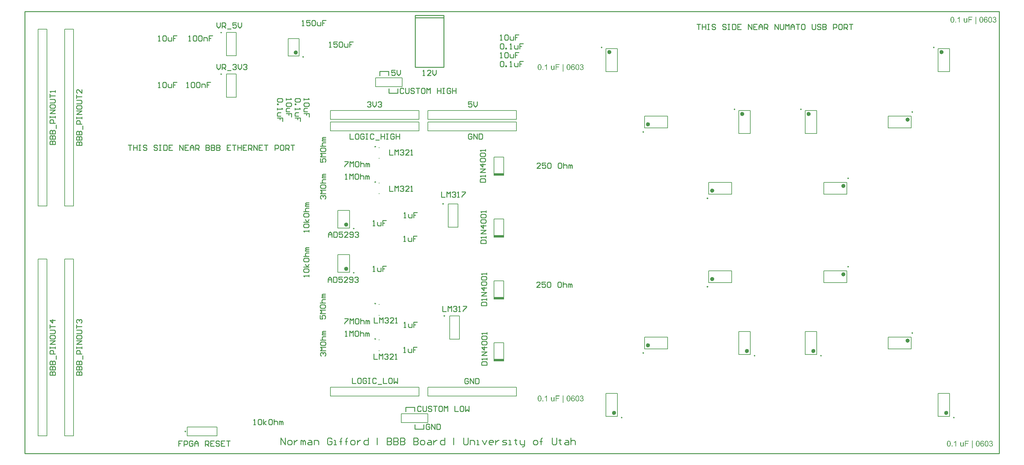
<source format=gto>
G04 Layer_Color=65535*
%FSLAX25Y25*%
%MOIN*%
G70*
G01*
G75*
%ADD22C,0.01000*%
%ADD33C,0.00984*%
%ADD34C,0.02362*%
%ADD35C,0.00787*%
%ADD36R,0.11024X0.03150*%
G36*
X1085045Y493932D02*
X1085104D01*
X1085182Y493922D01*
X1085358Y493893D01*
X1085553Y493834D01*
X1085758Y493756D01*
X1085963Y493659D01*
X1086060Y493590D01*
X1086158Y493512D01*
X1086168D01*
X1086177Y493493D01*
X1086236Y493434D01*
X1086314Y493336D01*
X1086412Y493210D01*
X1086519Y493044D01*
X1086607Y492848D01*
X1086695Y492614D01*
X1086744Y492351D01*
X1085963Y492292D01*
Y492302D01*
Y492312D01*
X1085943Y492370D01*
X1085914Y492448D01*
X1085885Y492546D01*
X1085787Y492770D01*
X1085728Y492868D01*
X1085660Y492956D01*
X1085650Y492975D01*
X1085602Y493014D01*
X1085533Y493063D01*
X1085445Y493131D01*
X1085328Y493190D01*
X1085192Y493249D01*
X1085036Y493288D01*
X1084870Y493297D01*
X1084801D01*
X1084733Y493288D01*
X1084645Y493268D01*
X1084538Y493249D01*
X1084421Y493210D01*
X1084313Y493151D01*
X1084196Y493083D01*
X1084177Y493073D01*
X1084138Y493034D01*
X1084069Y492966D01*
X1083991Y492878D01*
X1083894Y492770D01*
X1083796Y492634D01*
X1083698Y492468D01*
X1083611Y492282D01*
Y492273D01*
X1083601Y492263D01*
X1083591Y492224D01*
X1083581Y492185D01*
X1083562Y492136D01*
X1083542Y492068D01*
X1083523Y491990D01*
X1083503Y491902D01*
X1083484Y491804D01*
X1083464Y491697D01*
X1083445Y491570D01*
X1083425Y491443D01*
X1083415Y491297D01*
X1083406Y491141D01*
X1083396Y490975D01*
Y490809D01*
X1083406Y490818D01*
X1083445Y490867D01*
X1083503Y490945D01*
X1083591Y491043D01*
X1083689Y491150D01*
X1083806Y491258D01*
X1083942Y491355D01*
X1084089Y491443D01*
X1084108Y491453D01*
X1084157Y491472D01*
X1084245Y491511D01*
X1084352Y491550D01*
X1084479Y491589D01*
X1084626Y491629D01*
X1084782Y491648D01*
X1084948Y491658D01*
X1085026D01*
X1085084Y491648D01*
X1085153Y491638D01*
X1085231Y491629D01*
X1085416Y491589D01*
X1085621Y491511D01*
X1085738Y491472D01*
X1085846Y491414D01*
X1085963Y491345D01*
X1086080Y491267D01*
X1086187Y491180D01*
X1086295Y491072D01*
X1086304Y491062D01*
X1086314Y491043D01*
X1086343Y491014D01*
X1086382Y490965D01*
X1086421Y490906D01*
X1086470Y490838D01*
X1086519Y490760D01*
X1086578Y490672D01*
X1086626Y490565D01*
X1086675Y490457D01*
X1086724Y490330D01*
X1086763Y490204D01*
X1086802Y490057D01*
X1086831Y489911D01*
X1086841Y489745D01*
X1086851Y489579D01*
Y489569D01*
Y489550D01*
Y489520D01*
Y489481D01*
X1086841Y489423D01*
Y489364D01*
X1086822Y489208D01*
X1086783Y489042D01*
X1086744Y488847D01*
X1086675Y488652D01*
X1086587Y488456D01*
Y488447D01*
X1086578Y488437D01*
X1086558Y488408D01*
X1086539Y488369D01*
X1086480Y488281D01*
X1086402Y488164D01*
X1086295Y488037D01*
X1086168Y487910D01*
X1086031Y487783D01*
X1085865Y487666D01*
X1085846Y487656D01*
X1085787Y487627D01*
X1085689Y487578D01*
X1085572Y487529D01*
X1085416Y487480D01*
X1085240Y487432D01*
X1085045Y487402D01*
X1084840Y487393D01*
X1084801D01*
X1084743Y487402D01*
X1084674D01*
X1084596Y487412D01*
X1084499Y487432D01*
X1084391Y487451D01*
X1084274Y487480D01*
X1084147Y487520D01*
X1084011Y487568D01*
X1083884Y487627D01*
X1083747Y487695D01*
X1083611Y487783D01*
X1083474Y487881D01*
X1083347Y487988D01*
X1083230Y488115D01*
X1083220Y488125D01*
X1083201Y488154D01*
X1083171Y488193D01*
X1083132Y488251D01*
X1083084Y488330D01*
X1083035Y488427D01*
X1082976Y488544D01*
X1082927Y488681D01*
X1082869Y488837D01*
X1082810Y489013D01*
X1082761Y489208D01*
X1082713Y489423D01*
X1082674Y489657D01*
X1082644Y489921D01*
X1082625Y490194D01*
X1082615Y490496D01*
Y490506D01*
Y490516D01*
Y490545D01*
Y490574D01*
Y490672D01*
X1082625Y490799D01*
X1082635Y490955D01*
X1082654Y491131D01*
X1082674Y491326D01*
X1082703Y491531D01*
X1082732Y491755D01*
X1082781Y491980D01*
X1082839Y492204D01*
X1082908Y492419D01*
X1082986Y492643D01*
X1083074Y492839D01*
X1083181Y493034D01*
X1083298Y493200D01*
X1083308Y493210D01*
X1083327Y493229D01*
X1083357Y493268D01*
X1083406Y493317D01*
X1083474Y493375D01*
X1083542Y493434D01*
X1083630Y493502D01*
X1083728Y493571D01*
X1083835Y493639D01*
X1083962Y493707D01*
X1084089Y493766D01*
X1084235Y493824D01*
X1084391Y493873D01*
X1084557Y493912D01*
X1084733Y493932D01*
X1084918Y493942D01*
X1084987D01*
X1085045Y493932D01*
D02*
G37*
G36*
X1094805D02*
X1094932Y493912D01*
X1095079Y493883D01*
X1095245Y493844D01*
X1095410Y493785D01*
X1095576Y493707D01*
X1095586D01*
X1095596Y493698D01*
X1095654Y493668D01*
X1095732Y493619D01*
X1095830Y493551D01*
X1095937Y493463D01*
X1096055Y493356D01*
X1096162Y493229D01*
X1096259Y493092D01*
X1096269Y493073D01*
X1096299Y493024D01*
X1096338Y492946D01*
X1096377Y492848D01*
X1096416Y492722D01*
X1096455Y492585D01*
X1096484Y492439D01*
X1096494Y492273D01*
Y492253D01*
Y492204D01*
X1096484Y492126D01*
X1096465Y492029D01*
X1096435Y491912D01*
X1096396Y491785D01*
X1096347Y491648D01*
X1096269Y491521D01*
X1096259Y491502D01*
X1096230Y491463D01*
X1096172Y491404D01*
X1096103Y491326D01*
X1096006Y491238D01*
X1095898Y491150D01*
X1095762Y491053D01*
X1095606Y490975D01*
X1095615D01*
X1095635Y490965D01*
X1095664D01*
X1095703Y490945D01*
X1095801Y490916D01*
X1095928Y490857D01*
X1096064Y490789D01*
X1096211Y490692D01*
X1096357Y490574D01*
X1096484Y490428D01*
X1096494Y490409D01*
X1096533Y490350D01*
X1096582Y490262D01*
X1096650Y490145D01*
X1096708Y489999D01*
X1096757Y489823D01*
X1096796Y489618D01*
X1096806Y489393D01*
Y489384D01*
Y489354D01*
Y489315D01*
X1096796Y489257D01*
X1096787Y489179D01*
X1096777Y489101D01*
X1096757Y489003D01*
X1096728Y488905D01*
X1096660Y488681D01*
X1096611Y488554D01*
X1096543Y488437D01*
X1096474Y488320D01*
X1096396Y488203D01*
X1096299Y488086D01*
X1096191Y487968D01*
X1096181Y487959D01*
X1096162Y487939D01*
X1096133Y487920D01*
X1096084Y487881D01*
X1096025Y487832D01*
X1095947Y487783D01*
X1095859Y487734D01*
X1095772Y487685D01*
X1095664Y487627D01*
X1095547Y487578D01*
X1095420Y487529D01*
X1095284Y487480D01*
X1095137Y487441D01*
X1094981Y487422D01*
X1094815Y487402D01*
X1094649Y487393D01*
X1094571D01*
X1094512Y487402D01*
X1094434Y487412D01*
X1094356Y487422D01*
X1094259Y487432D01*
X1094161Y487451D01*
X1093937Y487510D01*
X1093702Y487607D01*
X1093585Y487656D01*
X1093478Y487724D01*
X1093361Y487803D01*
X1093253Y487890D01*
X1093244Y487900D01*
X1093234Y487910D01*
X1093205Y487939D01*
X1093166Y487978D01*
X1093127Y488037D01*
X1093078Y488095D01*
X1093019Y488164D01*
X1092970Y488242D01*
X1092853Y488437D01*
X1092756Y488661D01*
X1092668Y488915D01*
X1092639Y489052D01*
X1092619Y489198D01*
X1093410Y489306D01*
Y489296D01*
X1093419Y489276D01*
Y489237D01*
X1093439Y489198D01*
X1093468Y489081D01*
X1093517Y488935D01*
X1093575Y488779D01*
X1093654Y488613D01*
X1093751Y488466D01*
X1093859Y488339D01*
X1093878Y488330D01*
X1093917Y488291D01*
X1093985Y488251D01*
X1094083Y488193D01*
X1094190Y488144D01*
X1094327Y488095D01*
X1094483Y488056D01*
X1094649Y488047D01*
X1094708D01*
X1094747Y488056D01*
X1094844Y488066D01*
X1094971Y488095D01*
X1095127Y488144D01*
X1095284Y488203D01*
X1095440Y488300D01*
X1095586Y488427D01*
X1095606Y488447D01*
X1095645Y488495D01*
X1095703Y488574D01*
X1095781Y488691D01*
X1095850Y488827D01*
X1095908Y488993D01*
X1095947Y489179D01*
X1095967Y489384D01*
Y489393D01*
Y489403D01*
Y489432D01*
X1095957Y489471D01*
X1095947Y489569D01*
X1095918Y489696D01*
X1095879Y489833D01*
X1095811Y489989D01*
X1095723Y490135D01*
X1095606Y490272D01*
X1095586Y490291D01*
X1095547Y490330D01*
X1095469Y490379D01*
X1095362Y490448D01*
X1095235Y490516D01*
X1095079Y490565D01*
X1094913Y490604D01*
X1094717Y490623D01*
X1094630D01*
X1094561Y490613D01*
X1094483Y490604D01*
X1094386Y490594D01*
X1094278Y490574D01*
X1094161Y490545D01*
X1094249Y491238D01*
X1094298D01*
X1094337Y491228D01*
X1094464D01*
X1094551Y491238D01*
X1094678Y491258D01*
X1094815Y491287D01*
X1094961Y491336D01*
X1095118Y491394D01*
X1095274Y491482D01*
X1095293Y491492D01*
X1095342Y491531D01*
X1095401Y491599D01*
X1095479Y491687D01*
X1095557Y491794D01*
X1095615Y491931D01*
X1095664Y492097D01*
X1095684Y492292D01*
Y492302D01*
Y492312D01*
Y492360D01*
X1095664Y492439D01*
X1095645Y492546D01*
X1095615Y492653D01*
X1095557Y492770D01*
X1095488Y492897D01*
X1095391Y493005D01*
X1095381Y493014D01*
X1095342Y493053D01*
X1095274Y493102D01*
X1095186Y493151D01*
X1095079Y493210D01*
X1094952Y493249D01*
X1094805Y493288D01*
X1094639Y493297D01*
X1094561D01*
X1094473Y493278D01*
X1094376Y493258D01*
X1094249Y493229D01*
X1094122Y493171D01*
X1093995Y493102D01*
X1093868Y493005D01*
X1093859Y492995D01*
X1093820Y492956D01*
X1093771Y492887D01*
X1093712Y492790D01*
X1093644Y492673D01*
X1093585Y492526D01*
X1093527Y492351D01*
X1093488Y492146D01*
X1092697Y492282D01*
Y492292D01*
X1092707Y492321D01*
X1092717Y492360D01*
X1092726Y492409D01*
X1092746Y492478D01*
X1092765Y492556D01*
X1092834Y492731D01*
X1092912Y492927D01*
X1093029Y493131D01*
X1093166Y493327D01*
X1093341Y493502D01*
X1093351Y493512D01*
X1093361Y493522D01*
X1093390Y493541D01*
X1093439Y493571D01*
X1093488Y493600D01*
X1093546Y493639D01*
X1093693Y493727D01*
X1093878Y493805D01*
X1094103Y493873D01*
X1094347Y493922D01*
X1094483Y493942D01*
X1094708D01*
X1094805Y493932D01*
D02*
G37*
G36*
X1063895Y487500D02*
X1063193D01*
Y488173D01*
X1063183Y488164D01*
X1063163Y488144D01*
X1063134Y488105D01*
X1063095Y488056D01*
X1063037Y487988D01*
X1062968Y487929D01*
X1062890Y487851D01*
X1062802Y487783D01*
X1062705Y487715D01*
X1062597Y487637D01*
X1062470Y487578D01*
X1062344Y487520D01*
X1062197Y487461D01*
X1062051Y487422D01*
X1061885Y487402D01*
X1061719Y487393D01*
X1061651D01*
X1061572Y487402D01*
X1061465Y487412D01*
X1061348Y487432D01*
X1061221Y487461D01*
X1061084Y487500D01*
X1060948Y487549D01*
X1060928Y487559D01*
X1060889Y487578D01*
X1060831Y487607D01*
X1060753Y487656D01*
X1060665Y487715D01*
X1060577Y487783D01*
X1060499Y487851D01*
X1060421Y487939D01*
X1060411Y487949D01*
X1060392Y487978D01*
X1060362Y488037D01*
X1060333Y488105D01*
X1060284Y488193D01*
X1060245Y488291D01*
X1060206Y488398D01*
X1060177Y488525D01*
Y488535D01*
X1060167Y488574D01*
Y488622D01*
X1060157Y488700D01*
X1060147Y488808D01*
Y488935D01*
X1060138Y489081D01*
Y489257D01*
Y492146D01*
X1060928D01*
Y489559D01*
Y489550D01*
Y489530D01*
Y489501D01*
Y489462D01*
Y489354D01*
X1060938Y489227D01*
Y489091D01*
X1060948Y488954D01*
X1060958Y488827D01*
X1060967Y488730D01*
Y488720D01*
X1060987Y488681D01*
X1061006Y488622D01*
X1061036Y488554D01*
X1061075Y488476D01*
X1061133Y488388D01*
X1061202Y488310D01*
X1061280Y488242D01*
X1061289Y488232D01*
X1061329Y488212D01*
X1061377Y488183D01*
X1061446Y488154D01*
X1061533Y488125D01*
X1061631Y488095D01*
X1061748Y488076D01*
X1061875Y488066D01*
X1061934D01*
X1062002Y488076D01*
X1062090Y488086D01*
X1062187Y488105D01*
X1062295Y488144D01*
X1062412Y488183D01*
X1062529Y488242D01*
X1062539Y488251D01*
X1062578Y488281D01*
X1062636Y488320D01*
X1062705Y488378D01*
X1062773Y488447D01*
X1062851Y488535D01*
X1062910Y488632D01*
X1062968Y488739D01*
X1062978Y488759D01*
X1062988Y488798D01*
X1063007Y488866D01*
X1063037Y488974D01*
X1063066Y489101D01*
X1063085Y489257D01*
X1063095Y489442D01*
X1063105Y489647D01*
Y492146D01*
X1063895D01*
Y487500D01*
D02*
G37*
G36*
X1069595Y493161D02*
X1066121D01*
Y491160D01*
X1069127D01*
Y490409D01*
X1066121D01*
Y487500D01*
X1065271D01*
Y493912D01*
X1069595D01*
Y493161D01*
D02*
G37*
G36*
X1055433Y487500D02*
X1054643D01*
Y492517D01*
X1054633Y492507D01*
X1054594Y492468D01*
X1054526Y492419D01*
X1054438Y492351D01*
X1054331Y492263D01*
X1054204Y492175D01*
X1054057Y492068D01*
X1053891Y491970D01*
X1053882D01*
X1053872Y491960D01*
X1053813Y491921D01*
X1053725Y491873D01*
X1053618Y491814D01*
X1053491Y491746D01*
X1053355Y491687D01*
X1053208Y491619D01*
X1053071Y491560D01*
Y492331D01*
X1053081D01*
X1053101Y492341D01*
X1053140Y492360D01*
X1053179Y492390D01*
X1053237Y492419D01*
X1053306Y492448D01*
X1053462Y492536D01*
X1053638Y492643D01*
X1053833Y492770D01*
X1054028Y492917D01*
X1054213Y493073D01*
X1054223Y493083D01*
X1054233Y493092D01*
X1054292Y493151D01*
X1054379Y493239D01*
X1054487Y493346D01*
X1054604Y493483D01*
X1054721Y493629D01*
X1054828Y493785D01*
X1054916Y493942D01*
X1055433D01*
Y487500D01*
D02*
G37*
G36*
X1051315D02*
X1050417D01*
Y488398D01*
X1051315D01*
Y487500D01*
D02*
G37*
G36*
X1089906Y493932D02*
X1090023Y493912D01*
X1090160Y493893D01*
X1090316Y493854D01*
X1090472Y493795D01*
X1090618Y493727D01*
X1090638Y493717D01*
X1090687Y493688D01*
X1090755Y493639D01*
X1090853Y493580D01*
X1090950Y493493D01*
X1091057Y493385D01*
X1091165Y493268D01*
X1091262Y493131D01*
X1091272Y493112D01*
X1091301Y493063D01*
X1091350Y492975D01*
X1091409Y492868D01*
X1091467Y492731D01*
X1091536Y492565D01*
X1091604Y492380D01*
X1091663Y492175D01*
Y492165D01*
X1091672Y492146D01*
Y492116D01*
X1091682Y492068D01*
X1091702Y492019D01*
X1091711Y491951D01*
X1091721Y491863D01*
X1091741Y491775D01*
X1091750Y491668D01*
X1091760Y491560D01*
X1091780Y491433D01*
X1091789Y491297D01*
X1091799Y491150D01*
Y491004D01*
X1091809Y490662D01*
Y490653D01*
Y490613D01*
Y490555D01*
Y490477D01*
X1091799Y490379D01*
Y490272D01*
X1091789Y490145D01*
X1091780Y490008D01*
X1091750Y489715D01*
X1091711Y489413D01*
X1091653Y489110D01*
X1091614Y488974D01*
X1091575Y488837D01*
Y488827D01*
X1091565Y488808D01*
X1091555Y488769D01*
X1091536Y488720D01*
X1091506Y488661D01*
X1091477Y488603D01*
X1091399Y488447D01*
X1091301Y488271D01*
X1091184Y488095D01*
X1091048Y487920D01*
X1090882Y487764D01*
X1090872D01*
X1090862Y487744D01*
X1090833Y487734D01*
X1090804Y487705D01*
X1090696Y487646D01*
X1090569Y487578D01*
X1090394Y487510D01*
X1090199Y487451D01*
X1089974Y487412D01*
X1089720Y487393D01*
X1089633D01*
X1089564Y487402D01*
X1089486Y487412D01*
X1089398Y487432D01*
X1089301Y487451D01*
X1089193Y487471D01*
X1088959Y487549D01*
X1088832Y487607D01*
X1088715Y487666D01*
X1088588Y487744D01*
X1088471Y487832D01*
X1088364Y487929D01*
X1088256Y488047D01*
X1088247Y488056D01*
X1088227Y488086D01*
X1088198Y488134D01*
X1088159Y488203D01*
X1088110Y488291D01*
X1088061Y488398D01*
X1088003Y488525D01*
X1087944Y488681D01*
X1087885Y488847D01*
X1087827Y489042D01*
X1087778Y489257D01*
X1087729Y489491D01*
X1087690Y489755D01*
X1087661Y490028D01*
X1087641Y490340D01*
X1087632Y490662D01*
Y490672D01*
Y490711D01*
Y490770D01*
Y490848D01*
X1087641Y490945D01*
Y491053D01*
X1087651Y491180D01*
X1087661Y491316D01*
X1087690Y491609D01*
X1087729Y491912D01*
X1087778Y492214D01*
X1087817Y492351D01*
X1087856Y492487D01*
Y492497D01*
X1087866Y492517D01*
X1087885Y492556D01*
X1087905Y492604D01*
X1087924Y492663D01*
X1087954Y492731D01*
X1088032Y492887D01*
X1088129Y493063D01*
X1088247Y493239D01*
X1088383Y493405D01*
X1088549Y493561D01*
X1088559D01*
X1088569Y493580D01*
X1088598Y493600D01*
X1088637Y493619D01*
X1088735Y493678D01*
X1088871Y493756D01*
X1089037Y493824D01*
X1089242Y493883D01*
X1089467Y493922D01*
X1089720Y493942D01*
X1089808D01*
X1089906Y493932D01*
D02*
G37*
G36*
X1079951D02*
X1080068Y493912D01*
X1080204Y493893D01*
X1080361Y493854D01*
X1080517Y493795D01*
X1080663Y493727D01*
X1080683Y493717D01*
X1080731Y493688D01*
X1080800Y493639D01*
X1080897Y493580D01*
X1080995Y493493D01*
X1081102Y493385D01*
X1081210Y493268D01*
X1081307Y493131D01*
X1081317Y493112D01*
X1081346Y493063D01*
X1081395Y492975D01*
X1081454Y492868D01*
X1081512Y492731D01*
X1081581Y492565D01*
X1081649Y492380D01*
X1081707Y492175D01*
Y492165D01*
X1081717Y492146D01*
Y492116D01*
X1081727Y492068D01*
X1081746Y492019D01*
X1081756Y491951D01*
X1081766Y491863D01*
X1081785Y491775D01*
X1081795Y491668D01*
X1081805Y491560D01*
X1081824Y491433D01*
X1081834Y491297D01*
X1081844Y491150D01*
Y491004D01*
X1081854Y490662D01*
Y490653D01*
Y490613D01*
Y490555D01*
Y490477D01*
X1081844Y490379D01*
Y490272D01*
X1081834Y490145D01*
X1081824Y490008D01*
X1081795Y489715D01*
X1081756Y489413D01*
X1081698Y489110D01*
X1081659Y488974D01*
X1081619Y488837D01*
Y488827D01*
X1081610Y488808D01*
X1081600Y488769D01*
X1081581Y488720D01*
X1081551Y488661D01*
X1081522Y488603D01*
X1081444Y488447D01*
X1081346Y488271D01*
X1081229Y488095D01*
X1081092Y487920D01*
X1080927Y487764D01*
X1080917D01*
X1080907Y487744D01*
X1080878Y487734D01*
X1080849Y487705D01*
X1080741Y487646D01*
X1080614Y487578D01*
X1080439Y487510D01*
X1080243Y487451D01*
X1080019Y487412D01*
X1079765Y487393D01*
X1079677D01*
X1079609Y487402D01*
X1079531Y487412D01*
X1079443Y487432D01*
X1079345Y487451D01*
X1079238Y487471D01*
X1079004Y487549D01*
X1078877Y487607D01*
X1078760Y487666D01*
X1078633Y487744D01*
X1078516Y487832D01*
X1078409Y487929D01*
X1078301Y488047D01*
X1078291Y488056D01*
X1078272Y488086D01*
X1078243Y488134D01*
X1078203Y488203D01*
X1078155Y488291D01*
X1078106Y488398D01*
X1078047Y488525D01*
X1077989Y488681D01*
X1077930Y488847D01*
X1077872Y489042D01*
X1077823Y489257D01*
X1077774Y489491D01*
X1077735Y489755D01*
X1077706Y490028D01*
X1077686Y490340D01*
X1077676Y490662D01*
Y490672D01*
Y490711D01*
Y490770D01*
Y490848D01*
X1077686Y490945D01*
Y491053D01*
X1077696Y491180D01*
X1077706Y491316D01*
X1077735Y491609D01*
X1077774Y491912D01*
X1077823Y492214D01*
X1077862Y492351D01*
X1077901Y492487D01*
Y492497D01*
X1077911Y492517D01*
X1077930Y492556D01*
X1077950Y492604D01*
X1077969Y492663D01*
X1077999Y492731D01*
X1078077Y492887D01*
X1078174Y493063D01*
X1078291Y493239D01*
X1078428Y493405D01*
X1078594Y493561D01*
X1078604D01*
X1078613Y493580D01*
X1078643Y493600D01*
X1078682Y493619D01*
X1078779Y493678D01*
X1078916Y493756D01*
X1079082Y493824D01*
X1079287Y493883D01*
X1079511Y493922D01*
X1079765Y493942D01*
X1079853D01*
X1079951Y493932D01*
D02*
G37*
G36*
X1047274D02*
X1047391Y493912D01*
X1047528Y493893D01*
X1047684Y493854D01*
X1047840Y493795D01*
X1047987Y493727D01*
X1048006Y493717D01*
X1048055Y493688D01*
X1048123Y493639D01*
X1048221Y493580D01*
X1048318Y493493D01*
X1048426Y493385D01*
X1048533Y493268D01*
X1048631Y493131D01*
X1048641Y493112D01*
X1048670Y493063D01*
X1048719Y492975D01*
X1048777Y492868D01*
X1048836Y492731D01*
X1048904Y492565D01*
X1048972Y492380D01*
X1049031Y492175D01*
Y492165D01*
X1049041Y492146D01*
Y492116D01*
X1049050Y492068D01*
X1049070Y492019D01*
X1049080Y491951D01*
X1049089Y491863D01*
X1049109Y491775D01*
X1049119Y491668D01*
X1049129Y491560D01*
X1049148Y491433D01*
X1049158Y491297D01*
X1049168Y491150D01*
Y491004D01*
X1049177Y490662D01*
Y490653D01*
Y490613D01*
Y490555D01*
Y490477D01*
X1049168Y490379D01*
Y490272D01*
X1049158Y490145D01*
X1049148Y490008D01*
X1049119Y489715D01*
X1049080Y489413D01*
X1049021Y489110D01*
X1048982Y488974D01*
X1048943Y488837D01*
Y488827D01*
X1048933Y488808D01*
X1048923Y488769D01*
X1048904Y488720D01*
X1048875Y488661D01*
X1048845Y488603D01*
X1048767Y488447D01*
X1048670Y488271D01*
X1048553Y488095D01*
X1048416Y487920D01*
X1048250Y487764D01*
X1048240D01*
X1048231Y487744D01*
X1048201Y487734D01*
X1048172Y487705D01*
X1048065Y487646D01*
X1047938Y487578D01*
X1047762Y487510D01*
X1047567Y487451D01*
X1047342Y487412D01*
X1047089Y487393D01*
X1047001D01*
X1046933Y487402D01*
X1046854Y487412D01*
X1046767Y487432D01*
X1046669Y487451D01*
X1046562Y487471D01*
X1046327Y487549D01*
X1046200Y487607D01*
X1046083Y487666D01*
X1045957Y487744D01*
X1045839Y487832D01*
X1045732Y487929D01*
X1045625Y488047D01*
X1045615Y488056D01*
X1045595Y488086D01*
X1045566Y488134D01*
X1045527Y488203D01*
X1045478Y488291D01*
X1045429Y488398D01*
X1045371Y488525D01*
X1045312Y488681D01*
X1045254Y488847D01*
X1045195Y489042D01*
X1045146Y489257D01*
X1045098Y489491D01*
X1045059Y489755D01*
X1045029Y490028D01*
X1045010Y490340D01*
X1045000Y490662D01*
Y490672D01*
Y490711D01*
Y490770D01*
Y490848D01*
X1045010Y490945D01*
Y491053D01*
X1045020Y491180D01*
X1045029Y491316D01*
X1045059Y491609D01*
X1045098Y491912D01*
X1045146Y492214D01*
X1045185Y492351D01*
X1045224Y492487D01*
Y492497D01*
X1045234Y492517D01*
X1045254Y492556D01*
X1045273Y492604D01*
X1045293Y492663D01*
X1045322Y492731D01*
X1045400Y492887D01*
X1045498Y493063D01*
X1045615Y493239D01*
X1045751Y493405D01*
X1045917Y493561D01*
X1045927D01*
X1045937Y493580D01*
X1045966Y493600D01*
X1046005Y493619D01*
X1046103Y493678D01*
X1046239Y493756D01*
X1046405Y493824D01*
X1046610Y493883D01*
X1046835Y493922D01*
X1047089Y493942D01*
X1047176D01*
X1047274Y493932D01*
D02*
G37*
G36*
X1073997Y485616D02*
X1073314D01*
Y494020D01*
X1073997D01*
Y485616D01*
D02*
G37*
G36*
X619045Y440329D02*
X619104D01*
X619182Y440320D01*
X619358Y440290D01*
X619553Y440232D01*
X619758Y440154D01*
X619963Y440056D01*
X620060Y439988D01*
X620158Y439910D01*
X620168D01*
X620177Y439890D01*
X620236Y439832D01*
X620314Y439734D01*
X620412Y439607D01*
X620519Y439441D01*
X620607Y439246D01*
X620695Y439012D01*
X620744Y438748D01*
X619963Y438690D01*
Y438699D01*
Y438709D01*
X619943Y438768D01*
X619914Y438846D01*
X619885Y438943D01*
X619787Y439168D01*
X619729Y439266D01*
X619660Y439353D01*
X619650Y439373D01*
X619602Y439412D01*
X619533Y439461D01*
X619445Y439529D01*
X619328Y439588D01*
X619192Y439646D01*
X619035Y439685D01*
X618870Y439695D01*
X618801D01*
X618733Y439685D01*
X618645Y439666D01*
X618538Y439646D01*
X618421Y439607D01*
X618313Y439549D01*
X618196Y439480D01*
X618177Y439471D01*
X618138Y439431D01*
X618069Y439363D01*
X617991Y439275D01*
X617894Y439168D01*
X617796Y439031D01*
X617698Y438865D01*
X617611Y438680D01*
Y438670D01*
X617601Y438660D01*
X617591Y438621D01*
X617581Y438582D01*
X617562Y438534D01*
X617542Y438465D01*
X617523Y438387D01*
X617503Y438299D01*
X617484Y438202D01*
X617464Y438094D01*
X617445Y437967D01*
X617425Y437841D01*
X617415Y437694D01*
X617406Y437538D01*
X617396Y437372D01*
Y437206D01*
X617406Y437216D01*
X617445Y437265D01*
X617503Y437343D01*
X617591Y437440D01*
X617689Y437548D01*
X617806Y437655D01*
X617942Y437753D01*
X618089Y437841D01*
X618108Y437850D01*
X618157Y437870D01*
X618245Y437909D01*
X618352Y437948D01*
X618479Y437987D01*
X618626Y438026D01*
X618782Y438046D01*
X618948Y438055D01*
X619026D01*
X619084Y438046D01*
X619153Y438036D01*
X619231Y438026D01*
X619416Y437987D01*
X619621Y437909D01*
X619738Y437870D01*
X619846Y437811D01*
X619963Y437743D01*
X620080Y437665D01*
X620187Y437577D01*
X620295Y437470D01*
X620304Y437460D01*
X620314Y437440D01*
X620343Y437411D01*
X620382Y437362D01*
X620421Y437304D01*
X620470Y437235D01*
X620519Y437157D01*
X620578Y437070D01*
X620626Y436962D01*
X620675Y436855D01*
X620724Y436728D01*
X620763Y436601D01*
X620802Y436455D01*
X620831Y436308D01*
X620841Y436142D01*
X620851Y435977D01*
Y435967D01*
Y435947D01*
Y435918D01*
Y435879D01*
X620841Y435820D01*
Y435762D01*
X620822Y435606D01*
X620783Y435440D01*
X620744Y435245D01*
X620675Y435049D01*
X620587Y434854D01*
Y434844D01*
X620578Y434835D01*
X620558Y434805D01*
X620539Y434766D01*
X620480Y434678D01*
X620402Y434561D01*
X620295Y434434D01*
X620168Y434307D01*
X620031Y434181D01*
X619865Y434063D01*
X619846Y434054D01*
X619787Y434024D01*
X619689Y433976D01*
X619572Y433927D01*
X619416Y433878D01*
X619241Y433829D01*
X619045Y433800D01*
X618840Y433790D01*
X618801D01*
X618743Y433800D01*
X618674D01*
X618596Y433810D01*
X618499Y433829D01*
X618391Y433849D01*
X618274Y433878D01*
X618147Y433917D01*
X618011Y433966D01*
X617884Y434024D01*
X617747Y434093D01*
X617611Y434181D01*
X617474Y434278D01*
X617347Y434386D01*
X617230Y434513D01*
X617220Y434522D01*
X617201Y434551D01*
X617171Y434591D01*
X617132Y434649D01*
X617084Y434727D01*
X617035Y434825D01*
X616976Y434942D01*
X616927Y435079D01*
X616869Y435235D01*
X616810Y435410D01*
X616761Y435606D01*
X616713Y435820D01*
X616674Y436055D01*
X616644Y436318D01*
X616625Y436591D01*
X616615Y436894D01*
Y436904D01*
Y436913D01*
Y436943D01*
Y436972D01*
Y437070D01*
X616625Y437196D01*
X616635Y437353D01*
X616654Y437528D01*
X616674Y437723D01*
X616703Y437928D01*
X616732Y438153D01*
X616781Y438377D01*
X616840Y438602D01*
X616908Y438817D01*
X616986Y439041D01*
X617074Y439236D01*
X617181Y439431D01*
X617298Y439597D01*
X617308Y439607D01*
X617327Y439627D01*
X617357Y439666D01*
X617406Y439715D01*
X617474Y439773D01*
X617542Y439832D01*
X617630Y439900D01*
X617728Y439968D01*
X617835Y440037D01*
X617962Y440105D01*
X618089Y440164D01*
X618235Y440222D01*
X618391Y440271D01*
X618557Y440310D01*
X618733Y440329D01*
X618918Y440339D01*
X618987D01*
X619045Y440329D01*
D02*
G37*
G36*
X628805D02*
X628932Y440310D01*
X629079Y440281D01*
X629245Y440242D01*
X629410Y440183D01*
X629576Y440105D01*
X629586D01*
X629596Y440095D01*
X629654Y440066D01*
X629733Y440017D01*
X629830Y439949D01*
X629937Y439861D01*
X630055Y439754D01*
X630162Y439627D01*
X630260Y439490D01*
X630269Y439471D01*
X630299Y439422D01*
X630338Y439344D01*
X630377Y439246D01*
X630416Y439119D01*
X630455Y438983D01*
X630484Y438836D01*
X630494Y438670D01*
Y438651D01*
Y438602D01*
X630484Y438524D01*
X630465Y438426D01*
X630435Y438309D01*
X630396Y438182D01*
X630347Y438046D01*
X630269Y437919D01*
X630260Y437899D01*
X630230Y437860D01*
X630172Y437802D01*
X630103Y437723D01*
X630006Y437636D01*
X629898Y437548D01*
X629762Y437450D01*
X629606Y437372D01*
X629615D01*
X629635Y437362D01*
X629664D01*
X629703Y437343D01*
X629801Y437314D01*
X629928Y437255D01*
X630064Y437187D01*
X630211Y437089D01*
X630357Y436972D01*
X630484Y436826D01*
X630494Y436806D01*
X630533Y436748D01*
X630582Y436660D01*
X630650Y436543D01*
X630709Y436396D01*
X630757Y436221D01*
X630796Y436016D01*
X630806Y435791D01*
Y435781D01*
Y435752D01*
Y435713D01*
X630796Y435654D01*
X630787Y435576D01*
X630777Y435498D01*
X630757Y435401D01*
X630728Y435303D01*
X630660Y435079D01*
X630611Y434952D01*
X630543Y434835D01*
X630474Y434717D01*
X630396Y434600D01*
X630299Y434483D01*
X630191Y434366D01*
X630181Y434356D01*
X630162Y434337D01*
X630133Y434317D01*
X630084Y434278D01*
X630025Y434229D01*
X629947Y434181D01*
X629859Y434132D01*
X629772Y434083D01*
X629664Y434024D01*
X629547Y433976D01*
X629420Y433927D01*
X629284Y433878D01*
X629137Y433839D01*
X628981Y433819D01*
X628815Y433800D01*
X628649Y433790D01*
X628571D01*
X628512Y433800D01*
X628434Y433810D01*
X628356Y433819D01*
X628259Y433829D01*
X628161Y433849D01*
X627937Y433907D01*
X627702Y434005D01*
X627585Y434054D01*
X627478Y434122D01*
X627361Y434200D01*
X627253Y434288D01*
X627244Y434298D01*
X627234Y434307D01*
X627205Y434337D01*
X627166Y434376D01*
X627127Y434434D01*
X627078Y434493D01*
X627019Y434561D01*
X626970Y434639D01*
X626853Y434835D01*
X626756Y435059D01*
X626668Y435313D01*
X626639Y435449D01*
X626619Y435596D01*
X627410Y435703D01*
Y435693D01*
X627419Y435674D01*
Y435635D01*
X627439Y435596D01*
X627468Y435479D01*
X627517Y435332D01*
X627575Y435176D01*
X627654Y435010D01*
X627751Y434864D01*
X627859Y434737D01*
X627878Y434727D01*
X627917Y434688D01*
X627985Y434649D01*
X628083Y434591D01*
X628190Y434542D01*
X628327Y434493D01*
X628483Y434454D01*
X628649Y434444D01*
X628708D01*
X628747Y434454D01*
X628844Y434464D01*
X628971Y434493D01*
X629127Y434542D01*
X629284Y434600D01*
X629440Y434698D01*
X629586Y434825D01*
X629606Y434844D01*
X629645Y434893D01*
X629703Y434971D01*
X629781Y435088D01*
X629850Y435225D01*
X629908Y435391D01*
X629947Y435576D01*
X629967Y435781D01*
Y435791D01*
Y435801D01*
Y435830D01*
X629957Y435869D01*
X629947Y435967D01*
X629918Y436094D01*
X629879Y436230D01*
X629811Y436386D01*
X629723Y436533D01*
X629606Y436669D01*
X629586Y436689D01*
X629547Y436728D01*
X629469Y436777D01*
X629362Y436845D01*
X629235Y436913D01*
X629079Y436962D01*
X628913Y437001D01*
X628717Y437021D01*
X628630D01*
X628561Y437011D01*
X628483Y437001D01*
X628386Y436992D01*
X628278Y436972D01*
X628161Y436943D01*
X628249Y437636D01*
X628298D01*
X628337Y437626D01*
X628464D01*
X628551Y437636D01*
X628678Y437655D01*
X628815Y437684D01*
X628961Y437733D01*
X629118Y437792D01*
X629274Y437880D01*
X629293Y437889D01*
X629342Y437928D01*
X629401Y437997D01*
X629479Y438085D01*
X629557Y438192D01*
X629615Y438329D01*
X629664Y438495D01*
X629684Y438690D01*
Y438699D01*
Y438709D01*
Y438758D01*
X629664Y438836D01*
X629645Y438943D01*
X629615Y439051D01*
X629557Y439168D01*
X629489Y439295D01*
X629391Y439402D01*
X629381Y439412D01*
X629342Y439451D01*
X629274Y439500D01*
X629186Y439549D01*
X629079Y439607D01*
X628952Y439646D01*
X628805Y439685D01*
X628639Y439695D01*
X628561D01*
X628473Y439676D01*
X628376Y439656D01*
X628249Y439627D01*
X628122Y439568D01*
X627995Y439500D01*
X627868Y439402D01*
X627859Y439393D01*
X627819Y439353D01*
X627771Y439285D01*
X627712Y439187D01*
X627644Y439070D01*
X627585Y438924D01*
X627527Y438748D01*
X627488Y438543D01*
X626697Y438680D01*
Y438690D01*
X626707Y438719D01*
X626717Y438758D01*
X626726Y438807D01*
X626746Y438875D01*
X626765Y438953D01*
X626834Y439129D01*
X626912Y439324D01*
X627029Y439529D01*
X627166Y439724D01*
X627341Y439900D01*
X627351Y439910D01*
X627361Y439920D01*
X627390Y439939D01*
X627439Y439968D01*
X627488Y439998D01*
X627546Y440037D01*
X627693Y440125D01*
X627878Y440203D01*
X628103Y440271D01*
X628347Y440320D01*
X628483Y440339D01*
X628708D01*
X628805Y440329D01*
D02*
G37*
G36*
X597895Y433898D02*
X597193D01*
Y434571D01*
X597183Y434561D01*
X597163Y434542D01*
X597134Y434503D01*
X597095Y434454D01*
X597037Y434386D01*
X596968Y434327D01*
X596890Y434249D01*
X596802Y434181D01*
X596705Y434112D01*
X596597Y434034D01*
X596470Y433976D01*
X596344Y433917D01*
X596197Y433859D01*
X596051Y433819D01*
X595885Y433800D01*
X595719Y433790D01*
X595651D01*
X595573Y433800D01*
X595465Y433810D01*
X595348Y433829D01*
X595221Y433859D01*
X595084Y433898D01*
X594948Y433946D01*
X594928Y433956D01*
X594889Y433976D01*
X594831Y434005D01*
X594753Y434054D01*
X594665Y434112D01*
X594577Y434181D01*
X594499Y434249D01*
X594421Y434337D01*
X594411Y434347D01*
X594391Y434376D01*
X594362Y434434D01*
X594333Y434503D01*
X594284Y434591D01*
X594245Y434688D01*
X594206Y434796D01*
X594177Y434922D01*
Y434932D01*
X594167Y434971D01*
Y435020D01*
X594157Y435098D01*
X594147Y435205D01*
Y435332D01*
X594138Y435479D01*
Y435654D01*
Y438543D01*
X594928D01*
Y435957D01*
Y435947D01*
Y435928D01*
Y435898D01*
Y435859D01*
Y435752D01*
X594938Y435625D01*
Y435489D01*
X594948Y435352D01*
X594958Y435225D01*
X594967Y435127D01*
Y435118D01*
X594987Y435079D01*
X595006Y435020D01*
X595036Y434952D01*
X595075Y434874D01*
X595133Y434786D01*
X595202Y434708D01*
X595280Y434639D01*
X595289Y434630D01*
X595329Y434610D01*
X595377Y434581D01*
X595446Y434551D01*
X595533Y434522D01*
X595631Y434493D01*
X595748Y434473D01*
X595875Y434464D01*
X595934D01*
X596002Y434473D01*
X596090Y434483D01*
X596187Y434503D01*
X596295Y434542D01*
X596412Y434581D01*
X596529Y434639D01*
X596539Y434649D01*
X596578Y434678D01*
X596636Y434717D01*
X596705Y434776D01*
X596773Y434844D01*
X596851Y434932D01*
X596910Y435030D01*
X596968Y435137D01*
X596978Y435157D01*
X596988Y435196D01*
X597007Y435264D01*
X597037Y435371D01*
X597066Y435498D01*
X597085Y435654D01*
X597095Y435840D01*
X597105Y436045D01*
Y438543D01*
X597895D01*
Y433898D01*
D02*
G37*
G36*
X603595Y439558D02*
X600121D01*
Y437558D01*
X603127D01*
Y436806D01*
X600121D01*
Y433898D01*
X599271D01*
Y440310D01*
X603595D01*
Y439558D01*
D02*
G37*
G36*
X589433Y433898D02*
X588643D01*
Y438914D01*
X588633Y438904D01*
X588594Y438865D01*
X588526Y438817D01*
X588438Y438748D01*
X588331Y438660D01*
X588204Y438573D01*
X588057Y438465D01*
X587891Y438368D01*
X587882D01*
X587872Y438358D01*
X587813Y438319D01*
X587725Y438270D01*
X587618Y438211D01*
X587491Y438143D01*
X587355Y438085D01*
X587208Y438016D01*
X587072Y437958D01*
Y438729D01*
X587081D01*
X587101Y438739D01*
X587140Y438758D01*
X587179Y438787D01*
X587237Y438817D01*
X587306Y438846D01*
X587462Y438934D01*
X587638Y439041D01*
X587833Y439168D01*
X588028Y439314D01*
X588213Y439471D01*
X588223Y439480D01*
X588233Y439490D01*
X588292Y439549D01*
X588379Y439637D01*
X588487Y439744D01*
X588604Y439881D01*
X588721Y440027D01*
X588828Y440183D01*
X588916Y440339D01*
X589433D01*
Y433898D01*
D02*
G37*
G36*
X585315D02*
X584417D01*
Y434796D01*
X585315D01*
Y433898D01*
D02*
G37*
G36*
X623906Y440329D02*
X624023Y440310D01*
X624159Y440290D01*
X624316Y440251D01*
X624472Y440193D01*
X624618Y440125D01*
X624638Y440115D01*
X624687Y440085D01*
X624755Y440037D01*
X624853Y439978D01*
X624950Y439890D01*
X625057Y439783D01*
X625165Y439666D01*
X625262Y439529D01*
X625272Y439510D01*
X625301Y439461D01*
X625350Y439373D01*
X625409Y439266D01*
X625467Y439129D01*
X625536Y438963D01*
X625604Y438778D01*
X625663Y438573D01*
Y438563D01*
X625672Y438543D01*
Y438514D01*
X625682Y438465D01*
X625702Y438416D01*
X625711Y438348D01*
X625721Y438260D01*
X625741Y438172D01*
X625750Y438065D01*
X625760Y437958D01*
X625780Y437831D01*
X625789Y437694D01*
X625799Y437548D01*
Y437401D01*
X625809Y437060D01*
Y437050D01*
Y437011D01*
Y436952D01*
Y436874D01*
X625799Y436777D01*
Y436669D01*
X625789Y436543D01*
X625780Y436406D01*
X625750Y436113D01*
X625711Y435811D01*
X625653Y435508D01*
X625614Y435371D01*
X625575Y435235D01*
Y435225D01*
X625565Y435205D01*
X625555Y435166D01*
X625536Y435118D01*
X625506Y435059D01*
X625477Y435001D01*
X625399Y434844D01*
X625301Y434669D01*
X625184Y434493D01*
X625048Y434317D01*
X624882Y434161D01*
X624872D01*
X624862Y434142D01*
X624833Y434132D01*
X624804Y434103D01*
X624696Y434044D01*
X624569Y433976D01*
X624394Y433907D01*
X624199Y433849D01*
X623974Y433810D01*
X623720Y433790D01*
X623632D01*
X623564Y433800D01*
X623486Y433810D01*
X623398Y433829D01*
X623301Y433849D01*
X623193Y433868D01*
X622959Y433946D01*
X622832Y434005D01*
X622715Y434063D01*
X622588Y434142D01*
X622471Y434229D01*
X622364Y434327D01*
X622256Y434444D01*
X622247Y434454D01*
X622227Y434483D01*
X622198Y434532D01*
X622159Y434600D01*
X622110Y434688D01*
X622061Y434796D01*
X622003Y434922D01*
X621944Y435079D01*
X621885Y435245D01*
X621827Y435440D01*
X621778Y435654D01*
X621729Y435889D01*
X621690Y436152D01*
X621661Y436425D01*
X621641Y436738D01*
X621632Y437060D01*
Y437070D01*
Y437109D01*
Y437167D01*
Y437245D01*
X621641Y437343D01*
Y437450D01*
X621651Y437577D01*
X621661Y437714D01*
X621690Y438007D01*
X621729Y438309D01*
X621778Y438612D01*
X621817Y438748D01*
X621856Y438885D01*
Y438895D01*
X621866Y438914D01*
X621885Y438953D01*
X621905Y439002D01*
X621924Y439061D01*
X621954Y439129D01*
X622032Y439285D01*
X622129Y439461D01*
X622247Y439637D01*
X622383Y439802D01*
X622549Y439959D01*
X622559D01*
X622569Y439978D01*
X622598Y439998D01*
X622637Y440017D01*
X622735Y440076D01*
X622871Y440154D01*
X623037Y440222D01*
X623242Y440281D01*
X623467Y440320D01*
X623720Y440339D01*
X623808D01*
X623906Y440329D01*
D02*
G37*
G36*
X613951D02*
X614068Y440310D01*
X614204Y440290D01*
X614361Y440251D01*
X614517Y440193D01*
X614663Y440125D01*
X614683Y440115D01*
X614731Y440085D01*
X614800Y440037D01*
X614897Y439978D01*
X614995Y439890D01*
X615102Y439783D01*
X615210Y439666D01*
X615307Y439529D01*
X615317Y439510D01*
X615346Y439461D01*
X615395Y439373D01*
X615454Y439266D01*
X615512Y439129D01*
X615581Y438963D01*
X615649Y438778D01*
X615707Y438573D01*
Y438563D01*
X615717Y438543D01*
Y438514D01*
X615727Y438465D01*
X615746Y438416D01*
X615756Y438348D01*
X615766Y438260D01*
X615785Y438172D01*
X615795Y438065D01*
X615805Y437958D01*
X615825Y437831D01*
X615834Y437694D01*
X615844Y437548D01*
Y437401D01*
X615854Y437060D01*
Y437050D01*
Y437011D01*
Y436952D01*
Y436874D01*
X615844Y436777D01*
Y436669D01*
X615834Y436543D01*
X615825Y436406D01*
X615795Y436113D01*
X615756Y435811D01*
X615698Y435508D01*
X615659Y435371D01*
X615620Y435235D01*
Y435225D01*
X615610Y435205D01*
X615600Y435166D01*
X615581Y435118D01*
X615551Y435059D01*
X615522Y435001D01*
X615444Y434844D01*
X615346Y434669D01*
X615229Y434493D01*
X615093Y434317D01*
X614927Y434161D01*
X614917D01*
X614907Y434142D01*
X614878Y434132D01*
X614849Y434103D01*
X614741Y434044D01*
X614614Y433976D01*
X614439Y433907D01*
X614243Y433849D01*
X614019Y433810D01*
X613765Y433790D01*
X613677D01*
X613609Y433800D01*
X613531Y433810D01*
X613443Y433829D01*
X613345Y433849D01*
X613238Y433868D01*
X613004Y433946D01*
X612877Y434005D01*
X612760Y434063D01*
X612633Y434142D01*
X612516Y434229D01*
X612408Y434327D01*
X612301Y434444D01*
X612291Y434454D01*
X612272Y434483D01*
X612243Y434532D01*
X612204Y434600D01*
X612155Y434688D01*
X612106Y434796D01*
X612047Y434922D01*
X611989Y435079D01*
X611930Y435245D01*
X611872Y435440D01*
X611823Y435654D01*
X611774Y435889D01*
X611735Y436152D01*
X611706Y436425D01*
X611686Y436738D01*
X611677Y437060D01*
Y437070D01*
Y437109D01*
Y437167D01*
Y437245D01*
X611686Y437343D01*
Y437450D01*
X611696Y437577D01*
X611706Y437714D01*
X611735Y438007D01*
X611774Y438309D01*
X611823Y438612D01*
X611862Y438748D01*
X611901Y438885D01*
Y438895D01*
X611911Y438914D01*
X611930Y438953D01*
X611950Y439002D01*
X611969Y439061D01*
X611999Y439129D01*
X612077Y439285D01*
X612174Y439461D01*
X612291Y439637D01*
X612428Y439802D01*
X612594Y439959D01*
X612604D01*
X612613Y439978D01*
X612643Y439998D01*
X612682Y440017D01*
X612779Y440076D01*
X612916Y440154D01*
X613082Y440222D01*
X613287Y440281D01*
X613511Y440320D01*
X613765Y440339D01*
X613853D01*
X613951Y440329D01*
D02*
G37*
G36*
X581274D02*
X581391Y440310D01*
X581528Y440290D01*
X581684Y440251D01*
X581840Y440193D01*
X581987Y440125D01*
X582006Y440115D01*
X582055Y440085D01*
X582123Y440037D01*
X582221Y439978D01*
X582318Y439890D01*
X582426Y439783D01*
X582533Y439666D01*
X582631Y439529D01*
X582641Y439510D01*
X582670Y439461D01*
X582719Y439373D01*
X582777Y439266D01*
X582836Y439129D01*
X582904Y438963D01*
X582972Y438778D01*
X583031Y438573D01*
Y438563D01*
X583041Y438543D01*
Y438514D01*
X583050Y438465D01*
X583070Y438416D01*
X583080Y438348D01*
X583089Y438260D01*
X583109Y438172D01*
X583119Y438065D01*
X583128Y437958D01*
X583148Y437831D01*
X583158Y437694D01*
X583168Y437548D01*
Y437401D01*
X583177Y437060D01*
Y437050D01*
Y437011D01*
Y436952D01*
Y436874D01*
X583168Y436777D01*
Y436669D01*
X583158Y436543D01*
X583148Y436406D01*
X583119Y436113D01*
X583080Y435811D01*
X583021Y435508D01*
X582982Y435371D01*
X582943Y435235D01*
Y435225D01*
X582933Y435205D01*
X582924Y435166D01*
X582904Y435118D01*
X582875Y435059D01*
X582845Y435001D01*
X582767Y434844D01*
X582670Y434669D01*
X582553Y434493D01*
X582416Y434317D01*
X582250Y434161D01*
X582240D01*
X582231Y434142D01*
X582201Y434132D01*
X582172Y434103D01*
X582065Y434044D01*
X581938Y433976D01*
X581762Y433907D01*
X581567Y433849D01*
X581342Y433810D01*
X581089Y433790D01*
X581001D01*
X580933Y433800D01*
X580854Y433810D01*
X580767Y433829D01*
X580669Y433849D01*
X580562Y433868D01*
X580327Y433946D01*
X580200Y434005D01*
X580083Y434063D01*
X579956Y434142D01*
X579839Y434229D01*
X579732Y434327D01*
X579625Y434444D01*
X579615Y434454D01*
X579595Y434483D01*
X579566Y434532D01*
X579527Y434600D01*
X579478Y434688D01*
X579429Y434796D01*
X579371Y434922D01*
X579312Y435079D01*
X579254Y435245D01*
X579195Y435440D01*
X579146Y435654D01*
X579098Y435889D01*
X579059Y436152D01*
X579029Y436425D01*
X579010Y436738D01*
X579000Y437060D01*
Y437070D01*
Y437109D01*
Y437167D01*
Y437245D01*
X579010Y437343D01*
Y437450D01*
X579019Y437577D01*
X579029Y437714D01*
X579059Y438007D01*
X579098Y438309D01*
X579146Y438612D01*
X579185Y438748D01*
X579224Y438885D01*
Y438895D01*
X579234Y438914D01*
X579254Y438953D01*
X579273Y439002D01*
X579293Y439061D01*
X579322Y439129D01*
X579400Y439285D01*
X579498Y439461D01*
X579615Y439637D01*
X579751Y439802D01*
X579917Y439959D01*
X579927D01*
X579937Y439978D01*
X579966Y439998D01*
X580005Y440017D01*
X580103Y440076D01*
X580239Y440154D01*
X580405Y440222D01*
X580610Y440281D01*
X580835Y440320D01*
X581089Y440339D01*
X581177D01*
X581274Y440329D01*
D02*
G37*
G36*
X607997Y432014D02*
X607314D01*
Y440417D01*
X607997D01*
Y432014D01*
D02*
G37*
G36*
X619045Y65534D02*
X619104D01*
X619182Y65525D01*
X619358Y65495D01*
X619553Y65437D01*
X619758Y65359D01*
X619963Y65261D01*
X620060Y65193D01*
X620158Y65115D01*
X620168D01*
X620177Y65095D01*
X620236Y65036D01*
X620314Y64939D01*
X620412Y64812D01*
X620519Y64646D01*
X620607Y64451D01*
X620695Y64217D01*
X620744Y63953D01*
X619963Y63895D01*
Y63904D01*
Y63914D01*
X619943Y63973D01*
X619914Y64051D01*
X619885Y64148D01*
X619787Y64373D01*
X619729Y64470D01*
X619660Y64558D01*
X619650Y64578D01*
X619602Y64617D01*
X619533Y64666D01*
X619445Y64734D01*
X619328Y64793D01*
X619192Y64851D01*
X619035Y64890D01*
X618870Y64900D01*
X618801D01*
X618733Y64890D01*
X618645Y64871D01*
X618538Y64851D01*
X618421Y64812D01*
X618313Y64753D01*
X618196Y64685D01*
X618177Y64675D01*
X618138Y64636D01*
X618069Y64568D01*
X617991Y64480D01*
X617894Y64373D01*
X617796Y64236D01*
X617698Y64070D01*
X617611Y63885D01*
Y63875D01*
X617601Y63865D01*
X617591Y63826D01*
X617581Y63787D01*
X617562Y63738D01*
X617542Y63670D01*
X617523Y63592D01*
X617503Y63504D01*
X617484Y63407D01*
X617464Y63299D01*
X617445Y63172D01*
X617425Y63045D01*
X617415Y62899D01*
X617406Y62743D01*
X617396Y62577D01*
Y62411D01*
X617406Y62421D01*
X617445Y62470D01*
X617503Y62548D01*
X617591Y62645D01*
X617689Y62753D01*
X617806Y62860D01*
X617942Y62958D01*
X618089Y63045D01*
X618108Y63055D01*
X618157Y63075D01*
X618245Y63114D01*
X618352Y63153D01*
X618479Y63192D01*
X618626Y63231D01*
X618782Y63250D01*
X618948Y63260D01*
X619026D01*
X619084Y63250D01*
X619153Y63241D01*
X619231Y63231D01*
X619416Y63192D01*
X619621Y63114D01*
X619738Y63075D01*
X619846Y63016D01*
X619963Y62948D01*
X620080Y62870D01*
X620187Y62782D01*
X620295Y62675D01*
X620304Y62665D01*
X620314Y62645D01*
X620343Y62616D01*
X620382Y62567D01*
X620421Y62509D01*
X620470Y62440D01*
X620519Y62362D01*
X620578Y62274D01*
X620626Y62167D01*
X620675Y62060D01*
X620724Y61933D01*
X620763Y61806D01*
X620802Y61659D01*
X620831Y61513D01*
X620841Y61347D01*
X620851Y61181D01*
Y61172D01*
Y61152D01*
Y61123D01*
Y61084D01*
X620841Y61025D01*
Y60967D01*
X620822Y60810D01*
X620783Y60645D01*
X620744Y60449D01*
X620675Y60254D01*
X620587Y60059D01*
Y60049D01*
X620578Y60039D01*
X620558Y60010D01*
X620539Y59971D01*
X620480Y59883D01*
X620402Y59766D01*
X620295Y59639D01*
X620168Y59512D01*
X620031Y59385D01*
X619865Y59268D01*
X619846Y59259D01*
X619787Y59229D01*
X619689Y59180D01*
X619572Y59132D01*
X619416Y59083D01*
X619241Y59034D01*
X619045Y59005D01*
X618840Y58995D01*
X618801D01*
X618743Y59005D01*
X618674D01*
X618596Y59015D01*
X618499Y59034D01*
X618391Y59054D01*
X618274Y59083D01*
X618147Y59122D01*
X618011Y59171D01*
X617884Y59229D01*
X617747Y59298D01*
X617611Y59385D01*
X617474Y59483D01*
X617347Y59590D01*
X617230Y59717D01*
X617220Y59727D01*
X617201Y59756D01*
X617171Y59795D01*
X617132Y59854D01*
X617084Y59932D01*
X617035Y60030D01*
X616976Y60147D01*
X616927Y60283D01*
X616869Y60439D01*
X616810Y60615D01*
X616761Y60810D01*
X616713Y61025D01*
X616674Y61259D01*
X616644Y61523D01*
X616625Y61796D01*
X616615Y62099D01*
Y62108D01*
Y62118D01*
Y62147D01*
Y62177D01*
Y62274D01*
X616625Y62401D01*
X616635Y62557D01*
X616654Y62733D01*
X616674Y62928D01*
X616703Y63133D01*
X616732Y63358D01*
X616781Y63582D01*
X616840Y63807D01*
X616908Y64021D01*
X616986Y64246D01*
X617074Y64441D01*
X617181Y64636D01*
X617298Y64802D01*
X617308Y64812D01*
X617327Y64832D01*
X617357Y64871D01*
X617406Y64919D01*
X617474Y64978D01*
X617542Y65036D01*
X617630Y65105D01*
X617728Y65173D01*
X617835Y65241D01*
X617962Y65310D01*
X618089Y65368D01*
X618235Y65427D01*
X618391Y65476D01*
X618557Y65515D01*
X618733Y65534D01*
X618918Y65544D01*
X618987D01*
X619045Y65534D01*
D02*
G37*
G36*
X628805D02*
X628932Y65515D01*
X629079Y65485D01*
X629245Y65446D01*
X629410Y65388D01*
X629576Y65310D01*
X629586D01*
X629596Y65300D01*
X629654Y65271D01*
X629733Y65222D01*
X629830Y65154D01*
X629937Y65066D01*
X630055Y64958D01*
X630162Y64832D01*
X630260Y64695D01*
X630269Y64675D01*
X630299Y64627D01*
X630338Y64548D01*
X630377Y64451D01*
X630416Y64324D01*
X630455Y64187D01*
X630484Y64041D01*
X630494Y63875D01*
Y63855D01*
Y63807D01*
X630484Y63729D01*
X630465Y63631D01*
X630435Y63514D01*
X630396Y63387D01*
X630347Y63250D01*
X630269Y63124D01*
X630260Y63104D01*
X630230Y63065D01*
X630172Y63006D01*
X630103Y62928D01*
X630006Y62840D01*
X629898Y62753D01*
X629762Y62655D01*
X629606Y62577D01*
X629615D01*
X629635Y62567D01*
X629664D01*
X629703Y62548D01*
X629801Y62518D01*
X629928Y62460D01*
X630064Y62392D01*
X630211Y62294D01*
X630357Y62177D01*
X630484Y62030D01*
X630494Y62011D01*
X630533Y61952D01*
X630582Y61865D01*
X630650Y61747D01*
X630709Y61601D01*
X630757Y61425D01*
X630796Y61220D01*
X630806Y60996D01*
Y60986D01*
Y60957D01*
Y60918D01*
X630796Y60859D01*
X630787Y60781D01*
X630777Y60703D01*
X630757Y60605D01*
X630728Y60508D01*
X630660Y60283D01*
X630611Y60157D01*
X630543Y60039D01*
X630474Y59922D01*
X630396Y59805D01*
X630299Y59688D01*
X630191Y59571D01*
X630181Y59561D01*
X630162Y59542D01*
X630133Y59522D01*
X630084Y59483D01*
X630025Y59434D01*
X629947Y59385D01*
X629859Y59337D01*
X629772Y59288D01*
X629664Y59229D01*
X629547Y59180D01*
X629420Y59132D01*
X629284Y59083D01*
X629137Y59044D01*
X628981Y59024D01*
X628815Y59005D01*
X628649Y58995D01*
X628571D01*
X628512Y59005D01*
X628434Y59015D01*
X628356Y59024D01*
X628259Y59034D01*
X628161Y59054D01*
X627937Y59112D01*
X627702Y59210D01*
X627585Y59259D01*
X627478Y59327D01*
X627361Y59405D01*
X627253Y59493D01*
X627244Y59503D01*
X627234Y59512D01*
X627205Y59542D01*
X627166Y59581D01*
X627127Y59639D01*
X627078Y59698D01*
X627019Y59766D01*
X626970Y59844D01*
X626853Y60039D01*
X626756Y60264D01*
X626668Y60518D01*
X626639Y60654D01*
X626619Y60801D01*
X627410Y60908D01*
Y60898D01*
X627419Y60879D01*
Y60840D01*
X627439Y60801D01*
X627468Y60684D01*
X627517Y60537D01*
X627575Y60381D01*
X627654Y60215D01*
X627751Y60069D01*
X627859Y59942D01*
X627878Y59932D01*
X627917Y59893D01*
X627985Y59854D01*
X628083Y59795D01*
X628190Y59747D01*
X628327Y59698D01*
X628483Y59659D01*
X628649Y59649D01*
X628708D01*
X628747Y59659D01*
X628844Y59668D01*
X628971Y59698D01*
X629127Y59747D01*
X629284Y59805D01*
X629440Y59903D01*
X629586Y60030D01*
X629606Y60049D01*
X629645Y60098D01*
X629703Y60176D01*
X629781Y60293D01*
X629850Y60430D01*
X629908Y60596D01*
X629947Y60781D01*
X629967Y60986D01*
Y60996D01*
Y61006D01*
Y61035D01*
X629957Y61074D01*
X629947Y61172D01*
X629918Y61298D01*
X629879Y61435D01*
X629811Y61591D01*
X629723Y61738D01*
X629606Y61874D01*
X629586Y61894D01*
X629547Y61933D01*
X629469Y61982D01*
X629362Y62050D01*
X629235Y62118D01*
X629079Y62167D01*
X628913Y62206D01*
X628717Y62226D01*
X628630D01*
X628561Y62216D01*
X628483Y62206D01*
X628386Y62196D01*
X628278Y62177D01*
X628161Y62147D01*
X628249Y62840D01*
X628298D01*
X628337Y62831D01*
X628464D01*
X628551Y62840D01*
X628678Y62860D01*
X628815Y62889D01*
X628961Y62938D01*
X629118Y62997D01*
X629274Y63085D01*
X629293Y63094D01*
X629342Y63133D01*
X629401Y63202D01*
X629479Y63289D01*
X629557Y63397D01*
X629615Y63533D01*
X629664Y63699D01*
X629684Y63895D01*
Y63904D01*
Y63914D01*
Y63963D01*
X629664Y64041D01*
X629645Y64148D01*
X629615Y64256D01*
X629557Y64373D01*
X629489Y64500D01*
X629391Y64607D01*
X629381Y64617D01*
X629342Y64656D01*
X629274Y64705D01*
X629186Y64753D01*
X629079Y64812D01*
X628952Y64851D01*
X628805Y64890D01*
X628639Y64900D01*
X628561D01*
X628473Y64880D01*
X628376Y64861D01*
X628249Y64832D01*
X628122Y64773D01*
X627995Y64705D01*
X627868Y64607D01*
X627859Y64597D01*
X627819Y64558D01*
X627771Y64490D01*
X627712Y64392D01*
X627644Y64275D01*
X627585Y64129D01*
X627527Y63953D01*
X627488Y63748D01*
X626697Y63885D01*
Y63895D01*
X626707Y63924D01*
X626717Y63963D01*
X626726Y64012D01*
X626746Y64080D01*
X626765Y64158D01*
X626834Y64334D01*
X626912Y64529D01*
X627029Y64734D01*
X627166Y64929D01*
X627341Y65105D01*
X627351Y65115D01*
X627361Y65124D01*
X627390Y65144D01*
X627439Y65173D01*
X627488Y65202D01*
X627546Y65241D01*
X627693Y65329D01*
X627878Y65407D01*
X628103Y65476D01*
X628347Y65525D01*
X628483Y65544D01*
X628708D01*
X628805Y65534D01*
D02*
G37*
G36*
X597895Y59102D02*
X597193D01*
Y59776D01*
X597183Y59766D01*
X597163Y59747D01*
X597134Y59707D01*
X597095Y59659D01*
X597037Y59590D01*
X596968Y59532D01*
X596890Y59454D01*
X596802Y59385D01*
X596705Y59317D01*
X596597Y59239D01*
X596470Y59180D01*
X596344Y59122D01*
X596197Y59063D01*
X596051Y59024D01*
X595885Y59005D01*
X595719Y58995D01*
X595651D01*
X595573Y59005D01*
X595465Y59015D01*
X595348Y59034D01*
X595221Y59063D01*
X595084Y59102D01*
X594948Y59151D01*
X594928Y59161D01*
X594889Y59180D01*
X594831Y59210D01*
X594753Y59259D01*
X594665Y59317D01*
X594577Y59385D01*
X594499Y59454D01*
X594421Y59542D01*
X594411Y59551D01*
X594391Y59581D01*
X594362Y59639D01*
X594333Y59707D01*
X594284Y59795D01*
X594245Y59893D01*
X594206Y60000D01*
X594177Y60127D01*
Y60137D01*
X594167Y60176D01*
Y60225D01*
X594157Y60303D01*
X594147Y60410D01*
Y60537D01*
X594138Y60684D01*
Y60859D01*
Y63748D01*
X594928D01*
Y61162D01*
Y61152D01*
Y61133D01*
Y61103D01*
Y61064D01*
Y60957D01*
X594938Y60830D01*
Y60693D01*
X594948Y60557D01*
X594958Y60430D01*
X594967Y60332D01*
Y60322D01*
X594987Y60283D01*
X595006Y60225D01*
X595036Y60157D01*
X595075Y60078D01*
X595133Y59991D01*
X595202Y59913D01*
X595280Y59844D01*
X595289Y59834D01*
X595329Y59815D01*
X595377Y59786D01*
X595446Y59756D01*
X595533Y59727D01*
X595631Y59698D01*
X595748Y59678D01*
X595875Y59668D01*
X595934D01*
X596002Y59678D01*
X596090Y59688D01*
X596187Y59707D01*
X596295Y59747D01*
X596412Y59786D01*
X596529Y59844D01*
X596539Y59854D01*
X596578Y59883D01*
X596636Y59922D01*
X596705Y59981D01*
X596773Y60049D01*
X596851Y60137D01*
X596910Y60235D01*
X596968Y60342D01*
X596978Y60361D01*
X596988Y60400D01*
X597007Y60469D01*
X597037Y60576D01*
X597066Y60703D01*
X597085Y60859D01*
X597095Y61045D01*
X597105Y61250D01*
Y63748D01*
X597895D01*
Y59102D01*
D02*
G37*
G36*
X603595Y64763D02*
X600121D01*
Y62762D01*
X603127D01*
Y62011D01*
X600121D01*
Y59102D01*
X599271D01*
Y65515D01*
X603595D01*
Y64763D01*
D02*
G37*
G36*
X589433Y59102D02*
X588643D01*
Y64119D01*
X588633Y64109D01*
X588594Y64070D01*
X588526Y64021D01*
X588438Y63953D01*
X588331Y63865D01*
X588204Y63777D01*
X588057Y63670D01*
X587891Y63573D01*
X587882D01*
X587872Y63563D01*
X587813Y63524D01*
X587725Y63475D01*
X587618Y63416D01*
X587491Y63348D01*
X587355Y63289D01*
X587208Y63221D01*
X587072Y63163D01*
Y63934D01*
X587081D01*
X587101Y63943D01*
X587140Y63963D01*
X587179Y63992D01*
X587237Y64021D01*
X587306Y64051D01*
X587462Y64139D01*
X587638Y64246D01*
X587833Y64373D01*
X588028Y64519D01*
X588213Y64675D01*
X588223Y64685D01*
X588233Y64695D01*
X588292Y64753D01*
X588379Y64841D01*
X588487Y64949D01*
X588604Y65085D01*
X588721Y65232D01*
X588828Y65388D01*
X588916Y65544D01*
X589433D01*
Y59102D01*
D02*
G37*
G36*
X585315D02*
X584417D01*
Y60000D01*
X585315D01*
Y59102D01*
D02*
G37*
G36*
X623906Y65534D02*
X624023Y65515D01*
X624159Y65495D01*
X624316Y65456D01*
X624472Y65398D01*
X624618Y65329D01*
X624638Y65320D01*
X624687Y65290D01*
X624755Y65241D01*
X624853Y65183D01*
X624950Y65095D01*
X625057Y64988D01*
X625165Y64871D01*
X625262Y64734D01*
X625272Y64714D01*
X625301Y64666D01*
X625350Y64578D01*
X625409Y64470D01*
X625467Y64334D01*
X625536Y64168D01*
X625604Y63982D01*
X625663Y63777D01*
Y63768D01*
X625672Y63748D01*
Y63719D01*
X625682Y63670D01*
X625702Y63621D01*
X625711Y63553D01*
X625721Y63465D01*
X625741Y63377D01*
X625750Y63270D01*
X625760Y63163D01*
X625780Y63036D01*
X625789Y62899D01*
X625799Y62753D01*
Y62606D01*
X625809Y62265D01*
Y62255D01*
Y62216D01*
Y62157D01*
Y62079D01*
X625799Y61982D01*
Y61874D01*
X625789Y61747D01*
X625780Y61611D01*
X625750Y61318D01*
X625711Y61015D01*
X625653Y60713D01*
X625614Y60576D01*
X625575Y60439D01*
Y60430D01*
X625565Y60410D01*
X625555Y60371D01*
X625536Y60322D01*
X625506Y60264D01*
X625477Y60205D01*
X625399Y60049D01*
X625301Y59873D01*
X625184Y59698D01*
X625048Y59522D01*
X624882Y59366D01*
X624872D01*
X624862Y59346D01*
X624833Y59337D01*
X624804Y59307D01*
X624696Y59249D01*
X624569Y59180D01*
X624394Y59112D01*
X624199Y59054D01*
X623974Y59015D01*
X623720Y58995D01*
X623632D01*
X623564Y59005D01*
X623486Y59015D01*
X623398Y59034D01*
X623301Y59054D01*
X623193Y59073D01*
X622959Y59151D01*
X622832Y59210D01*
X622715Y59268D01*
X622588Y59346D01*
X622471Y59434D01*
X622364Y59532D01*
X622256Y59649D01*
X622247Y59659D01*
X622227Y59688D01*
X622198Y59737D01*
X622159Y59805D01*
X622110Y59893D01*
X622061Y60000D01*
X622003Y60127D01*
X621944Y60283D01*
X621885Y60449D01*
X621827Y60645D01*
X621778Y60859D01*
X621729Y61093D01*
X621690Y61357D01*
X621661Y61630D01*
X621641Y61943D01*
X621632Y62265D01*
Y62274D01*
Y62313D01*
Y62372D01*
Y62450D01*
X621641Y62548D01*
Y62655D01*
X621651Y62782D01*
X621661Y62919D01*
X621690Y63211D01*
X621729Y63514D01*
X621778Y63816D01*
X621817Y63953D01*
X621856Y64090D01*
Y64100D01*
X621866Y64119D01*
X621885Y64158D01*
X621905Y64207D01*
X621924Y64265D01*
X621954Y64334D01*
X622032Y64490D01*
X622129Y64666D01*
X622247Y64841D01*
X622383Y65007D01*
X622549Y65163D01*
X622559D01*
X622569Y65183D01*
X622598Y65202D01*
X622637Y65222D01*
X622735Y65280D01*
X622871Y65359D01*
X623037Y65427D01*
X623242Y65485D01*
X623467Y65525D01*
X623720Y65544D01*
X623808D01*
X623906Y65534D01*
D02*
G37*
G36*
X613951D02*
X614068Y65515D01*
X614204Y65495D01*
X614361Y65456D01*
X614517Y65398D01*
X614663Y65329D01*
X614683Y65320D01*
X614731Y65290D01*
X614800Y65241D01*
X614897Y65183D01*
X614995Y65095D01*
X615102Y64988D01*
X615210Y64871D01*
X615307Y64734D01*
X615317Y64714D01*
X615346Y64666D01*
X615395Y64578D01*
X615454Y64470D01*
X615512Y64334D01*
X615581Y64168D01*
X615649Y63982D01*
X615707Y63777D01*
Y63768D01*
X615717Y63748D01*
Y63719D01*
X615727Y63670D01*
X615746Y63621D01*
X615756Y63553D01*
X615766Y63465D01*
X615785Y63377D01*
X615795Y63270D01*
X615805Y63163D01*
X615825Y63036D01*
X615834Y62899D01*
X615844Y62753D01*
Y62606D01*
X615854Y62265D01*
Y62255D01*
Y62216D01*
Y62157D01*
Y62079D01*
X615844Y61982D01*
Y61874D01*
X615834Y61747D01*
X615825Y61611D01*
X615795Y61318D01*
X615756Y61015D01*
X615698Y60713D01*
X615659Y60576D01*
X615620Y60439D01*
Y60430D01*
X615610Y60410D01*
X615600Y60371D01*
X615581Y60322D01*
X615551Y60264D01*
X615522Y60205D01*
X615444Y60049D01*
X615346Y59873D01*
X615229Y59698D01*
X615093Y59522D01*
X614927Y59366D01*
X614917D01*
X614907Y59346D01*
X614878Y59337D01*
X614849Y59307D01*
X614741Y59249D01*
X614614Y59180D01*
X614439Y59112D01*
X614243Y59054D01*
X614019Y59015D01*
X613765Y58995D01*
X613677D01*
X613609Y59005D01*
X613531Y59015D01*
X613443Y59034D01*
X613345Y59054D01*
X613238Y59073D01*
X613004Y59151D01*
X612877Y59210D01*
X612760Y59268D01*
X612633Y59346D01*
X612516Y59434D01*
X612408Y59532D01*
X612301Y59649D01*
X612291Y59659D01*
X612272Y59688D01*
X612243Y59737D01*
X612204Y59805D01*
X612155Y59893D01*
X612106Y60000D01*
X612047Y60127D01*
X611989Y60283D01*
X611930Y60449D01*
X611872Y60645D01*
X611823Y60859D01*
X611774Y61093D01*
X611735Y61357D01*
X611706Y61630D01*
X611686Y61943D01*
X611677Y62265D01*
Y62274D01*
Y62313D01*
Y62372D01*
Y62450D01*
X611686Y62548D01*
Y62655D01*
X611696Y62782D01*
X611706Y62919D01*
X611735Y63211D01*
X611774Y63514D01*
X611823Y63816D01*
X611862Y63953D01*
X611901Y64090D01*
Y64100D01*
X611911Y64119D01*
X611930Y64158D01*
X611950Y64207D01*
X611969Y64265D01*
X611999Y64334D01*
X612077Y64490D01*
X612174Y64666D01*
X612291Y64841D01*
X612428Y65007D01*
X612594Y65163D01*
X612604D01*
X612613Y65183D01*
X612643Y65202D01*
X612682Y65222D01*
X612779Y65280D01*
X612916Y65359D01*
X613082Y65427D01*
X613287Y65485D01*
X613511Y65525D01*
X613765Y65544D01*
X613853D01*
X613951Y65534D01*
D02*
G37*
G36*
X581274D02*
X581391Y65515D01*
X581528Y65495D01*
X581684Y65456D01*
X581840Y65398D01*
X581987Y65329D01*
X582006Y65320D01*
X582055Y65290D01*
X582123Y65241D01*
X582221Y65183D01*
X582318Y65095D01*
X582426Y64988D01*
X582533Y64871D01*
X582631Y64734D01*
X582641Y64714D01*
X582670Y64666D01*
X582719Y64578D01*
X582777Y64470D01*
X582836Y64334D01*
X582904Y64168D01*
X582972Y63982D01*
X583031Y63777D01*
Y63768D01*
X583041Y63748D01*
Y63719D01*
X583050Y63670D01*
X583070Y63621D01*
X583080Y63553D01*
X583089Y63465D01*
X583109Y63377D01*
X583119Y63270D01*
X583128Y63163D01*
X583148Y63036D01*
X583158Y62899D01*
X583168Y62753D01*
Y62606D01*
X583177Y62265D01*
Y62255D01*
Y62216D01*
Y62157D01*
Y62079D01*
X583168Y61982D01*
Y61874D01*
X583158Y61747D01*
X583148Y61611D01*
X583119Y61318D01*
X583080Y61015D01*
X583021Y60713D01*
X582982Y60576D01*
X582943Y60439D01*
Y60430D01*
X582933Y60410D01*
X582924Y60371D01*
X582904Y60322D01*
X582875Y60264D01*
X582845Y60205D01*
X582767Y60049D01*
X582670Y59873D01*
X582553Y59698D01*
X582416Y59522D01*
X582250Y59366D01*
X582240D01*
X582231Y59346D01*
X582201Y59337D01*
X582172Y59307D01*
X582065Y59249D01*
X581938Y59180D01*
X581762Y59112D01*
X581567Y59054D01*
X581342Y59015D01*
X581089Y58995D01*
X581001D01*
X580933Y59005D01*
X580854Y59015D01*
X580767Y59034D01*
X580669Y59054D01*
X580562Y59073D01*
X580327Y59151D01*
X580200Y59210D01*
X580083Y59268D01*
X579956Y59346D01*
X579839Y59434D01*
X579732Y59532D01*
X579625Y59649D01*
X579615Y59659D01*
X579595Y59688D01*
X579566Y59737D01*
X579527Y59805D01*
X579478Y59893D01*
X579429Y60000D01*
X579371Y60127D01*
X579312Y60283D01*
X579254Y60449D01*
X579195Y60645D01*
X579146Y60859D01*
X579098Y61093D01*
X579059Y61357D01*
X579029Y61630D01*
X579010Y61943D01*
X579000Y62265D01*
Y62274D01*
Y62313D01*
Y62372D01*
Y62450D01*
X579010Y62548D01*
Y62655D01*
X579019Y62782D01*
X579029Y62919D01*
X579059Y63211D01*
X579098Y63514D01*
X579146Y63816D01*
X579185Y63953D01*
X579224Y64090D01*
Y64100D01*
X579234Y64119D01*
X579254Y64158D01*
X579273Y64207D01*
X579293Y64265D01*
X579322Y64334D01*
X579400Y64490D01*
X579498Y64666D01*
X579615Y64841D01*
X579751Y65007D01*
X579917Y65163D01*
X579927D01*
X579937Y65183D01*
X579966Y65202D01*
X580005Y65222D01*
X580103Y65280D01*
X580239Y65359D01*
X580405Y65427D01*
X580610Y65485D01*
X580835Y65525D01*
X581089Y65544D01*
X581177D01*
X581274Y65534D01*
D02*
G37*
G36*
X607997Y57219D02*
X607314D01*
Y65622D01*
X607997D01*
Y57219D01*
D02*
G37*
G36*
X1081045Y14432D02*
X1081104D01*
X1081182Y14422D01*
X1081358Y14393D01*
X1081553Y14334D01*
X1081758Y14256D01*
X1081963Y14159D01*
X1082060Y14090D01*
X1082158Y14012D01*
X1082168D01*
X1082177Y13993D01*
X1082236Y13934D01*
X1082314Y13837D01*
X1082412Y13710D01*
X1082519Y13544D01*
X1082607Y13349D01*
X1082695Y13114D01*
X1082743Y12851D01*
X1081963Y12792D01*
Y12802D01*
Y12812D01*
X1081943Y12870D01*
X1081914Y12948D01*
X1081885Y13046D01*
X1081787Y13270D01*
X1081728Y13368D01*
X1081660Y13456D01*
X1081650Y13475D01*
X1081602Y13514D01*
X1081533Y13563D01*
X1081445Y13632D01*
X1081328Y13690D01*
X1081192Y13749D01*
X1081036Y13788D01*
X1080870Y13797D01*
X1080801D01*
X1080733Y13788D01*
X1080645Y13768D01*
X1080538Y13749D01*
X1080421Y13710D01*
X1080313Y13651D01*
X1080196Y13583D01*
X1080177Y13573D01*
X1080138Y13534D01*
X1080069Y13466D01*
X1079991Y13378D01*
X1079894Y13270D01*
X1079796Y13134D01*
X1079698Y12968D01*
X1079611Y12782D01*
Y12773D01*
X1079601Y12763D01*
X1079591Y12724D01*
X1079581Y12685D01*
X1079562Y12636D01*
X1079542Y12568D01*
X1079523Y12490D01*
X1079503Y12402D01*
X1079484Y12304D01*
X1079464Y12197D01*
X1079445Y12070D01*
X1079425Y11943D01*
X1079415Y11797D01*
X1079406Y11641D01*
X1079396Y11475D01*
Y11309D01*
X1079406Y11318D01*
X1079445Y11367D01*
X1079503Y11445D01*
X1079591Y11543D01*
X1079689Y11650D01*
X1079806Y11758D01*
X1079942Y11855D01*
X1080089Y11943D01*
X1080108Y11953D01*
X1080157Y11972D01*
X1080245Y12011D01*
X1080352Y12050D01*
X1080479Y12089D01*
X1080626Y12128D01*
X1080782Y12148D01*
X1080948Y12158D01*
X1081026D01*
X1081084Y12148D01*
X1081153Y12138D01*
X1081231Y12128D01*
X1081416Y12089D01*
X1081621Y12011D01*
X1081738Y11972D01*
X1081846Y11914D01*
X1081963Y11845D01*
X1082080Y11767D01*
X1082187Y11680D01*
X1082295Y11572D01*
X1082304Y11562D01*
X1082314Y11543D01*
X1082343Y11514D01*
X1082382Y11465D01*
X1082421Y11406D01*
X1082470Y11338D01*
X1082519Y11260D01*
X1082578Y11172D01*
X1082626Y11065D01*
X1082675Y10957D01*
X1082724Y10830D01*
X1082763Y10704D01*
X1082802Y10557D01*
X1082831Y10411D01*
X1082841Y10245D01*
X1082851Y10079D01*
Y10069D01*
Y10050D01*
Y10020D01*
Y9981D01*
X1082841Y9923D01*
Y9864D01*
X1082822Y9708D01*
X1082783Y9542D01*
X1082743Y9347D01*
X1082675Y9152D01*
X1082587Y8957D01*
Y8947D01*
X1082578Y8937D01*
X1082558Y8908D01*
X1082539Y8869D01*
X1082480Y8781D01*
X1082402Y8664D01*
X1082295Y8537D01*
X1082168Y8410D01*
X1082031Y8283D01*
X1081865Y8166D01*
X1081846Y8156D01*
X1081787Y8127D01*
X1081689Y8078D01*
X1081572Y8029D01*
X1081416Y7981D01*
X1081240Y7932D01*
X1081045Y7902D01*
X1080840Y7893D01*
X1080801D01*
X1080743Y7902D01*
X1080674D01*
X1080596Y7912D01*
X1080499Y7932D01*
X1080391Y7951D01*
X1080274Y7981D01*
X1080147Y8020D01*
X1080011Y8068D01*
X1079884Y8127D01*
X1079747Y8195D01*
X1079611Y8283D01*
X1079474Y8381D01*
X1079347Y8488D01*
X1079230Y8615D01*
X1079220Y8625D01*
X1079201Y8654D01*
X1079171Y8693D01*
X1079132Y8751D01*
X1079084Y8830D01*
X1079035Y8927D01*
X1078976Y9044D01*
X1078927Y9181D01*
X1078869Y9337D01*
X1078810Y9513D01*
X1078761Y9708D01*
X1078713Y9923D01*
X1078674Y10157D01*
X1078644Y10420D01*
X1078625Y10694D01*
X1078615Y10996D01*
Y11006D01*
Y11016D01*
Y11045D01*
Y11074D01*
Y11172D01*
X1078625Y11299D01*
X1078635Y11455D01*
X1078654Y11631D01*
X1078674Y11826D01*
X1078703Y12031D01*
X1078732Y12255D01*
X1078781Y12480D01*
X1078839Y12704D01*
X1078908Y12919D01*
X1078986Y13144D01*
X1079074Y13339D01*
X1079181Y13534D01*
X1079298Y13700D01*
X1079308Y13710D01*
X1079327Y13729D01*
X1079357Y13768D01*
X1079406Y13817D01*
X1079474Y13875D01*
X1079542Y13934D01*
X1079630Y14002D01*
X1079728Y14071D01*
X1079835Y14139D01*
X1079962Y14207D01*
X1080089Y14266D01*
X1080235Y14324D01*
X1080391Y14373D01*
X1080557Y14412D01*
X1080733Y14432D01*
X1080918Y14442D01*
X1080987D01*
X1081045Y14432D01*
D02*
G37*
G36*
X1090805D02*
X1090932Y14412D01*
X1091079Y14383D01*
X1091245Y14344D01*
X1091410Y14285D01*
X1091576Y14207D01*
X1091586D01*
X1091596Y14198D01*
X1091654Y14168D01*
X1091733Y14119D01*
X1091830Y14051D01*
X1091937Y13963D01*
X1092055Y13856D01*
X1092162Y13729D01*
X1092260Y13592D01*
X1092269Y13573D01*
X1092299Y13524D01*
X1092338Y13446D01*
X1092377Y13349D01*
X1092416Y13222D01*
X1092455Y13085D01*
X1092484Y12939D01*
X1092494Y12773D01*
Y12753D01*
Y12704D01*
X1092484Y12626D01*
X1092465Y12529D01*
X1092435Y12411D01*
X1092396Y12285D01*
X1092347Y12148D01*
X1092269Y12021D01*
X1092260Y12002D01*
X1092230Y11963D01*
X1092172Y11904D01*
X1092103Y11826D01*
X1092006Y11738D01*
X1091898Y11650D01*
X1091762Y11553D01*
X1091606Y11475D01*
X1091615D01*
X1091635Y11465D01*
X1091664D01*
X1091703Y11445D01*
X1091801Y11416D01*
X1091928Y11357D01*
X1092064Y11289D01*
X1092211Y11191D01*
X1092357Y11074D01*
X1092484Y10928D01*
X1092494Y10909D01*
X1092533Y10850D01*
X1092582Y10762D01*
X1092650Y10645D01*
X1092708Y10499D01*
X1092757Y10323D01*
X1092796Y10118D01*
X1092806Y9893D01*
Y9884D01*
Y9854D01*
Y9815D01*
X1092796Y9757D01*
X1092787Y9679D01*
X1092777Y9601D01*
X1092757Y9503D01*
X1092728Y9405D01*
X1092660Y9181D01*
X1092611Y9054D01*
X1092543Y8937D01*
X1092474Y8820D01*
X1092396Y8703D01*
X1092299Y8586D01*
X1092191Y8468D01*
X1092181Y8459D01*
X1092162Y8439D01*
X1092133Y8420D01*
X1092084Y8381D01*
X1092025Y8332D01*
X1091947Y8283D01*
X1091859Y8234D01*
X1091772Y8185D01*
X1091664Y8127D01*
X1091547Y8078D01*
X1091420Y8029D01*
X1091284Y7981D01*
X1091137Y7941D01*
X1090981Y7922D01*
X1090815Y7902D01*
X1090649Y7893D01*
X1090571D01*
X1090512Y7902D01*
X1090434Y7912D01*
X1090356Y7922D01*
X1090259Y7932D01*
X1090161Y7951D01*
X1089937Y8010D01*
X1089702Y8107D01*
X1089585Y8156D01*
X1089478Y8224D01*
X1089361Y8303D01*
X1089253Y8390D01*
X1089244Y8400D01*
X1089234Y8410D01*
X1089205Y8439D01*
X1089166Y8478D01*
X1089127Y8537D01*
X1089078Y8595D01*
X1089019Y8664D01*
X1088970Y8742D01*
X1088853Y8937D01*
X1088756Y9161D01*
X1088668Y9415D01*
X1088639Y9552D01*
X1088619Y9698D01*
X1089410Y9806D01*
Y9796D01*
X1089419Y9776D01*
Y9737D01*
X1089439Y9698D01*
X1089468Y9581D01*
X1089517Y9435D01*
X1089575Y9279D01*
X1089654Y9113D01*
X1089751Y8966D01*
X1089859Y8839D01*
X1089878Y8830D01*
X1089917Y8791D01*
X1089985Y8751D01*
X1090083Y8693D01*
X1090190Y8644D01*
X1090327Y8595D01*
X1090483Y8556D01*
X1090649Y8547D01*
X1090708D01*
X1090747Y8556D01*
X1090844Y8566D01*
X1090971Y8595D01*
X1091127Y8644D01*
X1091284Y8703D01*
X1091440Y8800D01*
X1091586Y8927D01*
X1091606Y8947D01*
X1091645Y8996D01*
X1091703Y9074D01*
X1091781Y9191D01*
X1091850Y9327D01*
X1091908Y9493D01*
X1091947Y9679D01*
X1091967Y9884D01*
Y9893D01*
Y9903D01*
Y9933D01*
X1091957Y9972D01*
X1091947Y10069D01*
X1091918Y10196D01*
X1091879Y10333D01*
X1091811Y10489D01*
X1091723Y10635D01*
X1091606Y10772D01*
X1091586Y10791D01*
X1091547Y10830D01*
X1091469Y10879D01*
X1091362Y10948D01*
X1091235Y11016D01*
X1091079Y11065D01*
X1090913Y11104D01*
X1090717Y11123D01*
X1090630D01*
X1090561Y11113D01*
X1090483Y11104D01*
X1090386Y11094D01*
X1090278Y11074D01*
X1090161Y11045D01*
X1090249Y11738D01*
X1090298D01*
X1090337Y11728D01*
X1090464D01*
X1090551Y11738D01*
X1090678Y11758D01*
X1090815Y11787D01*
X1090961Y11836D01*
X1091118Y11894D01*
X1091274Y11982D01*
X1091293Y11992D01*
X1091342Y12031D01*
X1091401Y12099D01*
X1091479Y12187D01*
X1091557Y12294D01*
X1091615Y12431D01*
X1091664Y12597D01*
X1091684Y12792D01*
Y12802D01*
Y12812D01*
Y12860D01*
X1091664Y12939D01*
X1091645Y13046D01*
X1091615Y13153D01*
X1091557Y13270D01*
X1091488Y13397D01*
X1091391Y13505D01*
X1091381Y13514D01*
X1091342Y13553D01*
X1091274Y13602D01*
X1091186Y13651D01*
X1091079Y13710D01*
X1090952Y13749D01*
X1090805Y13788D01*
X1090639Y13797D01*
X1090561D01*
X1090473Y13778D01*
X1090376Y13758D01*
X1090249Y13729D01*
X1090122Y13671D01*
X1089995Y13602D01*
X1089868Y13505D01*
X1089859Y13495D01*
X1089820Y13456D01*
X1089771Y13387D01*
X1089712Y13290D01*
X1089644Y13173D01*
X1089585Y13026D01*
X1089527Y12851D01*
X1089488Y12646D01*
X1088697Y12782D01*
Y12792D01*
X1088707Y12821D01*
X1088717Y12860D01*
X1088726Y12909D01*
X1088746Y12978D01*
X1088765Y13056D01*
X1088834Y13231D01*
X1088912Y13427D01*
X1089029Y13632D01*
X1089166Y13827D01*
X1089341Y14002D01*
X1089351Y14012D01*
X1089361Y14022D01*
X1089390Y14041D01*
X1089439Y14071D01*
X1089488Y14100D01*
X1089546Y14139D01*
X1089693Y14227D01*
X1089878Y14305D01*
X1090103Y14373D01*
X1090347Y14422D01*
X1090483Y14442D01*
X1090708D01*
X1090805Y14432D01*
D02*
G37*
G36*
X1059895Y8000D02*
X1059193D01*
Y8673D01*
X1059183Y8664D01*
X1059163Y8644D01*
X1059134Y8605D01*
X1059095Y8556D01*
X1059037Y8488D01*
X1058968Y8429D01*
X1058890Y8351D01*
X1058802Y8283D01*
X1058705Y8215D01*
X1058597Y8137D01*
X1058470Y8078D01*
X1058344Y8020D01*
X1058197Y7961D01*
X1058051Y7922D01*
X1057885Y7902D01*
X1057719Y7893D01*
X1057651D01*
X1057572Y7902D01*
X1057465Y7912D01*
X1057348Y7932D01*
X1057221Y7961D01*
X1057084Y8000D01*
X1056948Y8049D01*
X1056928Y8059D01*
X1056889Y8078D01*
X1056831Y8107D01*
X1056753Y8156D01*
X1056665Y8215D01*
X1056577Y8283D01*
X1056499Y8351D01*
X1056421Y8439D01*
X1056411Y8449D01*
X1056392Y8478D01*
X1056362Y8537D01*
X1056333Y8605D01*
X1056284Y8693D01*
X1056245Y8791D01*
X1056206Y8898D01*
X1056177Y9025D01*
Y9035D01*
X1056167Y9074D01*
Y9122D01*
X1056157Y9200D01*
X1056147Y9308D01*
Y9435D01*
X1056138Y9581D01*
Y9757D01*
Y12646D01*
X1056928D01*
Y10059D01*
Y10050D01*
Y10030D01*
Y10001D01*
Y9962D01*
Y9854D01*
X1056938Y9727D01*
Y9591D01*
X1056948Y9454D01*
X1056958Y9327D01*
X1056967Y9230D01*
Y9220D01*
X1056987Y9181D01*
X1057006Y9122D01*
X1057036Y9054D01*
X1057075Y8976D01*
X1057133Y8888D01*
X1057202Y8810D01*
X1057280Y8742D01*
X1057289Y8732D01*
X1057329Y8713D01*
X1057377Y8683D01*
X1057446Y8654D01*
X1057533Y8625D01*
X1057631Y8595D01*
X1057748Y8576D01*
X1057875Y8566D01*
X1057934D01*
X1058002Y8576D01*
X1058090Y8586D01*
X1058187Y8605D01*
X1058295Y8644D01*
X1058412Y8683D01*
X1058529Y8742D01*
X1058539Y8751D01*
X1058578Y8781D01*
X1058636Y8820D01*
X1058705Y8878D01*
X1058773Y8947D01*
X1058851Y9035D01*
X1058910Y9132D01*
X1058968Y9240D01*
X1058978Y9259D01*
X1058988Y9298D01*
X1059007Y9366D01*
X1059037Y9474D01*
X1059066Y9601D01*
X1059085Y9757D01*
X1059095Y9942D01*
X1059105Y10147D01*
Y12646D01*
X1059895D01*
Y8000D01*
D02*
G37*
G36*
X1065595Y13661D02*
X1062121D01*
Y11660D01*
X1065127D01*
Y10909D01*
X1062121D01*
Y8000D01*
X1061271D01*
Y14412D01*
X1065595D01*
Y13661D01*
D02*
G37*
G36*
X1051433Y8000D02*
X1050643D01*
Y13017D01*
X1050633Y13007D01*
X1050594Y12968D01*
X1050526Y12919D01*
X1050438Y12851D01*
X1050331Y12763D01*
X1050204Y12675D01*
X1050057Y12568D01*
X1049891Y12470D01*
X1049882D01*
X1049872Y12460D01*
X1049813Y12421D01*
X1049725Y12372D01*
X1049618Y12314D01*
X1049491Y12246D01*
X1049355Y12187D01*
X1049208Y12119D01*
X1049072Y12060D01*
Y12831D01*
X1049081D01*
X1049101Y12841D01*
X1049140Y12860D01*
X1049179Y12890D01*
X1049237Y12919D01*
X1049306Y12948D01*
X1049462Y13036D01*
X1049638Y13144D01*
X1049833Y13270D01*
X1050028Y13417D01*
X1050213Y13573D01*
X1050223Y13583D01*
X1050233Y13592D01*
X1050292Y13651D01*
X1050379Y13739D01*
X1050487Y13846D01*
X1050604Y13983D01*
X1050721Y14129D01*
X1050828Y14285D01*
X1050916Y14442D01*
X1051433D01*
Y8000D01*
D02*
G37*
G36*
X1047315D02*
X1046417D01*
Y8898D01*
X1047315D01*
Y8000D01*
D02*
G37*
G36*
X1085906Y14432D02*
X1086023Y14412D01*
X1086160Y14393D01*
X1086316Y14354D01*
X1086472Y14295D01*
X1086618Y14227D01*
X1086638Y14217D01*
X1086687Y14188D01*
X1086755Y14139D01*
X1086852Y14081D01*
X1086950Y13993D01*
X1087057Y13885D01*
X1087165Y13768D01*
X1087262Y13632D01*
X1087272Y13612D01*
X1087301Y13563D01*
X1087350Y13475D01*
X1087409Y13368D01*
X1087467Y13231D01*
X1087536Y13065D01*
X1087604Y12880D01*
X1087663Y12675D01*
Y12665D01*
X1087672Y12646D01*
Y12617D01*
X1087682Y12568D01*
X1087702Y12519D01*
X1087711Y12451D01*
X1087721Y12363D01*
X1087741Y12275D01*
X1087750Y12167D01*
X1087760Y12060D01*
X1087780Y11933D01*
X1087789Y11797D01*
X1087799Y11650D01*
Y11504D01*
X1087809Y11162D01*
Y11152D01*
Y11113D01*
Y11055D01*
Y10977D01*
X1087799Y10879D01*
Y10772D01*
X1087789Y10645D01*
X1087780Y10508D01*
X1087750Y10215D01*
X1087711Y9913D01*
X1087653Y9610D01*
X1087614Y9474D01*
X1087575Y9337D01*
Y9327D01*
X1087565Y9308D01*
X1087555Y9269D01*
X1087536Y9220D01*
X1087506Y9161D01*
X1087477Y9103D01*
X1087399Y8947D01*
X1087301Y8771D01*
X1087184Y8595D01*
X1087048Y8420D01*
X1086882Y8264D01*
X1086872D01*
X1086862Y8244D01*
X1086833Y8234D01*
X1086804Y8205D01*
X1086696Y8146D01*
X1086569Y8078D01*
X1086394Y8010D01*
X1086199Y7951D01*
X1085974Y7912D01*
X1085720Y7893D01*
X1085633D01*
X1085564Y7902D01*
X1085486Y7912D01*
X1085398Y7932D01*
X1085301Y7951D01*
X1085193Y7971D01*
X1084959Y8049D01*
X1084832Y8107D01*
X1084715Y8166D01*
X1084588Y8244D01*
X1084471Y8332D01*
X1084364Y8429D01*
X1084256Y8547D01*
X1084247Y8556D01*
X1084227Y8586D01*
X1084198Y8634D01*
X1084159Y8703D01*
X1084110Y8791D01*
X1084061Y8898D01*
X1084003Y9025D01*
X1083944Y9181D01*
X1083885Y9347D01*
X1083827Y9542D01*
X1083778Y9757D01*
X1083729Y9991D01*
X1083690Y10255D01*
X1083661Y10528D01*
X1083641Y10840D01*
X1083632Y11162D01*
Y11172D01*
Y11211D01*
Y11270D01*
Y11348D01*
X1083641Y11445D01*
Y11553D01*
X1083651Y11680D01*
X1083661Y11816D01*
X1083690Y12109D01*
X1083729Y12411D01*
X1083778Y12714D01*
X1083817Y12851D01*
X1083856Y12987D01*
Y12997D01*
X1083866Y13017D01*
X1083885Y13056D01*
X1083905Y13104D01*
X1083924Y13163D01*
X1083954Y13231D01*
X1084032Y13387D01*
X1084129Y13563D01*
X1084247Y13739D01*
X1084383Y13905D01*
X1084549Y14061D01*
X1084559D01*
X1084569Y14081D01*
X1084598Y14100D01*
X1084637Y14119D01*
X1084735Y14178D01*
X1084871Y14256D01*
X1085037Y14324D01*
X1085242Y14383D01*
X1085467Y14422D01*
X1085720Y14442D01*
X1085808D01*
X1085906Y14432D01*
D02*
G37*
G36*
X1075951D02*
X1076068Y14412D01*
X1076204Y14393D01*
X1076361Y14354D01*
X1076517Y14295D01*
X1076663Y14227D01*
X1076683Y14217D01*
X1076731Y14188D01*
X1076800Y14139D01*
X1076897Y14081D01*
X1076995Y13993D01*
X1077102Y13885D01*
X1077210Y13768D01*
X1077307Y13632D01*
X1077317Y13612D01*
X1077346Y13563D01*
X1077395Y13475D01*
X1077454Y13368D01*
X1077512Y13231D01*
X1077581Y13065D01*
X1077649Y12880D01*
X1077707Y12675D01*
Y12665D01*
X1077717Y12646D01*
Y12617D01*
X1077727Y12568D01*
X1077746Y12519D01*
X1077756Y12451D01*
X1077766Y12363D01*
X1077785Y12275D01*
X1077795Y12167D01*
X1077805Y12060D01*
X1077824Y11933D01*
X1077834Y11797D01*
X1077844Y11650D01*
Y11504D01*
X1077854Y11162D01*
Y11152D01*
Y11113D01*
Y11055D01*
Y10977D01*
X1077844Y10879D01*
Y10772D01*
X1077834Y10645D01*
X1077824Y10508D01*
X1077795Y10215D01*
X1077756Y9913D01*
X1077698Y9610D01*
X1077659Y9474D01*
X1077619Y9337D01*
Y9327D01*
X1077610Y9308D01*
X1077600Y9269D01*
X1077581Y9220D01*
X1077551Y9161D01*
X1077522Y9103D01*
X1077444Y8947D01*
X1077346Y8771D01*
X1077229Y8595D01*
X1077092Y8420D01*
X1076927Y8264D01*
X1076917D01*
X1076907Y8244D01*
X1076878Y8234D01*
X1076849Y8205D01*
X1076741Y8146D01*
X1076614Y8078D01*
X1076439Y8010D01*
X1076243Y7951D01*
X1076019Y7912D01*
X1075765Y7893D01*
X1075677D01*
X1075609Y7902D01*
X1075531Y7912D01*
X1075443Y7932D01*
X1075345Y7951D01*
X1075238Y7971D01*
X1075004Y8049D01*
X1074877Y8107D01*
X1074760Y8166D01*
X1074633Y8244D01*
X1074516Y8332D01*
X1074409Y8429D01*
X1074301Y8547D01*
X1074291Y8556D01*
X1074272Y8586D01*
X1074243Y8634D01*
X1074203Y8703D01*
X1074155Y8791D01*
X1074106Y8898D01*
X1074047Y9025D01*
X1073989Y9181D01*
X1073930Y9347D01*
X1073872Y9542D01*
X1073823Y9757D01*
X1073774Y9991D01*
X1073735Y10255D01*
X1073706Y10528D01*
X1073686Y10840D01*
X1073676Y11162D01*
Y11172D01*
Y11211D01*
Y11270D01*
Y11348D01*
X1073686Y11445D01*
Y11553D01*
X1073696Y11680D01*
X1073706Y11816D01*
X1073735Y12109D01*
X1073774Y12411D01*
X1073823Y12714D01*
X1073862Y12851D01*
X1073901Y12987D01*
Y12997D01*
X1073911Y13017D01*
X1073930Y13056D01*
X1073950Y13104D01*
X1073969Y13163D01*
X1073999Y13231D01*
X1074077Y13387D01*
X1074174Y13563D01*
X1074291Y13739D01*
X1074428Y13905D01*
X1074594Y14061D01*
X1074604D01*
X1074613Y14081D01*
X1074643Y14100D01*
X1074682Y14119D01*
X1074779Y14178D01*
X1074916Y14256D01*
X1075082Y14324D01*
X1075287Y14383D01*
X1075511Y14422D01*
X1075765Y14442D01*
X1075853D01*
X1075951Y14432D01*
D02*
G37*
G36*
X1043274D02*
X1043391Y14412D01*
X1043528Y14393D01*
X1043684Y14354D01*
X1043840Y14295D01*
X1043987Y14227D01*
X1044006Y14217D01*
X1044055Y14188D01*
X1044123Y14139D01*
X1044221Y14081D01*
X1044318Y13993D01*
X1044426Y13885D01*
X1044533Y13768D01*
X1044631Y13632D01*
X1044641Y13612D01*
X1044670Y13563D01*
X1044719Y13475D01*
X1044777Y13368D01*
X1044836Y13231D01*
X1044904Y13065D01*
X1044972Y12880D01*
X1045031Y12675D01*
Y12665D01*
X1045041Y12646D01*
Y12617D01*
X1045050Y12568D01*
X1045070Y12519D01*
X1045080Y12451D01*
X1045089Y12363D01*
X1045109Y12275D01*
X1045119Y12167D01*
X1045129Y12060D01*
X1045148Y11933D01*
X1045158Y11797D01*
X1045168Y11650D01*
Y11504D01*
X1045177Y11162D01*
Y11152D01*
Y11113D01*
Y11055D01*
Y10977D01*
X1045168Y10879D01*
Y10772D01*
X1045158Y10645D01*
X1045148Y10508D01*
X1045119Y10215D01*
X1045080Y9913D01*
X1045021Y9610D01*
X1044982Y9474D01*
X1044943Y9337D01*
Y9327D01*
X1044933Y9308D01*
X1044923Y9269D01*
X1044904Y9220D01*
X1044875Y9161D01*
X1044845Y9103D01*
X1044767Y8947D01*
X1044670Y8771D01*
X1044553Y8595D01*
X1044416Y8420D01*
X1044250Y8264D01*
X1044240D01*
X1044231Y8244D01*
X1044201Y8234D01*
X1044172Y8205D01*
X1044065Y8146D01*
X1043938Y8078D01*
X1043762Y8010D01*
X1043567Y7951D01*
X1043342Y7912D01*
X1043089Y7893D01*
X1043001D01*
X1042933Y7902D01*
X1042854Y7912D01*
X1042767Y7932D01*
X1042669Y7951D01*
X1042562Y7971D01*
X1042327Y8049D01*
X1042200Y8107D01*
X1042083Y8166D01*
X1041957Y8244D01*
X1041839Y8332D01*
X1041732Y8429D01*
X1041625Y8547D01*
X1041615Y8556D01*
X1041595Y8586D01*
X1041566Y8634D01*
X1041527Y8703D01*
X1041478Y8791D01*
X1041429Y8898D01*
X1041371Y9025D01*
X1041312Y9181D01*
X1041254Y9347D01*
X1041195Y9542D01*
X1041146Y9757D01*
X1041098Y9991D01*
X1041059Y10255D01*
X1041029Y10528D01*
X1041010Y10840D01*
X1041000Y11162D01*
Y11172D01*
Y11211D01*
Y11270D01*
Y11348D01*
X1041010Y11445D01*
Y11553D01*
X1041020Y11680D01*
X1041029Y11816D01*
X1041059Y12109D01*
X1041098Y12411D01*
X1041146Y12714D01*
X1041185Y12851D01*
X1041224Y12987D01*
Y12997D01*
X1041234Y13017D01*
X1041254Y13056D01*
X1041273Y13104D01*
X1041293Y13163D01*
X1041322Y13231D01*
X1041400Y13387D01*
X1041498Y13563D01*
X1041615Y13739D01*
X1041751Y13905D01*
X1041917Y14061D01*
X1041927D01*
X1041937Y14081D01*
X1041966Y14100D01*
X1042005Y14119D01*
X1042103Y14178D01*
X1042239Y14256D01*
X1042405Y14324D01*
X1042610Y14383D01*
X1042835Y14422D01*
X1043089Y14442D01*
X1043176D01*
X1043274Y14432D01*
D02*
G37*
G36*
X1069997Y6116D02*
X1069314D01*
Y14520D01*
X1069997D01*
Y6116D01*
D02*
G37*
%LPC*%
G36*
X1084791Y490965D02*
X1084743D01*
X1084704Y490955D01*
X1084606Y490945D01*
X1084479Y490916D01*
X1084343Y490867D01*
X1084186Y490799D01*
X1084040Y490701D01*
X1083894Y490574D01*
X1083874Y490555D01*
X1083835Y490506D01*
X1083776Y490418D01*
X1083708Y490311D01*
X1083640Y490165D01*
X1083581Y489989D01*
X1083542Y489794D01*
X1083523Y489569D01*
Y489550D01*
Y489501D01*
X1083533Y489423D01*
X1083542Y489325D01*
X1083562Y489198D01*
X1083591Y489071D01*
X1083630Y488935D01*
X1083689Y488788D01*
X1083698Y488769D01*
X1083718Y488730D01*
X1083757Y488661D01*
X1083815Y488583D01*
X1083884Y488486D01*
X1083962Y488398D01*
X1084060Y488300D01*
X1084167Y488222D01*
X1084177Y488212D01*
X1084225Y488193D01*
X1084284Y488164D01*
X1084362Y488134D01*
X1084460Y488095D01*
X1084577Y488066D01*
X1084694Y488047D01*
X1084821Y488037D01*
X1084870D01*
X1084909Y488047D01*
X1084997Y488056D01*
X1085123Y488086D01*
X1085250Y488134D01*
X1085397Y488203D01*
X1085543Y488300D01*
X1085680Y488437D01*
X1085699Y488456D01*
X1085738Y488515D01*
X1085797Y488603D01*
X1085865Y488720D01*
X1085924Y488876D01*
X1085982Y489071D01*
X1086021Y489286D01*
X1086041Y489530D01*
Y489540D01*
Y489559D01*
Y489598D01*
X1086031Y489637D01*
Y489696D01*
X1086021Y489764D01*
X1086002Y489911D01*
X1085953Y490077D01*
X1085894Y490252D01*
X1085807Y490418D01*
X1085689Y490574D01*
X1085670Y490594D01*
X1085631Y490633D01*
X1085553Y490701D01*
X1085445Y490770D01*
X1085319Y490838D01*
X1085162Y490906D01*
X1084987Y490945D01*
X1084791Y490965D01*
D02*
G37*
G36*
X1089711Y493288D02*
X1089662D01*
X1089623Y493278D01*
X1089525Y493268D01*
X1089398Y493229D01*
X1089262Y493171D01*
X1089115Y493092D01*
X1088969Y492975D01*
X1088900Y492897D01*
X1088842Y492819D01*
Y492809D01*
X1088822Y492790D01*
X1088803Y492751D01*
X1088783Y492702D01*
X1088754Y492634D01*
X1088715Y492556D01*
X1088676Y492448D01*
X1088647Y492331D01*
X1088608Y492195D01*
X1088569Y492038D01*
X1088539Y491863D01*
X1088500Y491658D01*
X1088481Y491443D01*
X1088461Y491209D01*
X1088442Y490945D01*
Y490662D01*
Y490643D01*
Y490594D01*
Y490516D01*
X1088451Y490409D01*
Y490282D01*
X1088461Y490135D01*
X1088471Y489969D01*
X1088491Y489803D01*
X1088530Y489452D01*
X1088598Y489101D01*
X1088637Y488944D01*
X1088686Y488798D01*
X1088744Y488661D01*
X1088803Y488554D01*
Y488544D01*
X1088822Y488535D01*
X1088871Y488476D01*
X1088949Y488388D01*
X1089057Y488300D01*
X1089193Y488203D01*
X1089349Y488115D01*
X1089525Y488056D01*
X1089623Y488047D01*
X1089720Y488037D01*
X1089769D01*
X1089808Y488047D01*
X1089906Y488066D01*
X1090033Y488105D01*
X1090179Y488164D01*
X1090325Y488251D01*
X1090403Y488310D01*
X1090482Y488388D01*
X1090560Y488466D01*
X1090628Y488554D01*
Y488564D01*
X1090648Y488583D01*
X1090667Y488613D01*
X1090687Y488661D01*
X1090716Y488720D01*
X1090745Y488808D01*
X1090774Y488905D01*
X1090813Y489013D01*
X1090853Y489149D01*
X1090882Y489296D01*
X1090911Y489471D01*
X1090940Y489667D01*
X1090970Y489881D01*
X1090979Y490116D01*
X1090999Y490379D01*
Y490662D01*
Y490682D01*
Y490731D01*
Y490809D01*
X1090989Y490916D01*
Y491043D01*
X1090979Y491189D01*
X1090970Y491345D01*
X1090950Y491521D01*
X1090911Y491873D01*
X1090843Y492214D01*
X1090804Y492380D01*
X1090755Y492526D01*
X1090696Y492653D01*
X1090628Y492761D01*
Y492770D01*
X1090609Y492780D01*
X1090560Y492839D01*
X1090482Y492927D01*
X1090374Y493024D01*
X1090238Y493122D01*
X1090081Y493210D01*
X1089906Y493268D01*
X1089808Y493278D01*
X1089711Y493288D01*
D02*
G37*
G36*
X1079755D02*
X1079707D01*
X1079667Y493278D01*
X1079570Y493268D01*
X1079443Y493229D01*
X1079306Y493171D01*
X1079160Y493092D01*
X1079014Y492975D01*
X1078945Y492897D01*
X1078887Y492819D01*
Y492809D01*
X1078867Y492790D01*
X1078848Y492751D01*
X1078828Y492702D01*
X1078799Y492634D01*
X1078760Y492556D01*
X1078721Y492448D01*
X1078691Y492331D01*
X1078652Y492195D01*
X1078613Y492038D01*
X1078584Y491863D01*
X1078545Y491658D01*
X1078526Y491443D01*
X1078506Y491209D01*
X1078487Y490945D01*
Y490662D01*
Y490643D01*
Y490594D01*
Y490516D01*
X1078496Y490409D01*
Y490282D01*
X1078506Y490135D01*
X1078516Y489969D01*
X1078535Y489803D01*
X1078574Y489452D01*
X1078643Y489101D01*
X1078682Y488944D01*
X1078731Y488798D01*
X1078789Y488661D01*
X1078848Y488554D01*
Y488544D01*
X1078867Y488535D01*
X1078916Y488476D01*
X1078994Y488388D01*
X1079101Y488300D01*
X1079238Y488203D01*
X1079394Y488115D01*
X1079570Y488056D01*
X1079667Y488047D01*
X1079765Y488037D01*
X1079814D01*
X1079853Y488047D01*
X1079951Y488066D01*
X1080077Y488105D01*
X1080224Y488164D01*
X1080370Y488251D01*
X1080448Y488310D01*
X1080526Y488388D01*
X1080604Y488466D01*
X1080673Y488554D01*
Y488564D01*
X1080692Y488583D01*
X1080712Y488613D01*
X1080731Y488661D01*
X1080761Y488720D01*
X1080790Y488808D01*
X1080819Y488905D01*
X1080858Y489013D01*
X1080897Y489149D01*
X1080927Y489296D01*
X1080956Y489471D01*
X1080985Y489667D01*
X1081014Y489881D01*
X1081024Y490116D01*
X1081044Y490379D01*
Y490662D01*
Y490682D01*
Y490731D01*
Y490809D01*
X1081034Y490916D01*
Y491043D01*
X1081024Y491189D01*
X1081014Y491345D01*
X1080995Y491521D01*
X1080956Y491873D01*
X1080888Y492214D01*
X1080849Y492380D01*
X1080800Y492526D01*
X1080741Y492653D01*
X1080673Y492761D01*
Y492770D01*
X1080653Y492780D01*
X1080604Y492839D01*
X1080526Y492927D01*
X1080419Y493024D01*
X1080282Y493122D01*
X1080126Y493210D01*
X1079951Y493268D01*
X1079853Y493278D01*
X1079755Y493288D01*
D02*
G37*
G36*
X1047079D02*
X1047030D01*
X1046991Y493278D01*
X1046893Y493268D01*
X1046767Y493229D01*
X1046630Y493171D01*
X1046484Y493092D01*
X1046337Y492975D01*
X1046269Y492897D01*
X1046210Y492819D01*
Y492809D01*
X1046191Y492790D01*
X1046171Y492751D01*
X1046152Y492702D01*
X1046122Y492634D01*
X1046083Y492556D01*
X1046044Y492448D01*
X1046015Y492331D01*
X1045976Y492195D01*
X1045937Y492038D01*
X1045908Y491863D01*
X1045869Y491658D01*
X1045849Y491443D01*
X1045830Y491209D01*
X1045810Y490945D01*
Y490662D01*
Y490643D01*
Y490594D01*
Y490516D01*
X1045820Y490409D01*
Y490282D01*
X1045830Y490135D01*
X1045839Y489969D01*
X1045859Y489803D01*
X1045898Y489452D01*
X1045966Y489101D01*
X1046005Y488944D01*
X1046054Y488798D01*
X1046113Y488661D01*
X1046171Y488554D01*
Y488544D01*
X1046191Y488535D01*
X1046239Y488476D01*
X1046318Y488388D01*
X1046425Y488300D01*
X1046562Y488203D01*
X1046718Y488115D01*
X1046893Y488056D01*
X1046991Y488047D01*
X1047089Y488037D01*
X1047137D01*
X1047176Y488047D01*
X1047274Y488066D01*
X1047401Y488105D01*
X1047547Y488164D01*
X1047694Y488251D01*
X1047772Y488310D01*
X1047850Y488388D01*
X1047928Y488466D01*
X1047996Y488554D01*
Y488564D01*
X1048016Y488583D01*
X1048035Y488613D01*
X1048055Y488661D01*
X1048084Y488720D01*
X1048113Y488808D01*
X1048143Y488905D01*
X1048182Y489013D01*
X1048221Y489149D01*
X1048250Y489296D01*
X1048279Y489471D01*
X1048309Y489667D01*
X1048338Y489881D01*
X1048348Y490116D01*
X1048367Y490379D01*
Y490662D01*
Y490682D01*
Y490731D01*
Y490809D01*
X1048357Y490916D01*
Y491043D01*
X1048348Y491189D01*
X1048338Y491345D01*
X1048318Y491521D01*
X1048279Y491873D01*
X1048211Y492214D01*
X1048172Y492380D01*
X1048123Y492526D01*
X1048065Y492653D01*
X1047996Y492761D01*
Y492770D01*
X1047977Y492780D01*
X1047928Y492839D01*
X1047850Y492927D01*
X1047743Y493024D01*
X1047606Y493122D01*
X1047450Y493210D01*
X1047274Y493268D01*
X1047176Y493278D01*
X1047079Y493288D01*
D02*
G37*
G36*
X618791Y437362D02*
X618743D01*
X618704Y437353D01*
X618606Y437343D01*
X618479Y437314D01*
X618343Y437265D01*
X618186Y437196D01*
X618040Y437099D01*
X617894Y436972D01*
X617874Y436952D01*
X617835Y436904D01*
X617776Y436816D01*
X617708Y436708D01*
X617640Y436562D01*
X617581Y436386D01*
X617542Y436191D01*
X617523Y435967D01*
Y435947D01*
Y435898D01*
X617532Y435820D01*
X617542Y435723D01*
X617562Y435596D01*
X617591Y435469D01*
X617630Y435332D01*
X617689Y435186D01*
X617698Y435166D01*
X617718Y435127D01*
X617757Y435059D01*
X617815Y434981D01*
X617884Y434883D01*
X617962Y434796D01*
X618059Y434698D01*
X618167Y434620D01*
X618177Y434610D01*
X618225Y434591D01*
X618284Y434561D01*
X618362Y434532D01*
X618460Y434493D01*
X618577Y434464D01*
X618694Y434444D01*
X618821Y434434D01*
X618870D01*
X618909Y434444D01*
X618996Y434454D01*
X619123Y434483D01*
X619250Y434532D01*
X619397Y434600D01*
X619543Y434698D01*
X619680Y434835D01*
X619699Y434854D01*
X619738Y434913D01*
X619797Y435001D01*
X619865Y435118D01*
X619924Y435274D01*
X619982Y435469D01*
X620021Y435684D01*
X620041Y435928D01*
Y435937D01*
Y435957D01*
Y435996D01*
X620031Y436035D01*
Y436094D01*
X620021Y436162D01*
X620002Y436308D01*
X619953Y436474D01*
X619894Y436650D01*
X619807Y436816D01*
X619689Y436972D01*
X619670Y436992D01*
X619631Y437031D01*
X619553Y437099D01*
X619445Y437167D01*
X619319Y437235D01*
X619162Y437304D01*
X618987Y437343D01*
X618791Y437362D01*
D02*
G37*
G36*
X623711Y439685D02*
X623662D01*
X623623Y439676D01*
X623525Y439666D01*
X623398Y439627D01*
X623262Y439568D01*
X623115Y439490D01*
X622969Y439373D01*
X622900Y439295D01*
X622842Y439217D01*
Y439207D01*
X622822Y439187D01*
X622803Y439149D01*
X622783Y439100D01*
X622754Y439031D01*
X622715Y438953D01*
X622676Y438846D01*
X622647Y438729D01*
X622608Y438592D01*
X622569Y438436D01*
X622539Y438260D01*
X622500Y438055D01*
X622481Y437841D01*
X622461Y437606D01*
X622442Y437343D01*
Y437060D01*
Y437040D01*
Y436992D01*
Y436913D01*
X622451Y436806D01*
Y436679D01*
X622461Y436533D01*
X622471Y436367D01*
X622491Y436201D01*
X622530Y435850D01*
X622598Y435498D01*
X622637Y435342D01*
X622686Y435196D01*
X622744Y435059D01*
X622803Y434952D01*
Y434942D01*
X622822Y434932D01*
X622871Y434874D01*
X622949Y434786D01*
X623057Y434698D01*
X623193Y434600D01*
X623349Y434513D01*
X623525Y434454D01*
X623623Y434444D01*
X623720Y434434D01*
X623769D01*
X623808Y434444D01*
X623906Y434464D01*
X624033Y434503D01*
X624179Y434561D01*
X624325Y434649D01*
X624403Y434708D01*
X624482Y434786D01*
X624560Y434864D01*
X624628Y434952D01*
Y434961D01*
X624648Y434981D01*
X624667Y435010D01*
X624687Y435059D01*
X624716Y435118D01*
X624745Y435205D01*
X624774Y435303D01*
X624813Y435410D01*
X624853Y435547D01*
X624882Y435693D01*
X624911Y435869D01*
X624940Y436064D01*
X624970Y436279D01*
X624979Y436513D01*
X624999Y436777D01*
Y437060D01*
Y437079D01*
Y437128D01*
Y437206D01*
X624989Y437314D01*
Y437440D01*
X624979Y437587D01*
X624970Y437743D01*
X624950Y437919D01*
X624911Y438270D01*
X624843Y438612D01*
X624804Y438778D01*
X624755Y438924D01*
X624696Y439051D01*
X624628Y439158D01*
Y439168D01*
X624609Y439178D01*
X624560Y439236D01*
X624482Y439324D01*
X624374Y439422D01*
X624238Y439519D01*
X624081Y439607D01*
X623906Y439666D01*
X623808Y439676D01*
X623711Y439685D01*
D02*
G37*
G36*
X613755D02*
X613707D01*
X613667Y439676D01*
X613570Y439666D01*
X613443Y439627D01*
X613306Y439568D01*
X613160Y439490D01*
X613014Y439373D01*
X612945Y439295D01*
X612887Y439217D01*
Y439207D01*
X612867Y439187D01*
X612848Y439149D01*
X612828Y439100D01*
X612799Y439031D01*
X612760Y438953D01*
X612721Y438846D01*
X612691Y438729D01*
X612652Y438592D01*
X612613Y438436D01*
X612584Y438260D01*
X612545Y438055D01*
X612526Y437841D01*
X612506Y437606D01*
X612487Y437343D01*
Y437060D01*
Y437040D01*
Y436992D01*
Y436913D01*
X612496Y436806D01*
Y436679D01*
X612506Y436533D01*
X612516Y436367D01*
X612535Y436201D01*
X612574Y435850D01*
X612643Y435498D01*
X612682Y435342D01*
X612731Y435196D01*
X612789Y435059D01*
X612848Y434952D01*
Y434942D01*
X612867Y434932D01*
X612916Y434874D01*
X612994Y434786D01*
X613101Y434698D01*
X613238Y434600D01*
X613394Y434513D01*
X613570Y434454D01*
X613667Y434444D01*
X613765Y434434D01*
X613814D01*
X613853Y434444D01*
X613951Y434464D01*
X614077Y434503D01*
X614224Y434561D01*
X614370Y434649D01*
X614448Y434708D01*
X614526Y434786D01*
X614605Y434864D01*
X614673Y434952D01*
Y434961D01*
X614692Y434981D01*
X614712Y435010D01*
X614731Y435059D01*
X614761Y435118D01*
X614790Y435205D01*
X614819Y435303D01*
X614858Y435410D01*
X614897Y435547D01*
X614927Y435693D01*
X614956Y435869D01*
X614985Y436064D01*
X615014Y436279D01*
X615024Y436513D01*
X615044Y436777D01*
Y437060D01*
Y437079D01*
Y437128D01*
Y437206D01*
X615034Y437314D01*
Y437440D01*
X615024Y437587D01*
X615014Y437743D01*
X614995Y437919D01*
X614956Y438270D01*
X614888Y438612D01*
X614849Y438778D01*
X614800Y438924D01*
X614741Y439051D01*
X614673Y439158D01*
Y439168D01*
X614653Y439178D01*
X614605Y439236D01*
X614526Y439324D01*
X614419Y439422D01*
X614282Y439519D01*
X614126Y439607D01*
X613951Y439666D01*
X613853Y439676D01*
X613755Y439685D01*
D02*
G37*
G36*
X581079D02*
X581030D01*
X580991Y439676D01*
X580893Y439666D01*
X580767Y439627D01*
X580630Y439568D01*
X580483Y439490D01*
X580337Y439373D01*
X580269Y439295D01*
X580210Y439217D01*
Y439207D01*
X580191Y439187D01*
X580171Y439149D01*
X580152Y439100D01*
X580122Y439031D01*
X580083Y438953D01*
X580044Y438846D01*
X580015Y438729D01*
X579976Y438592D01*
X579937Y438436D01*
X579908Y438260D01*
X579869Y438055D01*
X579849Y437841D01*
X579830Y437606D01*
X579810Y437343D01*
Y437060D01*
Y437040D01*
Y436992D01*
Y436913D01*
X579820Y436806D01*
Y436679D01*
X579830Y436533D01*
X579839Y436367D01*
X579859Y436201D01*
X579898Y435850D01*
X579966Y435498D01*
X580005Y435342D01*
X580054Y435196D01*
X580113Y435059D01*
X580171Y434952D01*
Y434942D01*
X580191Y434932D01*
X580239Y434874D01*
X580318Y434786D01*
X580425Y434698D01*
X580562Y434600D01*
X580718Y434513D01*
X580893Y434454D01*
X580991Y434444D01*
X581089Y434434D01*
X581137D01*
X581177Y434444D01*
X581274Y434464D01*
X581401Y434503D01*
X581547Y434561D01*
X581694Y434649D01*
X581772Y434708D01*
X581850Y434786D01*
X581928Y434864D01*
X581996Y434952D01*
Y434961D01*
X582016Y434981D01*
X582035Y435010D01*
X582055Y435059D01*
X582084Y435118D01*
X582113Y435205D01*
X582143Y435303D01*
X582182Y435410D01*
X582221Y435547D01*
X582250Y435693D01*
X582279Y435869D01*
X582309Y436064D01*
X582338Y436279D01*
X582348Y436513D01*
X582367Y436777D01*
Y437060D01*
Y437079D01*
Y437128D01*
Y437206D01*
X582357Y437314D01*
Y437440D01*
X582348Y437587D01*
X582338Y437743D01*
X582318Y437919D01*
X582279Y438270D01*
X582211Y438612D01*
X582172Y438778D01*
X582123Y438924D01*
X582065Y439051D01*
X581996Y439158D01*
Y439168D01*
X581977Y439178D01*
X581928Y439236D01*
X581850Y439324D01*
X581743Y439422D01*
X581606Y439519D01*
X581450Y439607D01*
X581274Y439666D01*
X581177Y439676D01*
X581079Y439685D01*
D02*
G37*
G36*
X618791Y62567D02*
X618743D01*
X618704Y62557D01*
X618606Y62548D01*
X618479Y62518D01*
X618343Y62470D01*
X618186Y62401D01*
X618040Y62304D01*
X617894Y62177D01*
X617874Y62157D01*
X617835Y62108D01*
X617776Y62021D01*
X617708Y61913D01*
X617640Y61767D01*
X617581Y61591D01*
X617542Y61396D01*
X617523Y61172D01*
Y61152D01*
Y61103D01*
X617532Y61025D01*
X617542Y60927D01*
X617562Y60801D01*
X617591Y60674D01*
X617630Y60537D01*
X617689Y60391D01*
X617698Y60371D01*
X617718Y60332D01*
X617757Y60264D01*
X617815Y60186D01*
X617884Y60088D01*
X617962Y60000D01*
X618059Y59903D01*
X618167Y59825D01*
X618177Y59815D01*
X618225Y59795D01*
X618284Y59766D01*
X618362Y59737D01*
X618460Y59698D01*
X618577Y59668D01*
X618694Y59649D01*
X618821Y59639D01*
X618870D01*
X618909Y59649D01*
X618996Y59659D01*
X619123Y59688D01*
X619250Y59737D01*
X619397Y59805D01*
X619543Y59903D01*
X619680Y60039D01*
X619699Y60059D01*
X619738Y60117D01*
X619797Y60205D01*
X619865Y60322D01*
X619924Y60479D01*
X619982Y60674D01*
X620021Y60888D01*
X620041Y61133D01*
Y61142D01*
Y61162D01*
Y61201D01*
X620031Y61240D01*
Y61298D01*
X620021Y61367D01*
X620002Y61513D01*
X619953Y61679D01*
X619894Y61855D01*
X619807Y62021D01*
X619689Y62177D01*
X619670Y62196D01*
X619631Y62235D01*
X619553Y62304D01*
X619445Y62372D01*
X619319Y62440D01*
X619162Y62509D01*
X618987Y62548D01*
X618791Y62567D01*
D02*
G37*
G36*
X623711Y64890D02*
X623662D01*
X623623Y64880D01*
X623525Y64871D01*
X623398Y64832D01*
X623262Y64773D01*
X623115Y64695D01*
X622969Y64578D01*
X622900Y64500D01*
X622842Y64422D01*
Y64412D01*
X622822Y64392D01*
X622803Y64353D01*
X622783Y64305D01*
X622754Y64236D01*
X622715Y64158D01*
X622676Y64051D01*
X622647Y63934D01*
X622608Y63797D01*
X622569Y63641D01*
X622539Y63465D01*
X622500Y63260D01*
X622481Y63045D01*
X622461Y62811D01*
X622442Y62548D01*
Y62265D01*
Y62245D01*
Y62196D01*
Y62118D01*
X622451Y62011D01*
Y61884D01*
X622461Y61738D01*
X622471Y61572D01*
X622491Y61406D01*
X622530Y61054D01*
X622598Y60703D01*
X622637Y60547D01*
X622686Y60400D01*
X622744Y60264D01*
X622803Y60157D01*
Y60147D01*
X622822Y60137D01*
X622871Y60078D01*
X622949Y59991D01*
X623057Y59903D01*
X623193Y59805D01*
X623349Y59717D01*
X623525Y59659D01*
X623623Y59649D01*
X623720Y59639D01*
X623769D01*
X623808Y59649D01*
X623906Y59668D01*
X624033Y59707D01*
X624179Y59766D01*
X624325Y59854D01*
X624403Y59913D01*
X624482Y59991D01*
X624560Y60069D01*
X624628Y60157D01*
Y60166D01*
X624648Y60186D01*
X624667Y60215D01*
X624687Y60264D01*
X624716Y60322D01*
X624745Y60410D01*
X624774Y60508D01*
X624813Y60615D01*
X624853Y60752D01*
X624882Y60898D01*
X624911Y61074D01*
X624940Y61269D01*
X624970Y61484D01*
X624979Y61718D01*
X624999Y61982D01*
Y62265D01*
Y62284D01*
Y62333D01*
Y62411D01*
X624989Y62518D01*
Y62645D01*
X624979Y62792D01*
X624970Y62948D01*
X624950Y63124D01*
X624911Y63475D01*
X624843Y63816D01*
X624804Y63982D01*
X624755Y64129D01*
X624696Y64256D01*
X624628Y64363D01*
Y64373D01*
X624609Y64383D01*
X624560Y64441D01*
X624482Y64529D01*
X624374Y64627D01*
X624238Y64724D01*
X624081Y64812D01*
X623906Y64871D01*
X623808Y64880D01*
X623711Y64890D01*
D02*
G37*
G36*
X613755D02*
X613707D01*
X613667Y64880D01*
X613570Y64871D01*
X613443Y64832D01*
X613306Y64773D01*
X613160Y64695D01*
X613014Y64578D01*
X612945Y64500D01*
X612887Y64422D01*
Y64412D01*
X612867Y64392D01*
X612848Y64353D01*
X612828Y64305D01*
X612799Y64236D01*
X612760Y64158D01*
X612721Y64051D01*
X612691Y63934D01*
X612652Y63797D01*
X612613Y63641D01*
X612584Y63465D01*
X612545Y63260D01*
X612526Y63045D01*
X612506Y62811D01*
X612487Y62548D01*
Y62265D01*
Y62245D01*
Y62196D01*
Y62118D01*
X612496Y62011D01*
Y61884D01*
X612506Y61738D01*
X612516Y61572D01*
X612535Y61406D01*
X612574Y61054D01*
X612643Y60703D01*
X612682Y60547D01*
X612731Y60400D01*
X612789Y60264D01*
X612848Y60157D01*
Y60147D01*
X612867Y60137D01*
X612916Y60078D01*
X612994Y59991D01*
X613101Y59903D01*
X613238Y59805D01*
X613394Y59717D01*
X613570Y59659D01*
X613667Y59649D01*
X613765Y59639D01*
X613814D01*
X613853Y59649D01*
X613951Y59668D01*
X614077Y59707D01*
X614224Y59766D01*
X614370Y59854D01*
X614448Y59913D01*
X614526Y59991D01*
X614605Y60069D01*
X614673Y60157D01*
Y60166D01*
X614692Y60186D01*
X614712Y60215D01*
X614731Y60264D01*
X614761Y60322D01*
X614790Y60410D01*
X614819Y60508D01*
X614858Y60615D01*
X614897Y60752D01*
X614927Y60898D01*
X614956Y61074D01*
X614985Y61269D01*
X615014Y61484D01*
X615024Y61718D01*
X615044Y61982D01*
Y62265D01*
Y62284D01*
Y62333D01*
Y62411D01*
X615034Y62518D01*
Y62645D01*
X615024Y62792D01*
X615014Y62948D01*
X614995Y63124D01*
X614956Y63475D01*
X614888Y63816D01*
X614849Y63982D01*
X614800Y64129D01*
X614741Y64256D01*
X614673Y64363D01*
Y64373D01*
X614653Y64383D01*
X614605Y64441D01*
X614526Y64529D01*
X614419Y64627D01*
X614282Y64724D01*
X614126Y64812D01*
X613951Y64871D01*
X613853Y64880D01*
X613755Y64890D01*
D02*
G37*
G36*
X581079D02*
X581030D01*
X580991Y64880D01*
X580893Y64871D01*
X580767Y64832D01*
X580630Y64773D01*
X580483Y64695D01*
X580337Y64578D01*
X580269Y64500D01*
X580210Y64422D01*
Y64412D01*
X580191Y64392D01*
X580171Y64353D01*
X580152Y64305D01*
X580122Y64236D01*
X580083Y64158D01*
X580044Y64051D01*
X580015Y63934D01*
X579976Y63797D01*
X579937Y63641D01*
X579908Y63465D01*
X579869Y63260D01*
X579849Y63045D01*
X579830Y62811D01*
X579810Y62548D01*
Y62265D01*
Y62245D01*
Y62196D01*
Y62118D01*
X579820Y62011D01*
Y61884D01*
X579830Y61738D01*
X579839Y61572D01*
X579859Y61406D01*
X579898Y61054D01*
X579966Y60703D01*
X580005Y60547D01*
X580054Y60400D01*
X580113Y60264D01*
X580171Y60157D01*
Y60147D01*
X580191Y60137D01*
X580239Y60078D01*
X580318Y59991D01*
X580425Y59903D01*
X580562Y59805D01*
X580718Y59717D01*
X580893Y59659D01*
X580991Y59649D01*
X581089Y59639D01*
X581137D01*
X581177Y59649D01*
X581274Y59668D01*
X581401Y59707D01*
X581547Y59766D01*
X581694Y59854D01*
X581772Y59913D01*
X581850Y59991D01*
X581928Y60069D01*
X581996Y60157D01*
Y60166D01*
X582016Y60186D01*
X582035Y60215D01*
X582055Y60264D01*
X582084Y60322D01*
X582113Y60410D01*
X582143Y60508D01*
X582182Y60615D01*
X582221Y60752D01*
X582250Y60898D01*
X582279Y61074D01*
X582309Y61269D01*
X582338Y61484D01*
X582348Y61718D01*
X582367Y61982D01*
Y62265D01*
Y62284D01*
Y62333D01*
Y62411D01*
X582357Y62518D01*
Y62645D01*
X582348Y62792D01*
X582338Y62948D01*
X582318Y63124D01*
X582279Y63475D01*
X582211Y63816D01*
X582172Y63982D01*
X582123Y64129D01*
X582065Y64256D01*
X581996Y64363D01*
Y64373D01*
X581977Y64383D01*
X581928Y64441D01*
X581850Y64529D01*
X581743Y64627D01*
X581606Y64724D01*
X581450Y64812D01*
X581274Y64871D01*
X581177Y64880D01*
X581079Y64890D01*
D02*
G37*
G36*
X1080791Y11465D02*
X1080743D01*
X1080704Y11455D01*
X1080606Y11445D01*
X1080479Y11416D01*
X1080343Y11367D01*
X1080186Y11299D01*
X1080040Y11201D01*
X1079894Y11074D01*
X1079874Y11055D01*
X1079835Y11006D01*
X1079776Y10918D01*
X1079708Y10811D01*
X1079640Y10665D01*
X1079581Y10489D01*
X1079542Y10294D01*
X1079523Y10069D01*
Y10050D01*
Y10001D01*
X1079533Y9923D01*
X1079542Y9825D01*
X1079562Y9698D01*
X1079591Y9571D01*
X1079630Y9435D01*
X1079689Y9288D01*
X1079698Y9269D01*
X1079718Y9230D01*
X1079757Y9161D01*
X1079815Y9083D01*
X1079884Y8986D01*
X1079962Y8898D01*
X1080060Y8800D01*
X1080167Y8722D01*
X1080177Y8713D01*
X1080225Y8693D01*
X1080284Y8664D01*
X1080362Y8634D01*
X1080460Y8595D01*
X1080577Y8566D01*
X1080694Y8547D01*
X1080821Y8537D01*
X1080870D01*
X1080909Y8547D01*
X1080997Y8556D01*
X1081123Y8586D01*
X1081250Y8634D01*
X1081397Y8703D01*
X1081543Y8800D01*
X1081680Y8937D01*
X1081699Y8957D01*
X1081738Y9015D01*
X1081797Y9103D01*
X1081865Y9220D01*
X1081924Y9376D01*
X1081982Y9571D01*
X1082021Y9786D01*
X1082041Y10030D01*
Y10040D01*
Y10059D01*
Y10098D01*
X1082031Y10137D01*
Y10196D01*
X1082021Y10264D01*
X1082002Y10411D01*
X1081953Y10577D01*
X1081894Y10752D01*
X1081807Y10918D01*
X1081689Y11074D01*
X1081670Y11094D01*
X1081631Y11133D01*
X1081553Y11201D01*
X1081445Y11270D01*
X1081319Y11338D01*
X1081162Y11406D01*
X1080987Y11445D01*
X1080791Y11465D01*
D02*
G37*
G36*
X1085711Y13788D02*
X1085662D01*
X1085623Y13778D01*
X1085525Y13768D01*
X1085398Y13729D01*
X1085262Y13671D01*
X1085115Y13592D01*
X1084969Y13475D01*
X1084900Y13397D01*
X1084842Y13319D01*
Y13309D01*
X1084822Y13290D01*
X1084803Y13251D01*
X1084783Y13202D01*
X1084754Y13134D01*
X1084715Y13056D01*
X1084676Y12948D01*
X1084647Y12831D01*
X1084608Y12695D01*
X1084569Y12538D01*
X1084539Y12363D01*
X1084500Y12158D01*
X1084481Y11943D01*
X1084461Y11709D01*
X1084442Y11445D01*
Y11162D01*
Y11143D01*
Y11094D01*
Y11016D01*
X1084451Y10909D01*
Y10782D01*
X1084461Y10635D01*
X1084471Y10469D01*
X1084491Y10303D01*
X1084530Y9952D01*
X1084598Y9601D01*
X1084637Y9444D01*
X1084686Y9298D01*
X1084744Y9161D01*
X1084803Y9054D01*
Y9044D01*
X1084822Y9035D01*
X1084871Y8976D01*
X1084949Y8888D01*
X1085057Y8800D01*
X1085193Y8703D01*
X1085349Y8615D01*
X1085525Y8556D01*
X1085623Y8547D01*
X1085720Y8537D01*
X1085769D01*
X1085808Y8547D01*
X1085906Y8566D01*
X1086033Y8605D01*
X1086179Y8664D01*
X1086325Y8751D01*
X1086403Y8810D01*
X1086482Y8888D01*
X1086560Y8966D01*
X1086628Y9054D01*
Y9064D01*
X1086648Y9083D01*
X1086667Y9113D01*
X1086687Y9161D01*
X1086716Y9220D01*
X1086745Y9308D01*
X1086774Y9405D01*
X1086813Y9513D01*
X1086852Y9649D01*
X1086882Y9796D01*
X1086911Y9972D01*
X1086940Y10167D01*
X1086970Y10381D01*
X1086979Y10616D01*
X1086999Y10879D01*
Y11162D01*
Y11182D01*
Y11231D01*
Y11309D01*
X1086989Y11416D01*
Y11543D01*
X1086979Y11689D01*
X1086970Y11845D01*
X1086950Y12021D01*
X1086911Y12372D01*
X1086843Y12714D01*
X1086804Y12880D01*
X1086755Y13026D01*
X1086696Y13153D01*
X1086628Y13261D01*
Y13270D01*
X1086609Y13280D01*
X1086560Y13339D01*
X1086482Y13427D01*
X1086374Y13524D01*
X1086238Y13622D01*
X1086081Y13710D01*
X1085906Y13768D01*
X1085808Y13778D01*
X1085711Y13788D01*
D02*
G37*
G36*
X1075755D02*
X1075707D01*
X1075667Y13778D01*
X1075570Y13768D01*
X1075443Y13729D01*
X1075306Y13671D01*
X1075160Y13592D01*
X1075014Y13475D01*
X1074945Y13397D01*
X1074887Y13319D01*
Y13309D01*
X1074867Y13290D01*
X1074848Y13251D01*
X1074828Y13202D01*
X1074799Y13134D01*
X1074760Y13056D01*
X1074721Y12948D01*
X1074691Y12831D01*
X1074652Y12695D01*
X1074613Y12538D01*
X1074584Y12363D01*
X1074545Y12158D01*
X1074526Y11943D01*
X1074506Y11709D01*
X1074487Y11445D01*
Y11162D01*
Y11143D01*
Y11094D01*
Y11016D01*
X1074496Y10909D01*
Y10782D01*
X1074506Y10635D01*
X1074516Y10469D01*
X1074535Y10303D01*
X1074574Y9952D01*
X1074643Y9601D01*
X1074682Y9444D01*
X1074731Y9298D01*
X1074789Y9161D01*
X1074848Y9054D01*
Y9044D01*
X1074867Y9035D01*
X1074916Y8976D01*
X1074994Y8888D01*
X1075101Y8800D01*
X1075238Y8703D01*
X1075394Y8615D01*
X1075570Y8556D01*
X1075667Y8547D01*
X1075765Y8537D01*
X1075814D01*
X1075853Y8547D01*
X1075951Y8566D01*
X1076077Y8605D01*
X1076224Y8664D01*
X1076370Y8751D01*
X1076448Y8810D01*
X1076526Y8888D01*
X1076604Y8966D01*
X1076673Y9054D01*
Y9064D01*
X1076692Y9083D01*
X1076712Y9113D01*
X1076731Y9161D01*
X1076761Y9220D01*
X1076790Y9308D01*
X1076819Y9405D01*
X1076858Y9513D01*
X1076897Y9649D01*
X1076927Y9796D01*
X1076956Y9972D01*
X1076985Y10167D01*
X1077014Y10381D01*
X1077024Y10616D01*
X1077044Y10879D01*
Y11162D01*
Y11182D01*
Y11231D01*
Y11309D01*
X1077034Y11416D01*
Y11543D01*
X1077024Y11689D01*
X1077014Y11845D01*
X1076995Y12021D01*
X1076956Y12372D01*
X1076888Y12714D01*
X1076849Y12880D01*
X1076800Y13026D01*
X1076741Y13153D01*
X1076673Y13261D01*
Y13270D01*
X1076653Y13280D01*
X1076604Y13339D01*
X1076526Y13427D01*
X1076419Y13524D01*
X1076282Y13622D01*
X1076126Y13710D01*
X1075951Y13768D01*
X1075853Y13778D01*
X1075755Y13788D01*
D02*
G37*
G36*
X1043079D02*
X1043030D01*
X1042991Y13778D01*
X1042893Y13768D01*
X1042767Y13729D01*
X1042630Y13671D01*
X1042484Y13592D01*
X1042337Y13475D01*
X1042269Y13397D01*
X1042210Y13319D01*
Y13309D01*
X1042191Y13290D01*
X1042171Y13251D01*
X1042152Y13202D01*
X1042122Y13134D01*
X1042083Y13056D01*
X1042044Y12948D01*
X1042015Y12831D01*
X1041976Y12695D01*
X1041937Y12538D01*
X1041908Y12363D01*
X1041869Y12158D01*
X1041849Y11943D01*
X1041830Y11709D01*
X1041810Y11445D01*
Y11162D01*
Y11143D01*
Y11094D01*
Y11016D01*
X1041820Y10909D01*
Y10782D01*
X1041830Y10635D01*
X1041839Y10469D01*
X1041859Y10303D01*
X1041898Y9952D01*
X1041966Y9601D01*
X1042005Y9444D01*
X1042054Y9298D01*
X1042113Y9161D01*
X1042171Y9054D01*
Y9044D01*
X1042191Y9035D01*
X1042239Y8976D01*
X1042318Y8888D01*
X1042425Y8800D01*
X1042562Y8703D01*
X1042718Y8615D01*
X1042893Y8556D01*
X1042991Y8547D01*
X1043089Y8537D01*
X1043137D01*
X1043176Y8547D01*
X1043274Y8566D01*
X1043401Y8605D01*
X1043547Y8664D01*
X1043694Y8751D01*
X1043772Y8810D01*
X1043850Y8888D01*
X1043928Y8966D01*
X1043996Y9054D01*
Y9064D01*
X1044016Y9083D01*
X1044035Y9113D01*
X1044055Y9161D01*
X1044084Y9220D01*
X1044113Y9308D01*
X1044143Y9405D01*
X1044182Y9513D01*
X1044221Y9649D01*
X1044250Y9796D01*
X1044279Y9972D01*
X1044309Y10167D01*
X1044338Y10381D01*
X1044348Y10616D01*
X1044367Y10879D01*
Y11162D01*
Y11182D01*
Y11231D01*
Y11309D01*
X1044357Y11416D01*
Y11543D01*
X1044348Y11689D01*
X1044338Y11845D01*
X1044318Y12021D01*
X1044279Y12372D01*
X1044211Y12714D01*
X1044172Y12880D01*
X1044123Y13026D01*
X1044065Y13153D01*
X1043996Y13261D01*
Y13270D01*
X1043977Y13280D01*
X1043928Y13339D01*
X1043850Y13427D01*
X1043743Y13524D01*
X1043606Y13622D01*
X1043450Y13710D01*
X1043274Y13768D01*
X1043176Y13778D01*
X1043079Y13788D01*
D02*
G37*
%LPD*%
D22*
X440200Y27800D02*
Y32700D01*
Y27800D02*
X450300D01*
Y32800D01*
X429900Y47400D02*
Y52400D01*
X440000D01*
Y47500D02*
Y52400D01*
X410800Y427500D02*
Y432400D01*
X400700D02*
X410800D01*
X400700Y427400D02*
Y432400D01*
X421100Y407800D02*
Y412800D01*
X411000Y407800D02*
X421100D01*
X411000D02*
Y412700D01*
X440500Y495500D02*
X473000D01*
X440500Y437000D02*
Y495500D01*
Y437000D02*
X473000D01*
Y493000D01*
X440500D02*
X473000D01*
Y495500D01*
X28402Y349500D02*
X34400D01*
Y352499D01*
X33400Y353499D01*
X32401D01*
X31401Y352499D01*
Y349500D01*
Y352499D01*
X30401Y353499D01*
X29402D01*
X28402Y352499D01*
Y349500D01*
Y355498D02*
X34400D01*
Y358497D01*
X33400Y359497D01*
X32401D01*
X31401Y358497D01*
Y355498D01*
Y358497D01*
X30401Y359497D01*
X29402D01*
X28402Y358497D01*
Y355498D01*
Y361496D02*
X34400D01*
Y364495D01*
X33400Y365495D01*
X32401D01*
X31401Y364495D01*
Y361496D01*
Y364495D01*
X30401Y365495D01*
X29402D01*
X28402Y364495D01*
Y361496D01*
X35400Y367494D02*
Y371493D01*
X34400Y373492D02*
X28402D01*
Y376491D01*
X29402Y377491D01*
X31401D01*
X32401Y376491D01*
Y373492D01*
X28402Y379490D02*
Y381490D01*
Y380490D01*
X34400D01*
Y379490D01*
Y381490D01*
Y384489D02*
X28402D01*
X34400Y388487D01*
X28402D01*
Y393486D02*
Y391486D01*
X29402Y390487D01*
X33400D01*
X34400Y391486D01*
Y393486D01*
X33400Y394485D01*
X29402D01*
X28402Y393486D01*
Y396485D02*
X33400D01*
X34400Y397484D01*
Y399484D01*
X33400Y400484D01*
X28402D01*
Y402483D02*
Y406482D01*
Y404482D01*
X34400D01*
Y408481D02*
Y410480D01*
Y409481D01*
X28402D01*
X29402Y408481D01*
X58402Y88500D02*
X64400D01*
Y91499D01*
X63400Y92499D01*
X62401D01*
X61401Y91499D01*
Y88500D01*
Y91499D01*
X60401Y92499D01*
X59402D01*
X58402Y91499D01*
Y88500D01*
Y94498D02*
X64400D01*
Y97497D01*
X63400Y98497D01*
X62401D01*
X61401Y97497D01*
Y94498D01*
Y97497D01*
X60401Y98497D01*
X59402D01*
X58402Y97497D01*
Y94498D01*
Y100496D02*
X64400D01*
Y103495D01*
X63400Y104495D01*
X62401D01*
X61401Y103495D01*
Y100496D01*
Y103495D01*
X60401Y104495D01*
X59402D01*
X58402Y103495D01*
Y100496D01*
X65400Y106494D02*
Y110493D01*
X64400Y112492D02*
X58402D01*
Y115491D01*
X59402Y116491D01*
X61401D01*
X62401Y115491D01*
Y112492D01*
X58402Y118490D02*
Y120490D01*
Y119490D01*
X64400D01*
Y118490D01*
Y120490D01*
Y123489D02*
X58402D01*
X64400Y127487D01*
X58402D01*
Y132486D02*
Y130486D01*
X59402Y129487D01*
X63400D01*
X64400Y130486D01*
Y132486D01*
X63400Y133485D01*
X59402D01*
X58402Y132486D01*
Y135485D02*
X63400D01*
X64400Y136485D01*
Y138484D01*
X63400Y139483D01*
X58402D01*
Y141483D02*
Y145482D01*
Y143482D01*
X64400D01*
X59402Y147481D02*
X58402Y148481D01*
Y150480D01*
X59402Y151480D01*
X60401D01*
X61401Y150480D01*
Y149480D01*
Y150480D01*
X62401Y151480D01*
X63400D01*
X64400Y150480D01*
Y148481D01*
X63400Y147481D01*
X58402Y348500D02*
X64400D01*
Y351499D01*
X63400Y352499D01*
X62401D01*
X61401Y351499D01*
Y348500D01*
Y351499D01*
X60401Y352499D01*
X59402D01*
X58402Y351499D01*
Y348500D01*
Y354498D02*
X64400D01*
Y357497D01*
X63400Y358497D01*
X62401D01*
X61401Y357497D01*
Y354498D01*
Y357497D01*
X60401Y358497D01*
X59402D01*
X58402Y357497D01*
Y354498D01*
Y360496D02*
X64400D01*
Y363495D01*
X63400Y364495D01*
X62401D01*
X61401Y363495D01*
Y360496D01*
Y363495D01*
X60401Y364495D01*
X59402D01*
X58402Y363495D01*
Y360496D01*
X65400Y366494D02*
Y370493D01*
X64400Y372492D02*
X58402D01*
Y375491D01*
X59402Y376491D01*
X61401D01*
X62401Y375491D01*
Y372492D01*
X58402Y378490D02*
Y380490D01*
Y379490D01*
X64400D01*
Y378490D01*
Y380490D01*
Y383489D02*
X58402D01*
X64400Y387487D01*
X58402D01*
Y392486D02*
Y390486D01*
X59402Y389487D01*
X63400D01*
X64400Y390486D01*
Y392486D01*
X63400Y393485D01*
X59402D01*
X58402Y392486D01*
Y395485D02*
X63400D01*
X64400Y396484D01*
Y398484D01*
X63400Y399483D01*
X58402D01*
Y401483D02*
Y405482D01*
Y403482D01*
X64400D01*
Y411480D02*
Y407481D01*
X60401Y411480D01*
X59402D01*
X58402Y410480D01*
Y408481D01*
X59402Y407481D01*
X28402Y88500D02*
X34400D01*
Y91499D01*
X33400Y92499D01*
X32401D01*
X31401Y91499D01*
Y88500D01*
Y91499D01*
X30401Y92499D01*
X29402D01*
X28402Y91499D01*
Y88500D01*
Y94498D02*
X34400D01*
Y97497D01*
X33400Y98497D01*
X32401D01*
X31401Y97497D01*
Y94498D01*
Y97497D01*
X30401Y98497D01*
X29402D01*
X28402Y97497D01*
Y94498D01*
Y100496D02*
X34400D01*
Y103495D01*
X33400Y104495D01*
X32401D01*
X31401Y103495D01*
Y100496D01*
Y103495D01*
X30401Y104495D01*
X29402D01*
X28402Y103495D01*
Y100496D01*
X35400Y106494D02*
Y110493D01*
X34400Y112492D02*
X28402D01*
Y115491D01*
X29402Y116491D01*
X31401D01*
X32401Y115491D01*
Y112492D01*
X28402Y118490D02*
Y120490D01*
Y119490D01*
X34400D01*
Y118490D01*
Y120490D01*
Y123489D02*
X28402D01*
X34400Y127487D01*
X28402D01*
Y132486D02*
Y130486D01*
X29402Y129487D01*
X33400D01*
X34400Y130486D01*
Y132486D01*
X33400Y133485D01*
X29402D01*
X28402Y132486D01*
Y135485D02*
X33400D01*
X34400Y136485D01*
Y138484D01*
X33400Y139483D01*
X28402D01*
Y141483D02*
Y145482D01*
Y143482D01*
X34400D01*
Y150480D02*
X28402D01*
X31401Y147481D01*
Y151480D01*
X367000Y361598D02*
Y355600D01*
X370999D01*
X375997Y361598D02*
X373998D01*
X372998Y360598D01*
Y356600D01*
X373998Y355600D01*
X375997D01*
X376997Y356600D01*
Y360598D01*
X375997Y361598D01*
X382995Y360598D02*
X381995Y361598D01*
X379996D01*
X378996Y360598D01*
Y356600D01*
X379996Y355600D01*
X381995D01*
X382995Y356600D01*
Y358599D01*
X380995D01*
X384994Y361598D02*
X386994D01*
X385994D01*
Y355600D01*
X384994D01*
X386994D01*
X393991Y360598D02*
X392992Y361598D01*
X390992D01*
X389993Y360598D01*
Y356600D01*
X390992Y355600D01*
X392992D01*
X393991Y356600D01*
X395991Y354600D02*
X399989D01*
X401989Y361598D02*
Y355600D01*
Y358599D01*
X405987D01*
Y361598D01*
Y355600D01*
X407987Y361598D02*
X409986D01*
X408986D01*
Y355600D01*
X407987D01*
X409986D01*
X416984Y360598D02*
X415984Y361598D01*
X413985D01*
X412985Y360598D01*
Y356600D01*
X413985Y355600D01*
X415984D01*
X416984Y356600D01*
Y358599D01*
X414985D01*
X418983Y361598D02*
Y355600D01*
Y358599D01*
X422982D01*
Y361598D01*
Y355600D01*
X369500Y85398D02*
Y79400D01*
X373499D01*
X378497Y85398D02*
X376498D01*
X375498Y84398D01*
Y80400D01*
X376498Y79400D01*
X378497D01*
X379497Y80400D01*
Y84398D01*
X378497Y85398D01*
X385495Y84398D02*
X384495Y85398D01*
X382496D01*
X381496Y84398D01*
Y80400D01*
X382496Y79400D01*
X384495D01*
X385495Y80400D01*
Y82399D01*
X383495D01*
X387494Y85398D02*
X389493D01*
X388494D01*
Y79400D01*
X387494D01*
X389493D01*
X396491Y84398D02*
X395492Y85398D01*
X393492D01*
X392493Y84398D01*
Y80400D01*
X393492Y79400D01*
X395492D01*
X396491Y80400D01*
X398491Y78400D02*
X402489D01*
X404489Y85398D02*
Y79400D01*
X408487D01*
X413486Y85398D02*
X411486D01*
X410487Y84398D01*
Y80400D01*
X411486Y79400D01*
X413486D01*
X414486Y80400D01*
Y84398D01*
X413486Y85398D01*
X416485D02*
Y79400D01*
X418484Y81399D01*
X420483Y79400D01*
Y85398D01*
X449300Y427500D02*
X451299D01*
X450300D01*
Y433498D01*
X449300Y432498D01*
X458297Y427500D02*
X454298D01*
X458297Y431499D01*
Y432498D01*
X457297Y433498D01*
X455298D01*
X454298Y432498D01*
X460296Y433498D02*
Y429499D01*
X462296Y427500D01*
X464295Y429499D01*
Y433498D01*
X216750Y440248D02*
Y436249D01*
X218749Y434250D01*
X220749Y436249D01*
Y440248D01*
X222748Y434250D02*
Y440248D01*
X225747D01*
X226747Y439248D01*
Y437249D01*
X225747Y436249D01*
X222748D01*
X224747D02*
X226747Y434250D01*
X228746Y433250D02*
X232745D01*
X234744Y439248D02*
X235744Y440248D01*
X237743D01*
X238743Y439248D01*
Y438249D01*
X237743Y437249D01*
X236743D01*
X237743D01*
X238743Y436249D01*
Y435250D01*
X237743Y434250D01*
X235744D01*
X234744Y435250D01*
X240742Y440248D02*
Y436249D01*
X242742Y434250D01*
X244741Y436249D01*
Y440248D01*
X246740Y439248D02*
X247740Y440248D01*
X249739D01*
X250739Y439248D01*
Y438249D01*
X249739Y437249D01*
X248740D01*
X249739D01*
X250739Y436249D01*
Y435250D01*
X249739Y434250D01*
X247740D01*
X246740Y435250D01*
X216750Y487248D02*
Y483249D01*
X218749Y481250D01*
X220749Y483249D01*
Y487248D01*
X222748Y481250D02*
Y487248D01*
X225747D01*
X226747Y486248D01*
Y484249D01*
X225747Y483249D01*
X222748D01*
X224747D02*
X226747Y481250D01*
X228746Y480250D02*
X232745D01*
X238743Y487248D02*
X234744D01*
Y484249D01*
X236743Y485249D01*
X237743D01*
X238743Y484249D01*
Y482250D01*
X237743Y481250D01*
X235744D01*
X234744Y482250D01*
X240742Y487248D02*
Y483249D01*
X242742Y481250D01*
X244741Y483249D01*
Y487248D01*
X116500Y348998D02*
X120499D01*
X118499D01*
Y343000D01*
X122498Y348998D02*
Y343000D01*
Y345999D01*
X126497D01*
Y348998D01*
Y343000D01*
X128496Y348998D02*
X130496D01*
X129496D01*
Y343000D01*
X128496D01*
X130496D01*
X137493Y347998D02*
X136494Y348998D01*
X134494D01*
X133494Y347998D01*
Y346999D01*
X134494Y345999D01*
X136494D01*
X137493Y344999D01*
Y344000D01*
X136494Y343000D01*
X134494D01*
X133494Y344000D01*
X149489Y347998D02*
X148490Y348998D01*
X146490D01*
X145491Y347998D01*
Y346999D01*
X146490Y345999D01*
X148490D01*
X149489Y344999D01*
Y344000D01*
X148490Y343000D01*
X146490D01*
X145491Y344000D01*
X151489Y348998D02*
X153488D01*
X152488D01*
Y343000D01*
X151489D01*
X153488D01*
X156487Y348998D02*
Y343000D01*
X159486D01*
X160486Y344000D01*
Y347998D01*
X159486Y348998D01*
X156487D01*
X166484D02*
X162485D01*
Y343000D01*
X166484D01*
X162485Y345999D02*
X164485D01*
X174481Y343000D02*
Y348998D01*
X178480Y343000D01*
Y348998D01*
X184478D02*
X180479D01*
Y343000D01*
X184478D01*
X180479Y345999D02*
X182479D01*
X186477Y343000D02*
Y346999D01*
X188477Y348998D01*
X190476Y346999D01*
Y343000D01*
Y345999D01*
X186477D01*
X192475Y343000D02*
Y348998D01*
X195475D01*
X196474Y347998D01*
Y345999D01*
X195475Y344999D01*
X192475D01*
X194475D02*
X196474Y343000D01*
X204471Y348998D02*
Y343000D01*
X207471D01*
X208470Y344000D01*
Y344999D01*
X207471Y345999D01*
X204471D01*
X207471D01*
X208470Y346999D01*
Y347998D01*
X207471Y348998D01*
X204471D01*
X210470D02*
Y343000D01*
X213469D01*
X214468Y344000D01*
Y344999D01*
X213469Y345999D01*
X210470D01*
X213469D01*
X214468Y346999D01*
Y347998D01*
X213469Y348998D01*
X210470D01*
X216468D02*
Y343000D01*
X219467D01*
X220466Y344000D01*
Y344999D01*
X219467Y345999D01*
X216468D01*
X219467D01*
X220466Y346999D01*
Y347998D01*
X219467Y348998D01*
X216468D01*
X232463D02*
X228464D01*
Y343000D01*
X232463D01*
X228464Y345999D02*
X230463D01*
X234462Y348998D02*
X238461D01*
X236461D01*
Y343000D01*
X240460Y348998D02*
Y343000D01*
Y345999D01*
X244459D01*
Y348998D01*
Y343000D01*
X250457Y348998D02*
X246458D01*
Y343000D01*
X250457D01*
X246458Y345999D02*
X248457D01*
X252456Y343000D02*
Y348998D01*
X255455D01*
X256455Y347998D01*
Y345999D01*
X255455Y344999D01*
X252456D01*
X254455D02*
X256455Y343000D01*
X258454D02*
Y348998D01*
X262453Y343000D01*
Y348998D01*
X268451D02*
X264452D01*
Y343000D01*
X268451D01*
X264452Y345999D02*
X266452D01*
X270450Y348998D02*
X274449D01*
X272449D01*
Y343000D01*
X282446D02*
Y348998D01*
X285445D01*
X286445Y347998D01*
Y345999D01*
X285445Y344999D01*
X282446D01*
X291443Y348998D02*
X289444D01*
X288444Y347998D01*
Y344000D01*
X289444Y343000D01*
X291443D01*
X292443Y344000D01*
Y347998D01*
X291443Y348998D01*
X294442Y343000D02*
Y348998D01*
X297442D01*
X298441Y347998D01*
Y345999D01*
X297442Y344999D01*
X294442D01*
X296442D02*
X298441Y343000D01*
X300441Y348998D02*
X304439D01*
X302440D01*
Y343000D01*
X758800Y485598D02*
X762799D01*
X760799D01*
Y479600D01*
X764798Y485598D02*
Y479600D01*
Y482599D01*
X768797D01*
Y485598D01*
Y479600D01*
X770796Y485598D02*
X772795D01*
X771796D01*
Y479600D01*
X770796D01*
X772795D01*
X779793Y484598D02*
X778793Y485598D01*
X776794D01*
X775795Y484598D01*
Y483599D01*
X776794Y482599D01*
X778793D01*
X779793Y481599D01*
Y480600D01*
X778793Y479600D01*
X776794D01*
X775795Y480600D01*
X791789Y484598D02*
X790790Y485598D01*
X788790D01*
X787791Y484598D01*
Y483599D01*
X788790Y482599D01*
X790790D01*
X791789Y481599D01*
Y480600D01*
X790790Y479600D01*
X788790D01*
X787791Y480600D01*
X793789Y485598D02*
X795788D01*
X794788D01*
Y479600D01*
X793789D01*
X795788D01*
X798787Y485598D02*
Y479600D01*
X801786D01*
X802786Y480600D01*
Y484598D01*
X801786Y485598D01*
X798787D01*
X808784D02*
X804785D01*
Y479600D01*
X808784D01*
X804785Y482599D02*
X806785D01*
X816781Y479600D02*
Y485598D01*
X820780Y479600D01*
Y485598D01*
X826778D02*
X822779D01*
Y479600D01*
X826778D01*
X822779Y482599D02*
X824779D01*
X828777Y479600D02*
Y483599D01*
X830777Y485598D01*
X832776Y483599D01*
Y479600D01*
Y482599D01*
X828777D01*
X834775Y479600D02*
Y485598D01*
X837774D01*
X838774Y484598D01*
Y482599D01*
X837774Y481599D01*
X834775D01*
X836775D02*
X838774Y479600D01*
X846772D02*
Y485598D01*
X850770Y479600D01*
Y485598D01*
X852770D02*
Y480600D01*
X853769Y479600D01*
X855769D01*
X856768Y480600D01*
Y485598D01*
X858768Y479600D02*
Y485598D01*
X860767Y483599D01*
X862766Y485598D01*
Y479600D01*
X864766D02*
Y483599D01*
X866765Y485598D01*
X868764Y483599D01*
Y479600D01*
Y482599D01*
X864766D01*
X870764Y485598D02*
X874763D01*
X872763D01*
Y479600D01*
X879761Y485598D02*
X877761D01*
X876762Y484598D01*
Y480600D01*
X877761Y479600D01*
X879761D01*
X880760Y480600D01*
Y484598D01*
X879761Y485598D01*
X888758D02*
Y480600D01*
X889758Y479600D01*
X891757D01*
X892757Y480600D01*
Y485598D01*
X898755Y484598D02*
X897755Y485598D01*
X895756D01*
X894756Y484598D01*
Y483599D01*
X895756Y482599D01*
X897755D01*
X898755Y481599D01*
Y480600D01*
X897755Y479600D01*
X895756D01*
X894756Y480600D01*
X900754Y485598D02*
Y479600D01*
X903753D01*
X904753Y480600D01*
Y481599D01*
X903753Y482599D01*
X900754D01*
X903753D01*
X904753Y483599D01*
Y484598D01*
X903753Y485598D01*
X900754D01*
X912750Y479600D02*
Y485598D01*
X915749D01*
X916749Y484598D01*
Y482599D01*
X915749Y481599D01*
X912750D01*
X921747Y485598D02*
X919748D01*
X918748Y484598D01*
Y480600D01*
X919748Y479600D01*
X921747D01*
X922747Y480600D01*
Y484598D01*
X921747Y485598D01*
X924746Y479600D02*
Y485598D01*
X927745D01*
X928745Y484598D01*
Y482599D01*
X927745Y481599D01*
X924746D01*
X926746D02*
X928745Y479600D01*
X930744Y485598D02*
X934743D01*
X932744D01*
Y479600D01*
X514102Y306900D02*
X520100D01*
Y309899D01*
X519100Y310899D01*
X515102D01*
X514102Y309899D01*
Y306900D01*
X520100Y312898D02*
Y314897D01*
Y313898D01*
X514102D01*
X515102Y312898D01*
X520100Y317896D02*
X514102D01*
X520100Y321895D01*
X514102D01*
X520100Y326893D02*
X514102D01*
X517101Y323895D01*
Y327893D01*
X515102Y329893D02*
X514102Y330892D01*
Y332892D01*
X515102Y333891D01*
X519100D01*
X520100Y332892D01*
Y330892D01*
X519100Y329893D01*
X515102D01*
Y335891D02*
X514102Y336890D01*
Y338890D01*
X515102Y339889D01*
X519100D01*
X520100Y338890D01*
Y336890D01*
X519100Y335891D01*
X515102D01*
X520100Y341889D02*
Y343888D01*
Y342888D01*
X514102D01*
X515102Y341889D01*
X514702Y237700D02*
X520700D01*
Y240699D01*
X519700Y241699D01*
X515702D01*
X514702Y240699D01*
Y237700D01*
X520700Y243698D02*
Y245697D01*
Y244698D01*
X514702D01*
X515702Y243698D01*
X520700Y248696D02*
X514702D01*
X520700Y252695D01*
X514702D01*
X520700Y257694D02*
X514702D01*
X517701Y254695D01*
Y258693D01*
X515702Y260693D02*
X514702Y261692D01*
Y263692D01*
X515702Y264691D01*
X519700D01*
X520700Y263692D01*
Y261692D01*
X519700Y260693D01*
X515702D01*
Y266691D02*
X514702Y267690D01*
Y269690D01*
X515702Y270689D01*
X519700D01*
X520700Y269690D01*
Y267690D01*
X519700Y266691D01*
X515702D01*
X520700Y272689D02*
Y274688D01*
Y273688D01*
X514702D01*
X515702Y272689D01*
X515402Y167200D02*
X521400D01*
Y170199D01*
X520400Y171199D01*
X516402D01*
X515402Y170199D01*
Y167200D01*
X521400Y173198D02*
Y175197D01*
Y174198D01*
X515402D01*
X516402Y173198D01*
X521400Y178196D02*
X515402D01*
X521400Y182195D01*
X515402D01*
X521400Y187194D02*
X515402D01*
X518401Y184195D01*
Y188193D01*
X516402Y190193D02*
X515402Y191192D01*
Y193192D01*
X516402Y194191D01*
X520400D01*
X521400Y193192D01*
Y191192D01*
X520400Y190193D01*
X516402D01*
Y196191D02*
X515402Y197190D01*
Y199190D01*
X516402Y200189D01*
X520400D01*
X521400Y199190D01*
Y197190D01*
X520400Y196191D01*
X516402D01*
X521400Y202189D02*
Y204188D01*
Y203188D01*
X515402D01*
X516402Y202189D01*
X515602Y100100D02*
X521600D01*
Y103099D01*
X520600Y104099D01*
X516602D01*
X515602Y103099D01*
Y100100D01*
X521600Y106098D02*
Y108097D01*
Y107098D01*
X515602D01*
X516602Y106098D01*
X521600Y111096D02*
X515602D01*
X521600Y115095D01*
X515602D01*
X521600Y120094D02*
X515602D01*
X518601Y117095D01*
Y121093D01*
X516602Y123093D02*
X515602Y124092D01*
Y126092D01*
X516602Y127091D01*
X520600D01*
X521600Y126092D01*
Y124092D01*
X520600Y123093D01*
X516602D01*
Y129091D02*
X515602Y130090D01*
Y132090D01*
X516602Y133089D01*
X520600D01*
X521600Y132090D01*
Y130090D01*
X520600Y129091D01*
X516602D01*
X521600Y135089D02*
Y137088D01*
Y136088D01*
X515602D01*
X516602Y135089D01*
X258400Y32500D02*
X260399D01*
X259400D01*
Y38498D01*
X258400Y37498D01*
X263398D02*
X264398Y38498D01*
X266397D01*
X267397Y37498D01*
Y33500D01*
X266397Y32500D01*
X264398D01*
X263398Y33500D01*
Y37498D01*
X269396Y32500D02*
Y38498D01*
Y34499D02*
X272395Y36499D01*
X269396Y34499D02*
X272395Y32500D01*
X278394Y38498D02*
X276394D01*
X275395Y37498D01*
Y33500D01*
X276394Y32500D01*
X278394D01*
X279393Y33500D01*
Y37498D01*
X278394Y38498D01*
X281393D02*
Y32500D01*
Y35499D01*
X282392Y36499D01*
X284392D01*
X285391Y35499D01*
Y32500D01*
X287391D02*
Y36499D01*
X288390D01*
X289390Y35499D01*
Y32500D01*
Y35499D01*
X290390Y36499D01*
X291389Y35499D01*
Y32500D01*
X177699Y14398D02*
X173700D01*
Y11399D01*
X175699D01*
X173700D01*
Y8400D01*
X179698D02*
Y14398D01*
X182697D01*
X183697Y13398D01*
Y11399D01*
X182697Y10399D01*
X179698D01*
X189695Y13398D02*
X188695Y14398D01*
X186696D01*
X185696Y13398D01*
Y9400D01*
X186696Y8400D01*
X188695D01*
X189695Y9400D01*
Y11399D01*
X187696D01*
X191694Y8400D02*
Y12399D01*
X193693Y14398D01*
X195693Y12399D01*
Y8400D01*
Y11399D01*
X191694D01*
X203690Y8400D02*
Y14398D01*
X206689D01*
X207689Y13398D01*
Y11399D01*
X206689Y10399D01*
X203690D01*
X205690D02*
X207689Y8400D01*
X213687Y14398D02*
X209688D01*
Y8400D01*
X213687D01*
X209688Y11399D02*
X211688D01*
X219685Y13398D02*
X218685Y14398D01*
X216686D01*
X215686Y13398D01*
Y12399D01*
X216686Y11399D01*
X218685D01*
X219685Y10399D01*
Y9400D01*
X218685Y8400D01*
X216686D01*
X215686Y9400D01*
X225683Y14398D02*
X221685D01*
Y8400D01*
X225683D01*
X221685Y11399D02*
X223684D01*
X227682Y14398D02*
X231681D01*
X229682D01*
Y8400D01*
X500699Y83898D02*
X499699Y84898D01*
X497700D01*
X496700Y83898D01*
Y79900D01*
X497700Y78900D01*
X499699D01*
X500699Y79900D01*
Y81899D01*
X498699D01*
X502698Y78900D02*
Y84898D01*
X506697Y78900D01*
Y84898D01*
X508696D02*
Y78900D01*
X511695D01*
X512695Y79900D01*
Y83898D01*
X511695Y84898D01*
X508696D01*
X471800Y166798D02*
Y160800D01*
X475799D01*
X477798D02*
Y166798D01*
X479797Y164799D01*
X481797Y166798D01*
Y160800D01*
X483796Y165798D02*
X484796Y166798D01*
X486795D01*
X487795Y165798D01*
Y164799D01*
X486795Y163799D01*
X485795D01*
X486795D01*
X487795Y162799D01*
Y161800D01*
X486795Y160800D01*
X484796D01*
X483796Y161800D01*
X489794Y160800D02*
X491793D01*
X490794D01*
Y166798D01*
X489794Y165798D01*
X494793Y166798D02*
X498791D01*
Y165798D01*
X494793Y161800D01*
Y160800D01*
X470300Y295898D02*
Y289900D01*
X474299D01*
X476298D02*
Y295898D01*
X478297Y293899D01*
X480297Y295898D01*
Y289900D01*
X482296Y294898D02*
X483296Y295898D01*
X485295D01*
X486295Y294898D01*
Y293899D01*
X485295Y292899D01*
X484296D01*
X485295D01*
X486295Y291899D01*
Y290900D01*
X485295Y289900D01*
X483296D01*
X482296Y290900D01*
X488294Y289900D02*
X490294D01*
X489294D01*
Y295898D01*
X488294Y294898D01*
X493293Y295898D02*
X497291D01*
Y294898D01*
X493293Y290900D01*
Y289900D01*
X427800Y114400D02*
X429799D01*
X428800D01*
Y120398D01*
X427800Y119398D01*
X432798Y118399D02*
Y115400D01*
X433798Y114400D01*
X436797D01*
Y118399D01*
X442795Y120398D02*
X438796D01*
Y117399D01*
X440796D01*
X438796D01*
Y114400D01*
X428000Y142800D02*
X429999D01*
X429000D01*
Y148798D01*
X428000Y147798D01*
X432998Y146799D02*
Y143800D01*
X433998Y142800D01*
X436997D01*
Y146799D01*
X442995Y148798D02*
X438996D01*
Y145799D01*
X440996D01*
X438996D01*
Y142800D01*
X393100Y205900D02*
X395099D01*
X394100D01*
Y211898D01*
X393100Y210898D01*
X398098Y209899D02*
Y206900D01*
X399098Y205900D01*
X402097D01*
Y209899D01*
X408095Y211898D02*
X404096D01*
Y208899D01*
X406096D01*
X404096D01*
Y205900D01*
X392900Y257800D02*
X394899D01*
X393900D01*
Y263798D01*
X392900Y262798D01*
X397898Y261799D02*
Y258800D01*
X398898Y257800D01*
X401897D01*
Y261799D01*
X407895Y263798D02*
X403896D01*
Y260799D01*
X405896D01*
X403896D01*
Y257800D01*
X427800Y239900D02*
X429799D01*
X428800D01*
Y245898D01*
X427800Y244898D01*
X432798Y243899D02*
Y240900D01*
X433798Y239900D01*
X436797D01*
Y243899D01*
X442795Y245898D02*
X438796D01*
Y242899D01*
X440796D01*
X438796D01*
Y239900D01*
X428100Y266500D02*
X430099D01*
X429100D01*
Y272498D01*
X428100Y271498D01*
X433098Y270499D02*
Y267500D01*
X434098Y266500D01*
X437097D01*
Y270499D01*
X443095Y272498D02*
X439096D01*
Y269499D01*
X441096D01*
X439096D01*
Y266500D01*
X394300Y153798D02*
Y147800D01*
X398299D01*
X400298D02*
Y153798D01*
X402297Y151799D01*
X404297Y153798D01*
Y147800D01*
X406296Y152798D02*
X407296Y153798D01*
X409295D01*
X410295Y152798D01*
Y151799D01*
X409295Y150799D01*
X408295D01*
X409295D01*
X410295Y149799D01*
Y148800D01*
X409295Y147800D01*
X407296D01*
X406296Y148800D01*
X416293Y147800D02*
X412294D01*
X416293Y151799D01*
Y152798D01*
X415293Y153798D01*
X413294D01*
X412294Y152798D01*
X418292Y147800D02*
X420292D01*
X419292D01*
Y153798D01*
X418292Y152798D01*
X394100Y112798D02*
Y106800D01*
X398099D01*
X400098D02*
Y112798D01*
X402097Y110799D01*
X404097Y112798D01*
Y106800D01*
X406096Y111798D02*
X407096Y112798D01*
X409095D01*
X410095Y111798D01*
Y110799D01*
X409095Y109799D01*
X408096D01*
X409095D01*
X410095Y108799D01*
Y107800D01*
X409095Y106800D01*
X407096D01*
X406096Y107800D01*
X416093Y106800D02*
X412094D01*
X416093Y110799D01*
Y111798D01*
X415093Y112798D01*
X413094D01*
X412094Y111798D01*
X418092Y106800D02*
X420092D01*
X419092D01*
Y112798D01*
X418092Y111798D01*
X333402Y156199D02*
Y152200D01*
X336401D01*
X335401Y154199D01*
Y155199D01*
X336401Y156199D01*
X338400D01*
X339400Y155199D01*
Y153200D01*
X338400Y152200D01*
X339400Y158198D02*
X333402D01*
X335401Y160197D01*
X333402Y162197D01*
X339400D01*
X333402Y167195D02*
Y165196D01*
X334402Y164196D01*
X338400D01*
X339400Y165196D01*
Y167195D01*
X338400Y168195D01*
X334402D01*
X333402Y167195D01*
Y170194D02*
X339400D01*
X336401D01*
X335401Y171194D01*
Y173193D01*
X336401Y174193D01*
X339400D01*
Y176192D02*
X335401D01*
Y177192D01*
X336401Y178192D01*
X339400D01*
X336401D01*
X335401Y179191D01*
X336401Y180191D01*
X339400D01*
X360900Y152598D02*
X364899D01*
Y151598D01*
X360900Y147600D01*
Y146600D01*
X366898D02*
Y152598D01*
X368897Y150599D01*
X370897Y152598D01*
Y146600D01*
X375895Y152598D02*
X373896D01*
X372896Y151598D01*
Y147600D01*
X373896Y146600D01*
X375895D01*
X376895Y147600D01*
Y151598D01*
X375895Y152598D01*
X378894D02*
Y146600D01*
Y149599D01*
X379894Y150599D01*
X381893D01*
X382893Y149599D01*
Y146600D01*
X384892D02*
Y150599D01*
X385892D01*
X386892Y149599D01*
Y146600D01*
Y149599D01*
X387891Y150599D01*
X388891Y149599D01*
Y146600D01*
X334602Y110400D02*
X333602Y111400D01*
Y113399D01*
X334602Y114399D01*
X335601D01*
X336601Y113399D01*
Y112399D01*
Y113399D01*
X337601Y114399D01*
X338600D01*
X339600Y113399D01*
Y111400D01*
X338600Y110400D01*
X339600Y116398D02*
X333602D01*
X335601Y118397D01*
X333602Y120397D01*
X339600D01*
X333602Y125395D02*
Y123396D01*
X334602Y122396D01*
X338600D01*
X339600Y123396D01*
Y125395D01*
X338600Y126395D01*
X334602D01*
X333602Y125395D01*
Y128394D02*
X339600D01*
X336601D01*
X335601Y129394D01*
Y131393D01*
X336601Y132393D01*
X339600D01*
Y134392D02*
X335601D01*
Y135392D01*
X336601Y136392D01*
X339600D01*
X336601D01*
X335601Y137391D01*
X336601Y138391D01*
X339600D01*
X361500Y132700D02*
X363499D01*
X362500D01*
Y138698D01*
X361500Y137698D01*
X366498Y132700D02*
Y138698D01*
X368498Y136699D01*
X370497Y138698D01*
Y132700D01*
X375496Y138698D02*
X373496D01*
X372496Y137698D01*
Y133700D01*
X373496Y132700D01*
X375496D01*
X376495Y133700D01*
Y137698D01*
X375496Y138698D01*
X378495D02*
Y132700D01*
Y135699D01*
X379494Y136699D01*
X381493D01*
X382493Y135699D01*
Y132700D01*
X384493D02*
Y136699D01*
X385492D01*
X386492Y135699D01*
Y132700D01*
Y135699D01*
X387492Y136699D01*
X388491Y135699D01*
Y132700D01*
X342200Y193600D02*
Y197599D01*
X344199Y199598D01*
X346199Y197599D01*
Y193600D01*
Y196599D01*
X342200D01*
X348198Y199598D02*
Y193600D01*
X351197D01*
X352197Y194600D01*
Y198598D01*
X351197Y199598D01*
X348198D01*
X358195D02*
X354196D01*
Y196599D01*
X356195Y197599D01*
X357195D01*
X358195Y196599D01*
Y194600D01*
X357195Y193600D01*
X355196D01*
X354196Y194600D01*
X364193Y193600D02*
X360194D01*
X364193Y197599D01*
Y198598D01*
X363193Y199598D01*
X361194D01*
X360194Y198598D01*
X366192Y194600D02*
X367192Y193600D01*
X369191D01*
X370191Y194600D01*
Y198598D01*
X369191Y199598D01*
X367192D01*
X366192Y198598D01*
Y197599D01*
X367192Y196599D01*
X370191D01*
X372190Y198598D02*
X373190Y199598D01*
X375189D01*
X376189Y198598D01*
Y197599D01*
X375189Y196599D01*
X374190D01*
X375189D01*
X376189Y195599D01*
Y194600D01*
X375189Y193600D01*
X373190D01*
X372190Y194600D01*
X342700Y244600D02*
Y248599D01*
X344699Y250598D01*
X346699Y248599D01*
Y244600D01*
Y247599D01*
X342700D01*
X348698Y250598D02*
Y244600D01*
X351697D01*
X352697Y245600D01*
Y249598D01*
X351697Y250598D01*
X348698D01*
X358695D02*
X354696D01*
Y247599D01*
X356696Y248599D01*
X357695D01*
X358695Y247599D01*
Y245600D01*
X357695Y244600D01*
X355696D01*
X354696Y245600D01*
X364693Y244600D02*
X360694D01*
X364693Y248599D01*
Y249598D01*
X363693Y250598D01*
X361694D01*
X360694Y249598D01*
X366692Y245600D02*
X367692Y244600D01*
X369691D01*
X370691Y245600D01*
Y249598D01*
X369691Y250598D01*
X367692D01*
X366692Y249598D01*
Y248599D01*
X367692Y247599D01*
X370691D01*
X372690Y249598D02*
X373690Y250598D01*
X375689D01*
X376689Y249598D01*
Y248599D01*
X375689Y247599D01*
X374690D01*
X375689D01*
X376689Y246599D01*
Y245600D01*
X375689Y244600D01*
X373690D01*
X372690Y245600D01*
X581499Y187900D02*
X577500D01*
X581499Y191899D01*
Y192898D01*
X580499Y193898D01*
X578500D01*
X577500Y192898D01*
X587497Y193898D02*
X583498D01*
Y190899D01*
X585497Y191899D01*
X586497D01*
X587497Y190899D01*
Y188900D01*
X586497Y187900D01*
X584498D01*
X583498Y188900D01*
X589496Y192898D02*
X590496Y193898D01*
X592495D01*
X593495Y192898D01*
Y188900D01*
X592495Y187900D01*
X590496D01*
X589496Y188900D01*
Y192898D01*
X604491Y193898D02*
X602492D01*
X601492Y192898D01*
Y188900D01*
X602492Y187900D01*
X604491D01*
X605491Y188900D01*
Y192898D01*
X604491Y193898D01*
X607490D02*
Y187900D01*
Y190899D01*
X608490Y191899D01*
X610489D01*
X611489Y190899D01*
Y187900D01*
X613488D02*
Y191899D01*
X614488D01*
X615488Y190899D01*
Y187900D01*
Y190899D01*
X616487Y191899D01*
X617487Y190899D01*
Y187900D01*
X581999Y322600D02*
X578000D01*
X581999Y326599D01*
Y327598D01*
X580999Y328598D01*
X579000D01*
X578000Y327598D01*
X587997Y328598D02*
X583998D01*
Y325599D01*
X585997Y326599D01*
X586997D01*
X587997Y325599D01*
Y323600D01*
X586997Y322600D01*
X584998D01*
X583998Y323600D01*
X589996Y327598D02*
X590996Y328598D01*
X592995D01*
X593995Y327598D01*
Y323600D01*
X592995Y322600D01*
X590996D01*
X589996Y323600D01*
Y327598D01*
X604991Y328598D02*
X602992D01*
X601992Y327598D01*
Y323600D01*
X602992Y322600D01*
X604991D01*
X605991Y323600D01*
Y327598D01*
X604991Y328598D01*
X607990D02*
Y322600D01*
Y325599D01*
X608990Y326599D01*
X610989D01*
X611989Y325599D01*
Y322600D01*
X613988D02*
Y326599D01*
X614988D01*
X615988Y325599D01*
Y322600D01*
Y325599D01*
X616987Y326599D01*
X617987Y325599D01*
Y322600D01*
X411500Y302798D02*
Y296800D01*
X415499D01*
X417498D02*
Y302798D01*
X419497Y300799D01*
X421497Y302798D01*
Y296800D01*
X423496Y301798D02*
X424496Y302798D01*
X426495D01*
X427495Y301798D01*
Y300799D01*
X426495Y299799D01*
X425495D01*
X426495D01*
X427495Y298799D01*
Y297800D01*
X426495Y296800D01*
X424496D01*
X423496Y297800D01*
X433493Y296800D02*
X429494D01*
X433493Y300799D01*
Y301798D01*
X432493Y302798D01*
X430494D01*
X429494Y301798D01*
X435492Y296800D02*
X437492D01*
X436492D01*
Y302798D01*
X435492Y301798D01*
X361700Y310300D02*
X363699D01*
X362700D01*
Y316298D01*
X361700Y315298D01*
X366698Y310300D02*
Y316298D01*
X368698Y314299D01*
X370697Y316298D01*
Y310300D01*
X375695Y316298D02*
X373696D01*
X372696Y315298D01*
Y311300D01*
X373696Y310300D01*
X375695D01*
X376695Y311300D01*
Y315298D01*
X375695Y316298D01*
X378695D02*
Y310300D01*
Y313299D01*
X379694Y314299D01*
X381694D01*
X382693Y313299D01*
Y310300D01*
X384693D02*
Y314299D01*
X385692D01*
X386692Y313299D01*
Y310300D01*
Y313299D01*
X387692Y314299D01*
X388691Y313299D01*
Y310300D01*
X334802Y288000D02*
X333802Y289000D01*
Y290999D01*
X334802Y291999D01*
X335801D01*
X336801Y290999D01*
Y289999D01*
Y290999D01*
X337801Y291999D01*
X338800D01*
X339800Y290999D01*
Y289000D01*
X338800Y288000D01*
X339800Y293998D02*
X333802D01*
X335801Y295997D01*
X333802Y297997D01*
X339800D01*
X333802Y302995D02*
Y300996D01*
X334802Y299996D01*
X338800D01*
X339800Y300996D01*
Y302995D01*
X338800Y303995D01*
X334802D01*
X333802Y302995D01*
Y305994D02*
X339800D01*
X336801D01*
X335801Y306994D01*
Y308993D01*
X336801Y309993D01*
X339800D01*
Y311992D02*
X335801D01*
Y312992D01*
X336801Y313992D01*
X339800D01*
X336801D01*
X335801Y314991D01*
X336801Y315991D01*
X339800D01*
X411700Y343798D02*
Y337800D01*
X415699D01*
X417698D02*
Y343798D01*
X419697Y341799D01*
X421697Y343798D01*
Y337800D01*
X423696Y342798D02*
X424696Y343798D01*
X426695D01*
X427695Y342798D01*
Y341799D01*
X426695Y340799D01*
X425696D01*
X426695D01*
X427695Y339799D01*
Y338800D01*
X426695Y337800D01*
X424696D01*
X423696Y338800D01*
X433693Y337800D02*
X429694D01*
X433693Y341799D01*
Y342798D01*
X432693Y343798D01*
X430694D01*
X429694Y342798D01*
X435692Y337800D02*
X437692D01*
X436692D01*
Y343798D01*
X435692Y342798D01*
X361100Y330198D02*
X365099D01*
Y329198D01*
X361100Y325200D01*
Y324200D01*
X367098D02*
Y330198D01*
X369097Y328199D01*
X371097Y330198D01*
Y324200D01*
X376095Y330198D02*
X374096D01*
X373096Y329198D01*
Y325200D01*
X374096Y324200D01*
X376095D01*
X377095Y325200D01*
Y329198D01*
X376095Y330198D01*
X379094D02*
Y324200D01*
Y327199D01*
X380094Y328199D01*
X382093D01*
X383093Y327199D01*
Y324200D01*
X385092D02*
Y328199D01*
X386092D01*
X387092Y327199D01*
Y324200D01*
Y327199D01*
X388091Y328199D01*
X389091Y327199D01*
Y324200D01*
X333602Y333799D02*
Y329800D01*
X336601D01*
X335601Y331799D01*
Y332799D01*
X336601Y333799D01*
X338600D01*
X339600Y332799D01*
Y330800D01*
X338600Y329800D01*
X339600Y335798D02*
X333602D01*
X335601Y337797D01*
X333602Y339797D01*
X339600D01*
X333602Y344795D02*
Y342796D01*
X334602Y341796D01*
X338600D01*
X339600Y342796D01*
Y344795D01*
X338600Y345795D01*
X334602D01*
X333602Y344795D01*
Y347794D02*
X339600D01*
X336601D01*
X335601Y348794D01*
Y350793D01*
X336601Y351793D01*
X339600D01*
Y353792D02*
X335601D01*
Y354792D01*
X336601Y355792D01*
X339600D01*
X336601D01*
X335601Y356791D01*
X336601Y357791D01*
X339600D01*
X456999Y32298D02*
X455999Y33298D01*
X454000D01*
X453000Y32298D01*
Y28300D01*
X454000Y27300D01*
X455999D01*
X456999Y28300D01*
Y30299D01*
X454999D01*
X458998Y27300D02*
Y33298D01*
X462997Y27300D01*
Y33298D01*
X464996D02*
Y27300D01*
X467995D01*
X468995Y28300D01*
Y32298D01*
X467995Y33298D01*
X464996D01*
X447299Y52698D02*
X446299Y53698D01*
X444300D01*
X443300Y52698D01*
Y48700D01*
X444300Y47700D01*
X446299D01*
X447299Y48700D01*
X449298Y53698D02*
Y48700D01*
X450298Y47700D01*
X452297D01*
X453297Y48700D01*
Y53698D01*
X459295Y52698D02*
X458295Y53698D01*
X456296D01*
X455296Y52698D01*
Y51699D01*
X456296Y50699D01*
X458295D01*
X459295Y49699D01*
Y48700D01*
X458295Y47700D01*
X456296D01*
X455296Y48700D01*
X461294Y53698D02*
X465293D01*
X463294D01*
Y47700D01*
X470291Y53698D02*
X468292D01*
X467292Y52698D01*
Y48700D01*
X468292Y47700D01*
X470291D01*
X471291Y48700D01*
Y52698D01*
X470291Y53698D01*
X473290Y47700D02*
Y53698D01*
X475290Y51699D01*
X477289Y53698D01*
Y47700D01*
X485286Y53698D02*
Y47700D01*
X489285D01*
X494283Y53698D02*
X492284D01*
X491285Y52698D01*
Y48700D01*
X492284Y47700D01*
X494283D01*
X495283Y48700D01*
Y52698D01*
X494283Y53698D01*
X497283D02*
Y47700D01*
X499282Y49699D01*
X501281Y47700D01*
Y53698D01*
X418099Y433698D02*
X414100D01*
Y430699D01*
X416099Y431699D01*
X417099D01*
X418099Y430699D01*
Y428700D01*
X417099Y427700D01*
X415100D01*
X414100Y428700D01*
X420098Y433698D02*
Y429699D01*
X422097Y427700D01*
X424097Y429699D01*
Y433698D01*
X427799Y412298D02*
X426799Y413298D01*
X424800D01*
X423800Y412298D01*
Y408300D01*
X424800Y407300D01*
X426799D01*
X427799Y408300D01*
X429798Y413298D02*
Y408300D01*
X430798Y407300D01*
X432797D01*
X433797Y408300D01*
Y413298D01*
X439795Y412298D02*
X438795Y413298D01*
X436796D01*
X435796Y412298D01*
Y411299D01*
X436796Y410299D01*
X438795D01*
X439795Y409299D01*
Y408300D01*
X438795Y407300D01*
X436796D01*
X435796Y408300D01*
X441794Y413298D02*
X445793D01*
X443793D01*
Y407300D01*
X450791Y413298D02*
X448792D01*
X447792Y412298D01*
Y408300D01*
X448792Y407300D01*
X450791D01*
X451791Y408300D01*
Y412298D01*
X450791Y413298D01*
X453790Y407300D02*
Y413298D01*
X455790Y411299D01*
X457789Y413298D01*
Y407300D01*
X465786Y413298D02*
Y407300D01*
Y410299D01*
X469785D01*
Y413298D01*
Y407300D01*
X471784Y413298D02*
X473784D01*
X472784D01*
Y407300D01*
X471784D01*
X473784D01*
X480782Y412298D02*
X479782Y413298D01*
X477782D01*
X476783Y412298D01*
Y408300D01*
X477782Y407300D01*
X479782D01*
X480782Y408300D01*
Y410299D01*
X478782D01*
X482781Y413298D02*
Y407300D01*
Y410299D01*
X486780D01*
Y413298D01*
Y407300D01*
X504599Y360598D02*
X503599Y361598D01*
X501600D01*
X500600Y360598D01*
Y356600D01*
X501600Y355600D01*
X503599D01*
X504599Y356600D01*
Y358599D01*
X502599D01*
X506598Y355600D02*
Y361598D01*
X510597Y355600D01*
Y361598D01*
X512596D02*
Y355600D01*
X515595D01*
X516595Y356600D01*
Y360598D01*
X515595Y361598D01*
X512596D01*
X536600Y467500D02*
X538599D01*
X537600D01*
Y473498D01*
X536600Y472498D01*
X541598D02*
X542598Y473498D01*
X544597D01*
X545597Y472498D01*
Y468500D01*
X544597Y467500D01*
X542598D01*
X541598Y468500D01*
Y472498D01*
X547596Y471499D02*
Y468500D01*
X548596Y467500D01*
X551595D01*
Y471499D01*
X557593Y473498D02*
X553594D01*
Y470499D01*
X555594D01*
X553594D01*
Y467500D01*
X536600Y447500D02*
X538599D01*
X537600D01*
Y453498D01*
X536600Y452498D01*
X541598D02*
X542598Y453498D01*
X544597D01*
X545597Y452498D01*
Y448500D01*
X544597Y447500D01*
X542598D01*
X541598Y448500D01*
Y452498D01*
X547596Y451499D02*
Y448500D01*
X548596Y447500D01*
X551595D01*
Y451499D01*
X557593Y453498D02*
X553594D01*
Y450499D01*
X555594D01*
X553594D01*
Y447500D01*
X536600Y462498D02*
X537600Y463498D01*
X539599D01*
X540599Y462498D01*
Y458500D01*
X539599Y457500D01*
X537600D01*
X536600Y458500D01*
Y462498D01*
X542598Y457500D02*
Y458500D01*
X543598D01*
Y457500D01*
X542598D01*
X547596D02*
X549596D01*
X548596D01*
Y463498D01*
X547596Y462498D01*
X552595Y461499D02*
Y458500D01*
X553594Y457500D01*
X556594D01*
Y461499D01*
X562592Y463498D02*
X558593D01*
Y460499D01*
X560592D01*
X558593D01*
Y457500D01*
X536600Y442498D02*
X537600Y443498D01*
X539599D01*
X540599Y442498D01*
Y438500D01*
X539599Y437500D01*
X537600D01*
X536600Y438500D01*
Y442498D01*
X542598Y437500D02*
Y438500D01*
X543598D01*
Y437500D01*
X542598D01*
X547596D02*
X549596D01*
X548596D01*
Y443498D01*
X547596Y442498D01*
X552595Y441499D02*
Y438500D01*
X553594Y437500D01*
X556594D01*
Y441499D01*
X562592Y443498D02*
X558593D01*
Y440499D01*
X560592D01*
X558593D01*
Y437500D01*
X289998Y401500D02*
X290998Y400500D01*
Y398501D01*
X289998Y397501D01*
X286000D01*
X285000Y398501D01*
Y400500D01*
X286000Y401500D01*
X289998D01*
X285000Y395502D02*
X286000D01*
Y394502D01*
X285000D01*
Y395502D01*
Y390504D02*
Y388504D01*
Y389504D01*
X290998D01*
X289998Y390504D01*
X288999Y385505D02*
X286000D01*
X285000Y384506D01*
Y381506D01*
X288999D01*
X290998Y375508D02*
Y379507D01*
X287999D01*
Y377508D01*
Y379507D01*
X285000D01*
X309998Y401500D02*
X310998Y400500D01*
Y398501D01*
X309998Y397501D01*
X306000D01*
X305000Y398501D01*
Y400500D01*
X306000Y401500D01*
X309998D01*
X305000Y395502D02*
X306000D01*
Y394502D01*
X305000D01*
Y395502D01*
Y390504D02*
Y388504D01*
Y389504D01*
X310998D01*
X309998Y390504D01*
X308999Y385505D02*
X306000D01*
X305000Y384506D01*
Y381506D01*
X308999D01*
X310998Y375508D02*
Y379507D01*
X307999D01*
Y377508D01*
Y379507D01*
X305000D01*
X295000Y401500D02*
Y399501D01*
Y400500D01*
X300998D01*
X299998Y401500D01*
Y396502D02*
X300998Y395502D01*
Y393503D01*
X299998Y392503D01*
X296000D01*
X295000Y393503D01*
Y395502D01*
X296000Y396502D01*
X299998D01*
X298999Y390504D02*
X296000D01*
X295000Y389504D01*
Y386505D01*
X298999D01*
X300998Y380507D02*
Y384506D01*
X297999D01*
Y382506D01*
Y384506D01*
X295000D01*
X315000Y401500D02*
Y399501D01*
Y400500D01*
X320998D01*
X319998Y401500D01*
Y396502D02*
X320998Y395502D01*
Y393503D01*
X319998Y392503D01*
X316000D01*
X315000Y393503D01*
Y395502D01*
X316000Y396502D01*
X319998D01*
X318999Y390504D02*
X316000D01*
X315000Y389504D01*
Y386505D01*
X318999D01*
X320998Y380507D02*
Y384506D01*
X317999D01*
Y382506D01*
Y384506D01*
X315000D01*
X289000Y10000D02*
Y17498D01*
X293998Y10000D01*
Y17498D01*
X297747Y10000D02*
X300246D01*
X301496Y11250D01*
Y13749D01*
X300246Y14998D01*
X297747D01*
X296498Y13749D01*
Y11250D01*
X297747Y10000D01*
X303995Y14998D02*
Y10000D01*
Y12499D01*
X305245Y13749D01*
X306494Y14998D01*
X307744D01*
X311493Y10000D02*
Y14998D01*
X312742D01*
X313992Y13749D01*
Y10000D01*
Y13749D01*
X315242Y14998D01*
X316491Y13749D01*
Y10000D01*
X320240Y14998D02*
X322739D01*
X323989Y13749D01*
Y10000D01*
X320240D01*
X318990Y11250D01*
X320240Y12499D01*
X323989D01*
X326488Y10000D02*
Y14998D01*
X330237D01*
X331486Y13749D01*
Y10000D01*
X346481Y16248D02*
X345232Y17498D01*
X342733D01*
X341483Y16248D01*
Y11250D01*
X342733Y10000D01*
X345232D01*
X346481Y11250D01*
Y13749D01*
X343982D01*
X348981Y10000D02*
X351480D01*
X350230D01*
Y14998D01*
X348981D01*
X356478Y10000D02*
Y16248D01*
Y13749D01*
X355229D01*
X357728D01*
X356478D01*
Y16248D01*
X357728Y17498D01*
X362726Y10000D02*
Y16248D01*
Y13749D01*
X361477D01*
X363976D01*
X362726D01*
Y16248D01*
X363976Y17498D01*
X368974Y10000D02*
X371473D01*
X372723Y11250D01*
Y13749D01*
X371473Y14998D01*
X368974D01*
X367725Y13749D01*
Y11250D01*
X368974Y10000D01*
X375222Y14998D02*
Y10000D01*
Y12499D01*
X376472Y13749D01*
X377721Y14998D01*
X378971D01*
X387718Y17498D02*
Y10000D01*
X383969D01*
X382720Y11250D01*
Y13749D01*
X383969Y14998D01*
X387718D01*
X397715Y17498D02*
Y10000D01*
X408961Y17498D02*
Y10000D01*
X412710D01*
X413960Y11250D01*
Y12499D01*
X412710Y13749D01*
X408961D01*
X412710D01*
X413960Y14998D01*
Y16248D01*
X412710Y17498D01*
X408961D01*
X416459D02*
Y10000D01*
X420208D01*
X421457Y11250D01*
Y12499D01*
X420208Y13749D01*
X416459D01*
X420208D01*
X421457Y14998D01*
Y16248D01*
X420208Y17498D01*
X416459D01*
X423956D02*
Y10000D01*
X427705D01*
X428955Y11250D01*
Y12499D01*
X427705Y13749D01*
X423956D01*
X427705D01*
X428955Y14998D01*
Y16248D01*
X427705Y17498D01*
X423956D01*
X438952D02*
Y10000D01*
X442700D01*
X443950Y11250D01*
Y12499D01*
X442700Y13749D01*
X438952D01*
X442700D01*
X443950Y14998D01*
Y16248D01*
X442700Y17498D01*
X438952D01*
X447699Y10000D02*
X450198D01*
X451447Y11250D01*
Y13749D01*
X450198Y14998D01*
X447699D01*
X446449Y13749D01*
Y11250D01*
X447699Y10000D01*
X455196Y14998D02*
X457695D01*
X458945Y13749D01*
Y10000D01*
X455196D01*
X453947Y11250D01*
X455196Y12499D01*
X458945D01*
X461444Y14998D02*
Y10000D01*
Y12499D01*
X462694Y13749D01*
X463943Y14998D01*
X465193D01*
X473940Y17498D02*
Y10000D01*
X470191D01*
X468942Y11250D01*
Y13749D01*
X470191Y14998D01*
X473940D01*
X483937Y17498D02*
Y10000D01*
X495183Y17498D02*
Y11250D01*
X496433Y10000D01*
X498932D01*
X500182Y11250D01*
Y17498D01*
X502681Y10000D02*
Y14998D01*
X506430D01*
X507679Y13749D01*
Y10000D01*
X510179D02*
X512678D01*
X511428D01*
Y14998D01*
X510179D01*
X516427D02*
X518926Y10000D01*
X521425Y14998D01*
X527673Y10000D02*
X525174D01*
X523924Y11250D01*
Y13749D01*
X525174Y14998D01*
X527673D01*
X528923Y13749D01*
Y12499D01*
X523924D01*
X531422Y14998D02*
Y10000D01*
Y12499D01*
X532671Y13749D01*
X533921Y14998D01*
X535171D01*
X538919Y10000D02*
X542668D01*
X543918Y11250D01*
X542668Y12499D01*
X540169D01*
X538919Y13749D01*
X540169Y14998D01*
X543918D01*
X546417Y10000D02*
X548916D01*
X547667D01*
Y14998D01*
X546417D01*
X553914Y16248D02*
Y14998D01*
X552665D01*
X555164D01*
X553914D01*
Y11250D01*
X555164Y10000D01*
X558913Y14998D02*
Y11250D01*
X560162Y10000D01*
X563911D01*
Y8750D01*
X562662Y7501D01*
X561412D01*
X563911Y10000D02*
Y14998D01*
X575158Y10000D02*
X577657D01*
X578906Y11250D01*
Y13749D01*
X577657Y14998D01*
X575158D01*
X573908Y13749D01*
Y11250D01*
X575158Y10000D01*
X582655D02*
Y16248D01*
Y13749D01*
X581406D01*
X583905D01*
X582655D01*
Y16248D01*
X583905Y17498D01*
X595151D02*
Y11250D01*
X596401Y10000D01*
X598900D01*
X600149Y11250D01*
Y17498D01*
X603898Y16248D02*
Y14998D01*
X602649D01*
X605148D01*
X603898D01*
Y11250D01*
X605148Y10000D01*
X610146Y14998D02*
X612645D01*
X613895Y13749D01*
Y10000D01*
X610146D01*
X608897Y11250D01*
X610146Y12499D01*
X613895D01*
X616394Y17498D02*
Y10000D01*
Y13749D01*
X617644Y14998D01*
X620143D01*
X621393Y13749D01*
Y10000D01*
X504599Y398098D02*
X500600D01*
Y395099D01*
X502599Y396099D01*
X503599D01*
X504599Y395099D01*
Y393100D01*
X503599Y392100D01*
X501600D01*
X500600Y393100D01*
X506598Y398098D02*
Y394099D01*
X508597Y392100D01*
X510597Y394099D01*
Y398098D01*
X386500Y396998D02*
X387500Y397998D01*
X389499D01*
X390499Y396998D01*
Y395999D01*
X389499Y394999D01*
X388499D01*
X389499D01*
X390499Y393999D01*
Y393000D01*
X389499Y392000D01*
X387500D01*
X386500Y393000D01*
X392498Y397998D02*
Y393999D01*
X394497Y392000D01*
X396497Y393999D01*
Y397998D01*
X398496Y396998D02*
X399496Y397998D01*
X401495D01*
X402495Y396998D01*
Y395999D01*
X401495Y394999D01*
X400495D01*
X401495D01*
X402495Y393999D01*
Y393000D01*
X401495Y392000D01*
X399496D01*
X398496Y393000D01*
X320500Y200000D02*
Y201999D01*
Y201000D01*
X314502D01*
X315502Y200000D01*
Y204998D02*
X314502Y205998D01*
Y207997D01*
X315502Y208997D01*
X319500D01*
X320500Y207997D01*
Y205998D01*
X319500Y204998D01*
X315502D01*
X320500Y210996D02*
X314502D01*
X318501D02*
X316501Y213996D01*
X318501Y210996D02*
X320500Y213996D01*
X314502Y219993D02*
Y217994D01*
X315502Y216995D01*
X319500D01*
X320500Y217994D01*
Y219993D01*
X319500Y220993D01*
X315502D01*
X314502Y219993D01*
Y222993D02*
X320500D01*
X317501D01*
X316501Y223992D01*
Y225992D01*
X317501Y226991D01*
X320500D01*
Y228991D02*
X316501D01*
Y229990D01*
X317501Y230990D01*
X320500D01*
X317501D01*
X316501Y231990D01*
X317501Y232989D01*
X320500D01*
Y250500D02*
Y252499D01*
Y251500D01*
X314502D01*
X315502Y250500D01*
Y255498D02*
X314502Y256498D01*
Y258497D01*
X315502Y259497D01*
X319500D01*
X320500Y258497D01*
Y256498D01*
X319500Y255498D01*
X315502D01*
X320500Y261496D02*
X314502D01*
X318501D02*
X316501Y264495D01*
X318501Y261496D02*
X320500Y264495D01*
X314502Y270494D02*
Y268494D01*
X315502Y267495D01*
X319500D01*
X320500Y268494D01*
Y270494D01*
X319500Y271493D01*
X315502D01*
X314502Y270494D01*
Y273493D02*
X320500D01*
X317501D01*
X316501Y274492D01*
Y276492D01*
X317501Y277491D01*
X320500D01*
Y279491D02*
X316501D01*
Y280490D01*
X317501Y281490D01*
X320500D01*
X317501D01*
X316501Y282490D01*
X317501Y283489D01*
X320500D01*
X150500Y414000D02*
X152499D01*
X151500D01*
Y419998D01*
X150500Y418998D01*
X155498D02*
X156498Y419998D01*
X158497D01*
X159497Y418998D01*
Y415000D01*
X158497Y414000D01*
X156498D01*
X155498Y415000D01*
Y418998D01*
X161496Y417999D02*
Y415000D01*
X162496Y414000D01*
X165495D01*
Y417999D01*
X171493Y419998D02*
X167494D01*
Y416999D01*
X169494D01*
X167494D01*
Y414000D01*
X182500D02*
X184499D01*
X183500D01*
Y419998D01*
X182500Y418998D01*
X187498D02*
X188498Y419998D01*
X190497D01*
X191497Y418998D01*
Y415000D01*
X190497Y414000D01*
X188498D01*
X187498Y415000D01*
Y418998D01*
X193496D02*
X194496Y419998D01*
X196495D01*
X197495Y418998D01*
Y415000D01*
X196495Y414000D01*
X194496D01*
X193496Y415000D01*
Y418998D01*
X199495Y414000D02*
Y417999D01*
X202494D01*
X203493Y416999D01*
Y414000D01*
X209491Y419998D02*
X205493D01*
Y416999D01*
X207492D01*
X205493D01*
Y414000D01*
X185000Y466500D02*
X186999D01*
X186000D01*
Y472498D01*
X185000Y471498D01*
X189998D02*
X190998Y472498D01*
X192997D01*
X193997Y471498D01*
Y467500D01*
X192997Y466500D01*
X190998D01*
X189998Y467500D01*
Y471498D01*
X195996D02*
X196996Y472498D01*
X198995D01*
X199995Y471498D01*
Y467500D01*
X198995Y466500D01*
X196996D01*
X195996Y467500D01*
Y471498D01*
X201994Y466500D02*
Y470499D01*
X204994D01*
X205993Y469499D01*
Y466500D01*
X211991Y472498D02*
X207993D01*
Y469499D01*
X209992D01*
X207993D01*
Y466500D01*
X150500D02*
X152499D01*
X151500D01*
Y472498D01*
X150500Y471498D01*
X155498D02*
X156498Y472498D01*
X158497D01*
X159497Y471498D01*
Y467500D01*
X158497Y466500D01*
X156498D01*
X155498Y467500D01*
Y471498D01*
X161496Y470499D02*
Y467500D01*
X162496Y466500D01*
X165495D01*
Y470499D01*
X171493Y472498D02*
X167494D01*
Y469499D01*
X169494D01*
X167494D01*
Y466500D01*
X313000Y484000D02*
X314999D01*
X314000D01*
Y489998D01*
X313000Y488998D01*
X321997Y489998D02*
X317998D01*
Y486999D01*
X319998Y487999D01*
X320997D01*
X321997Y486999D01*
Y485000D01*
X320997Y484000D01*
X318998D01*
X317998Y485000D01*
X323996Y488998D02*
X324996Y489998D01*
X326995D01*
X327995Y488998D01*
Y485000D01*
X326995Y484000D01*
X324996D01*
X323996Y485000D01*
Y488998D01*
X329995Y487999D02*
Y485000D01*
X330994Y484000D01*
X333993D01*
Y487999D01*
X339991Y489998D02*
X335993D01*
Y486999D01*
X337992D01*
X335993D01*
Y484000D01*
X343500Y459500D02*
X345499D01*
X344500D01*
Y465498D01*
X343500Y464498D01*
X352497Y465498D02*
X348498D01*
Y462499D01*
X350498Y463499D01*
X351497D01*
X352497Y462499D01*
Y460500D01*
X351497Y459500D01*
X349498D01*
X348498Y460500D01*
X354496Y464498D02*
X355496Y465498D01*
X357495D01*
X358495Y464498D01*
Y460500D01*
X357495Y459500D01*
X355496D01*
X354496Y460500D01*
Y464498D01*
X360494Y463499D02*
Y460500D01*
X361494Y459500D01*
X364493D01*
Y463499D01*
X370491Y465498D02*
X366493D01*
Y462499D01*
X368492D01*
X366493D01*
Y459500D01*
X0Y0D02*
Y500000D01*
X1100000D01*
Y0D02*
Y500000D01*
X0Y0D02*
X1100000D01*
D33*
X181748Y24996D02*
G03*
X181748Y24996I-492J0D01*
G01*
X474075Y155689D02*
G03*
X474075Y155689I-492J0D01*
G01*
X472575Y282389D02*
G03*
X472575Y282389I-492J0D01*
G01*
X396063Y169587D02*
G03*
X396063Y169587I-492J0D01*
G01*
Y347087D02*
G03*
X396063Y347087I-492J0D01*
G01*
Y129587D02*
G03*
X396063Y129587I-492J0D01*
G01*
Y307087D02*
G03*
X396063Y307087I-492J0D01*
G01*
X371811Y204468D02*
G03*
X371811Y204468I-492J0D01*
G01*
Y254468D02*
G03*
X371811Y254468I-492J0D01*
G01*
X801673Y389370D02*
G03*
X801673Y389370I-492J0D01*
G01*
X876673D02*
G03*
X876673Y389370I-492J0D01*
G01*
X824311Y110630D02*
G03*
X824311Y110630I-492J0D01*
G01*
X899311D02*
G03*
X899311Y110630I-492J0D01*
G01*
X674311Y40630D02*
G03*
X674311Y40630I-492J0D01*
G01*
X771122Y188681D02*
G03*
X771122Y188681I-492J0D01*
G01*
X929862Y311319D02*
G03*
X929862Y311319I-492J0D01*
G01*
X1049311Y40630D02*
G03*
X1049311Y40630I-492J0D01*
G01*
X1026673Y459370D02*
G03*
X1026673Y459370I-492J0D01*
G01*
X651673D02*
G03*
X651673Y459370I-492J0D01*
G01*
X771122Y288681D02*
G03*
X771122Y288681I-492J0D01*
G01*
X929862Y211319D02*
G03*
X929862Y211319I-492J0D01*
G01*
X698622Y363681D02*
G03*
X698622Y363681I-492J0D01*
G01*
Y113681D02*
G03*
X698622Y113681I-492J0D01*
G01*
X1002362Y136319D02*
G03*
X1002362Y136319I-492J0D01*
G01*
Y386319D02*
G03*
X1002362Y386319I-492J0D01*
G01*
X222075Y429189D02*
G03*
X222075Y429189I-492J0D01*
G01*
Y476189D02*
G03*
X222075Y476189I-492J0D01*
G01*
X314721Y448654D02*
G03*
X314721Y448654I-492J0D01*
G01*
D34*
X363937Y208898D02*
G03*
X363937Y208898I-1181J0D01*
G01*
Y258898D02*
G03*
X363937Y258898I-1181J0D01*
G01*
X811024Y384055D02*
G03*
X811024Y384055I-1181J0D01*
G01*
X886024D02*
G03*
X886024Y384055I-1181J0D01*
G01*
X816339Y115945D02*
G03*
X816339Y115945I-1181J0D01*
G01*
X891339D02*
G03*
X891339Y115945I-1181J0D01*
G01*
X666339Y45945D02*
G03*
X666339Y45945I-1181J0D01*
G01*
X777126Y197343D02*
G03*
X777126Y197343I-1181J0D01*
G01*
X925236Y302658D02*
G03*
X925236Y302658I-1181J0D01*
G01*
X1041339Y45945D02*
G03*
X1041339Y45945I-1181J0D01*
G01*
X1036024Y454055D02*
G03*
X1036024Y454055I-1181J0D01*
G01*
X661024D02*
G03*
X661024Y454055I-1181J0D01*
G01*
X777126Y297342D02*
G03*
X777126Y297342I-1181J0D01*
G01*
X925236Y202658D02*
G03*
X925236Y202658I-1181J0D01*
G01*
X704626Y372342D02*
G03*
X704626Y372342I-1181J0D01*
G01*
Y122343D02*
G03*
X704626Y122343I-1181J0D01*
G01*
X997736Y127657D02*
G03*
X997736Y127657I-1181J0D01*
G01*
Y377658D02*
G03*
X997736Y377658I-1181J0D01*
G01*
X307043Y453594D02*
G03*
X307043Y453594I-1181J0D01*
G01*
D35*
X183150Y20000D02*
Y30000D01*
Y20000D02*
X216850D01*
Y30000D01*
X183150D02*
X216850D01*
X445000Y65000D02*
Y75000D01*
X345000Y65000D02*
X445000D01*
X345000D02*
Y75000D01*
X352500D01*
X445000D01*
X555000Y65000D02*
Y75000D01*
X455000Y65000D02*
X555000D01*
X455000D02*
Y75000D01*
X462500D01*
X555000D01*
X529488Y174567D02*
Y195433D01*
X540512Y174567D02*
Y195433D01*
X529488D02*
X540512D01*
X529488Y314567D02*
Y335433D01*
X540512Y314567D02*
Y335433D01*
X529488D02*
X540512D01*
X529488Y104567D02*
Y125433D01*
X540512Y104567D02*
Y125433D01*
X529488D02*
X540512D01*
X529488Y244567D02*
Y265433D01*
X540512Y244567D02*
Y265433D01*
X529488D02*
X540512D01*
X445000Y365000D02*
Y375000D01*
X345000Y365000D02*
X445000D01*
X345000D02*
Y375000D01*
X352500D01*
X445000D01*
X555000Y365000D02*
Y375000D01*
X455000Y365000D02*
X555000D01*
X455000D02*
Y375000D01*
X462500D01*
X555000D01*
X426000Y415000D02*
Y425000D01*
X396000Y415000D02*
X426000D01*
X396000D02*
Y425000D01*
X426000D01*
X15000Y287500D02*
Y480000D01*
Y280000D02*
Y287500D01*
Y280000D02*
X25000D01*
Y480000D01*
X15000D02*
X25000D01*
X45000Y287500D02*
Y480000D01*
Y280000D02*
Y287500D01*
Y280000D02*
X55000D01*
Y480000D01*
X45000D02*
X55000D01*
X45000Y27500D02*
Y220000D01*
Y20000D02*
Y27500D01*
Y20000D02*
X55000D01*
Y220000D01*
X45000D02*
X55000D01*
X15000Y27500D02*
Y220000D01*
Y20000D02*
Y27500D01*
Y20000D02*
X25000D01*
Y220000D01*
X15000D02*
X25000D01*
X425000Y35000D02*
Y45000D01*
X455000D01*
Y35000D02*
Y45000D01*
X425000Y35000D02*
X455000D01*
X479488Y129311D02*
X490512D01*
X479488Y155689D02*
X490512D01*
Y129311D02*
Y155689D01*
X479488Y129311D02*
Y155689D01*
X477988Y256011D02*
Y282389D01*
X489012Y256011D02*
Y282389D01*
X477988D02*
X489012D01*
X477988Y256011D02*
X489012D01*
X399803Y156398D02*
X400197D01*
X399803Y168602D02*
X400197D01*
X399803Y346102D02*
X400197D01*
X399803Y333898D02*
X400197D01*
X399803Y116398D02*
X400197D01*
X399803Y128602D02*
X400197D01*
X399803Y306102D02*
X400197D01*
X399803Y293898D02*
X400197D01*
X353307Y225039D02*
X366693D01*
X353307Y204961D02*
X366693D01*
X353307D02*
Y225039D01*
X366693Y204961D02*
Y225039D01*
Y254961D02*
Y275039D01*
X353307Y254961D02*
Y275039D01*
Y254961D02*
X366693D01*
X353307Y275039D02*
X366693D01*
X805906Y362008D02*
X819094D01*
X805906Y387992D02*
X819094D01*
Y362008D02*
Y387992D01*
X805906Y362008D02*
Y387992D01*
X880906Y362008D02*
Y387992D01*
X894094Y362008D02*
Y387992D01*
X880906D02*
X894094D01*
X880906Y362008D02*
X894094D01*
X805906Y137992D02*
X819094D01*
X805906Y112008D02*
X819094D01*
X805906D02*
Y137992D01*
X819094Y112008D02*
Y137992D01*
X894094Y112008D02*
Y137992D01*
X880906Y112008D02*
Y137992D01*
Y112008D02*
X894094D01*
X880906Y137992D02*
X894094D01*
X655906Y67992D02*
X669094D01*
X655906Y42008D02*
X669094D01*
X655906D02*
Y67992D01*
X669094Y42008D02*
Y67992D01*
X772008Y193406D02*
X797992D01*
X772008Y206594D02*
X797992D01*
X772008Y193406D02*
Y206594D01*
X797992Y193406D02*
Y206594D01*
X902008Y293406D02*
Y306594D01*
X927992Y293406D02*
Y306594D01*
X902008Y293406D02*
X927992D01*
X902008Y306594D02*
X927992D01*
X1044094Y42008D02*
Y67992D01*
X1030906Y42008D02*
Y67992D01*
Y42008D02*
X1044094D01*
X1030906Y67992D02*
X1044094D01*
X1030906Y432008D02*
X1044094D01*
X1030906Y457992D02*
X1044094D01*
Y432008D02*
Y457992D01*
X1030906Y432008D02*
Y457992D01*
X655906Y432008D02*
Y457992D01*
X669094Y432008D02*
Y457992D01*
X655906D02*
X669094D01*
X655906Y432008D02*
X669094D01*
X797992Y293406D02*
Y306594D01*
X772008Y293406D02*
Y306594D01*
X797992D01*
X772008Y293406D02*
X797992D01*
X902008Y206594D02*
X927992D01*
X902008Y193406D02*
X927992D01*
Y206594D01*
X902008Y193406D02*
Y206594D01*
X725492Y368406D02*
Y381594D01*
X699508Y368406D02*
Y381594D01*
X725492D01*
X699508Y368406D02*
X725492D01*
X699508Y118406D02*
X725492D01*
X699508Y131594D02*
X725492D01*
X699508Y118406D02*
Y131594D01*
X725492Y118406D02*
Y131594D01*
X974508Y118406D02*
Y131594D01*
X1000492Y118406D02*
Y131594D01*
X974508Y118406D02*
X1000492D01*
X974508Y131594D02*
X1000492D01*
X974508Y381594D02*
X1000492D01*
X974508Y368406D02*
X1000492D01*
Y381594D01*
X974508Y368406D02*
Y381594D01*
X345000Y378000D02*
Y388000D01*
X445000D01*
Y378000D02*
Y388000D01*
X437500Y378000D02*
X445000D01*
X345000D02*
X437500D01*
X455000D02*
Y388000D01*
X555000D01*
Y378000D02*
Y388000D01*
X547500Y378000D02*
X555000D01*
X455000D02*
X547500D01*
X227488Y402811D02*
Y429189D01*
X238512Y402811D02*
Y429189D01*
X227488D02*
X238512D01*
X227488Y402811D02*
X238512D01*
X227488Y449811D02*
Y476189D01*
X238512Y449811D02*
Y476189D01*
X227488D02*
X238512D01*
X227488Y449811D02*
X238512D01*
X297201Y469343D02*
X309799D01*
X297201Y449657D02*
X309799D01*
X297201D02*
Y469343D01*
X309799Y449657D02*
Y469343D01*
D36*
X535000Y175750D02*
D03*
X535000Y315749D02*
D03*
X535000Y105751D02*
D03*
X535000Y245749D02*
D03*
M02*

</source>
